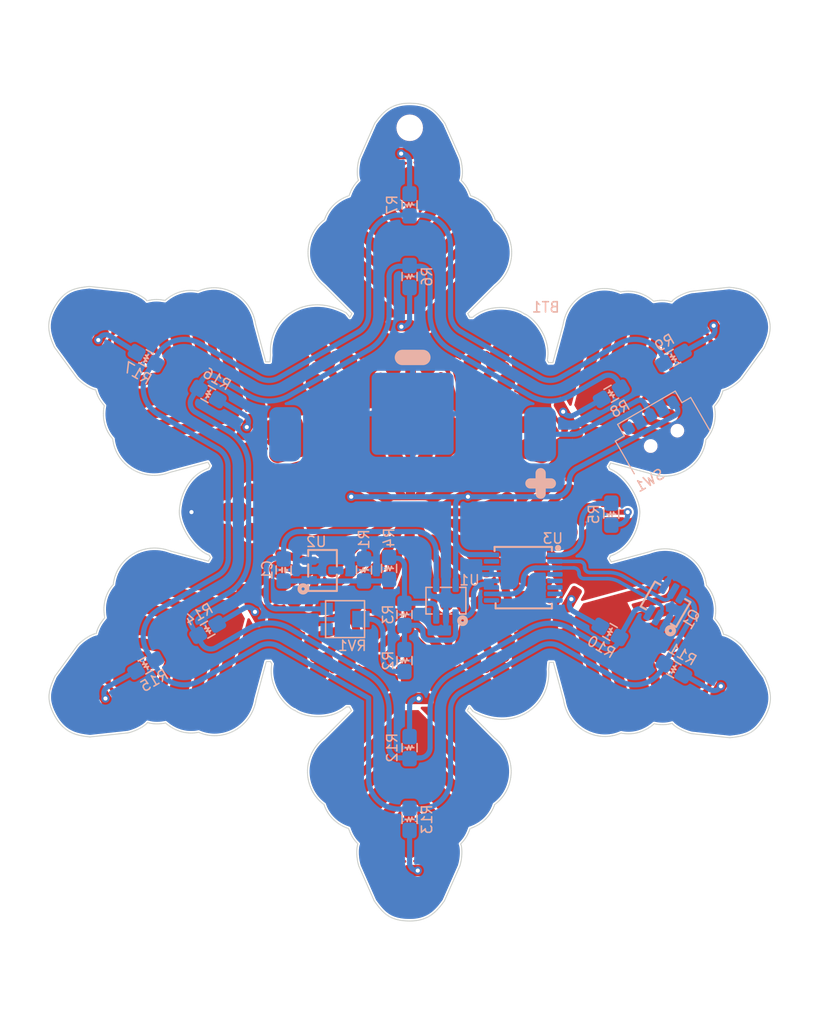
<source format=kicad_pcb>
(kicad_pcb (version 20211014) (generator pcbnew)
  (layers (0 "F.Cu" signal) (31 "B.Cu" signal) (34 "B.Paste" user) (35 "F.Paste" user) (36 "B.SilkS" user "B.Silkscreen") (37 "F.SilkS" user "F.Silkscreen") (38 "B.Mask" user) (39 "F.Mask" user) (44 "Edge.Cuts" user))
  (net 0 "")
  (net 1 "Net-(BT1-Pad1)")
  (net 2 "GND")
  (net 3 "Net-(C1-Pad1)")
  (net 4 "ROW0")
  (net 5 "Net-(D2-PadK)")
  (net 6 "V1")
  (net 7 "Net-(D5-PadK)")
  (net 8 "Net-(D6-PadK)")
  (net 9 "Net-(D9-PadK)")
  (net 10 "Net-(D10-PadK)")
  (net 11 "Net-(D13-PadK)")
  (net 12 "Net-(D3-PadK)")
  (net 13 "CLK")
  (net 14 "Net-(R2-Pad2)")
  (net 15 "LED0")
  (net 16 "VBAT")
  (net 17 "VBIAS")
  (net 18 "DRIVE_ROW0")
  (net 19 "ROW1")
  (net 20 "DRIVE_ROW1")
  (net 21 "Net-(D4-PadK)")
  (net 22 "Net-(D7-PadK)")
  (net 23 "Net-(D8-PadK)")
  (net 24 "Net-(D11-PadK)")
  (net 25 "Net-(D12-PadK)")
  (net 26 "Net-(R3-Pad2)")
  (footprint "Snowflake:MountingHole_2.1mm_M2" (layer "F.Cu") (at 130.012472 79.476711)
    (fp_text reference "H1" hide)
    (fp_text value "MountingHole")
  )
  (footprint "Snowflake:4014_LED" (layer "F.Cu") (at 114.5 108 60)
    (fp_text reference "D12" hide)
    (fp_text value "LED_Small_ALT")
  )
  (footprint "Snowflake:4014_LED" (layer "F.Cu") (at 145.4 126.2 -120)
    (fp_text reference "D6" hide)
    (fp_text value "LED_Small_ALT")
  )
  (footprint "Snowflake:4014_LED" (layer "F.Cu") (at 130 135.2 180)
    (fp_text reference "D8" hide)
    (fp_text value "LED_Small_ALT")
  )
  (footprint "Snowflake:4014_LED" (layer "F.Cu") (at 160 134.7 -120)
    (fp_text reference "D7" hide)
    (fp_text value "LED_Small_ALT")
  )
  (footprint "Snowflake:4014_LED" (layer "F.Cu") (at 160.1 99.5 -60)
    (fp_text reference "D5" hide)
    (fp_text value "LED_Small_ALT")
  )
  (footprint "Snowflake:4014_LED" (layer "F.Cu") (at 130 152 180)
    (fp_text reference "D9" hide)
    (fp_text value "LED_Small_ALT")
  )
  (footprint "Snowflake:4014_LED" (layer "F.Cu") (at 145.5 108 -60)
    (fp_text reference "D4" hide)
    (fp_text value "LED_Small_ALT")
  )
  (footprint "Snowflake:4014_LED" (layer "F.Cu") (at 129.3 117)
    (fp_text reference "D1" hide)
    (fp_text value "LED_Small_ALT")
  )
  (footprint "Snowflake:4014_LED" (layer "F.Cu") (at 99.9 134.5 120)
    (fp_text reference "D11" hide)
    (fp_text value "LED_Small_ALT")
  )
  (footprint "Snowflake:4014_LED" (layer "F.Cu") (at 114.5 126 120)
    (fp_text reference "D10" hide)
    (fp_text value "LED_Small_ALT")
  )
  (footprint "Snowflake:4014_LED" (layer "F.Cu") (at 130 82)
    (fp_text reference "D3" hide)
    (fp_text value "LED_Small_ALT")
  )
  (footprint "Snowflake:4014_LED" (layer "F.Cu") (at 100 99.5 60)
    (fp_text reference "D13" hide)
    (fp_text value "LED_Small_ALT")
  )
  (footprint "Snowflake:4014_LED" (layer "F.Cu") (at 130 98.8)
    (fp_text reference "D2" hide)
    (fp_text value "LED_Small_ALT")
  )
  (footprint "Snowflake:Snowflake" (layer "F.Cu") (at 130 117)
    (fp_text reference "Logo1" hide)
    (fp_text value "Snowflake" hide)
    (fp_line (start 15.412162 19.581434) (end 15.524728 19.799255) (layer "Edge.Cuts") (width 0.1))
    (fp_line (start 12.969582 -17.558572) (end 12.88181 -17.714136) (layer "Edge.Cuts") (width 0.1))
    (fp_line (start -9.030237 27.93347) (end -8.877972 28.102833) (layer "Edge.Cuts") (width 0.1))
    (fp_line (start 25.458438 -20.582986) (end 25.33315 -20.611163) (layer "Edge.Cuts") (width 0.1))
    (fp_line (start -20.709898 3.467033) (end -20.576113 3.586804) (layer "Edge.Cuts") (width 0.1))
    (fp_line (start 18.164025 -21.734241) (end 17.945908 -21.679204) (layer "Edge.Cuts") (width 0.1))
    (fp_line (start -13.324497 -17.288325) (end -13.37486 -17.138963) (layer "Edge.Cuts") (width 0.1))
    (fp_line (start 9.651445 20.200267) (end 9.811255 20.177088) (layer "Edge.Cuts") (width 0.1))
    (fp_line (start 30.500468 11.451123) (end 30.454349 11.344809) (layer "Edge.Cuts") (width 0.1))
    (fp_line (start 30.021765 -10.630181) (end 30.140153 -10.797413) (layer "Edge.Cuts") (width 0.1))
    (fp_line (start 0.646061 39.884304) (end 0.79928 39.860806) (layer "Edge.Cuts") (width 0.1))
    (fp_line (start -5.882477 19.022963) (end -5.684205 19.375269) (layer "Edge.Cuts") (width 0.1))
    (fp_line (start -27.922478 4.832088) (end -28.069917 5.001768) (layer "Edge.Cuts") (width 0.1))
    (fp_line (start 9.881317 25.900699) (end 9.9064 25.676037) (layer "Edge.Cuts") (width 0.1))
    (fp_line (start -28.207647 5.17935) (end -28.335242 5.364432) (layer "Edge.Cuts") (width 0.1))
    (fp_line (start -24.144 -3.664319) (end -23.892927 -3.721161) (layer "Edge.Cuts") (width 0.1))
    (fp_line (start -9.843986 -26.123183) (end -9.881309 -25.900701) (layer "Edge.Cuts") (width 0.1))
    (fp_line (start 32.278274 21.888375) (end 32.506917 21.835789) (layer "Edge.Cuts") (width 0.1))
    (fp_line (start -8.043374 29.251396) (end -7.936828 29.420703) (layer "Edge.Cuts") (width 0.1))
    (fp_line (start 5.149544 -32.929695) (end 5.156647 -33.063115) (layer "Edge.Cuts") (width 0.1))
    (fp_line (start 34.969364 19.441196) (end 35.025624 19.296756) (layer "Edge.Cuts") (width 0.1))
    (fp_line (start -22.100191 1.512348) (end -22.022965 1.675862) (layer "Edge.Cuts") (width 0.1))
    (fp_line (start 30.403696 -11.267871) (end 30.449815 -11.374185) (layer "Edge.Cuts") (width 0.1))
    (fp_line (start -6.470125 19.265909) (end -6.311434 19.149601) (layer "Edge.Cuts") (width 0.1))
    (fp_line (start 20.79002 -21.5316) (end 20.608166 -21.498169) (layer "Edge.Cuts") (width 0.1))
    (fp_line (start 20.33301 3.962147) (end 20.489873 3.865654) (layer "Edge.Cuts") (width 0.1))
    (fp_line (start -29.8505 -8.94579) (end -29.807711 -8.729001) (layer "Edge.Cuts") (width 0.1))
    (fp_line (start 31.414248 12.235917) (end 31.29203 12.168115) (layer "Edge.Cuts") (width 0.1))
    (fp_line (start 12.789652 -17.864922) (end 12.693562 -18.010675) (layer "Edge.Cuts") (width 0.1))
    (fp_line (start -22.598625 21.341712) (end -22.389486 21.41305) (layer "Edge.Cuts") (width 0.1))
    (fp_line (start 9.932206 -24.766988) (end 9.957434 -24.994672) (layer "Edge.Cuts") (width 0.1))
    (fp_line (start -35.213562 18.097539) (end -35.208916 18.214151) (layer "Edge.Cuts") (width 0.1))
    (fp_line (start -13.422952 16.357342) (end -13.378618 16.539184) (layer "Edge.Cuts") (width 0.1))
    (fp_line (start -35.208916 18.214151) (end -35.199184 18.33242) (layer "Edge.Cuts") (width 0.1))
    (fp_line (start 35.074614 19.154724) (end 35.116607 19.015037) (layer "Edge.Cuts") (width 0.1))
    (fp_line (start -27.973129 -4.909048) (end -27.816406 -4.747671) (layer "Edge.Cuts") (width 0.1))
    (fp_line (start 32.223953 -12.795035) (end 32.335755 -12.903054) (layer "Edge.Cuts") (width 0.1))
    (fp_line (start -29.383695 7.685321) (end -29.477046 7.862246) (layer "Edge.Cuts") (width 0.1))
    (fp_line (start 29.768425 -10.313795) (end 29.897512 -10.470056) (layer "Edge.Cuts") (width 0.1))
    (fp_line (start -33.951903 20.867645) (end -33.850542 20.96689) (layer "Edge.Cuts") (width 0.1))
    (fp_line (start -15.033409 -18.352996) (end -15.082743 -18.616707) (layer "Edge.Cuts") (width 0.1))
    (fp_line (start 24.590202 -3.519907) (end 24.835124 -3.508481) (layer "Edge.Cuts") (width 0.1))
    (fp_line (start -24.438965 20.672128) (end -24.234944 20.653217) (layer "Edge.Cuts") (width 0.1))
    (fp_line (start 21.027941 21.632535) (end 21.220001 21.646544) (layer "Edge.Cuts") (width 0.1))
    (fp_line (start -9.89456 26.123181) (end -9.845133 26.342914) (layer "Edge.Cuts") (width 0.1))
    (fp_line (start 10.924924 -19.531394) (end 10.806597 -19.589332) (layer "Edge.Cuts") (width 0.1))
    (fp_line (start -15.925954 -20.393977) (end -16.079007 -20.572073) (layer "Edge.Cuts") (width 0.1))
    (fp_line (start 9.454268 23.434835) (end 9.335777 23.223785) (layer "Edge.Cuts") (width 0.1))
    (fp_line (start 32.999624 -21.542215) (end 32.889484 -21.590811) (layer "Edge.Cuts") (width 0.1))
    (fp_line (start -7.638188 -29.748948) (end -7.76811 -29.586818) (layer "Edge.Cuts") (width 0.1))
    (fp_line (start 9.969882 -25.222456) (end 9.969683 -25.449768) (layer "Edge.Cuts") (width 0.1))
    (fp_line (start -9.301978 27.571688) (end -9.171617 27.756232) (layer "Edge.Cuts") (width 0.1))
    (fp_line (start 27.410981 21.597706) (end 27.560001 21.634155) (layer "Edge.Cuts") (width 0.1))
    (fp_line (start 35.21357 -18.097549) (end 35.208924 -18.214161) (layer "Edge.Cuts") (width 0.1))
    (fp_line (start 9.057066 22.816218) (end 8.896574 22.62084) (layer "Edge.Cuts") (width 0.1))
    (fp_line (start 16.91319 -21.227002) (end 16.722148 -21.10233) (layer "Edge.Cuts") (width 0.1))
    (fp_line (start -11.91976 -19.254056) (end -12.036838 -19.157727) (layer "Edge.Cuts") (width 0.1))
    (fp_line (start 13.593421 15.685039) (end 13.589908 15.512747) (layer "Edge.Cuts") (width 0.1))
    (fp_line (start 13.505998 -15.796467) (end 13.4871 -15.985733) (layer "Edge.Cuts") (width 0.1))
    (fp_line (start 19.819416 4.212254) (end 19.997902 4.135802) (layer "Edge.Cuts") (width 0.1))
    (fp_line (start 7.175937 30.203551) (end 7.342287 30.058101) (layer "Edge.Cuts") (width 0.1))
    (fp_line (start 9.161143 20.238052) (end 9.326296 20.230828) (layer "Edge.Cuts") (width 0.1))
    (fp_line (start -25.587677 20.549183) (end -25.45843 20.582976) (layer "Edge.Cuts") (width 0.1))
    (fp_line (start -20.439784 3.699693) (end -20.30117 3.805196) (layer "Edge.Cuts") (width 0.1))
    (fp_line (start -33.447113 -21.4304) (end -33.54467 -21.362837) (layer "Edge.Cuts") (width 0.1))
    (fp_line (start -33.348447 -21.49273) (end -33.447113 -21.4304) (layer "Edge.Cuts") (width 0.1))
    (fp_line (start 28.990762 7.143762) (end 28.95956 6.91316) (layer "Edge.Cuts") (width 0.1))
    (fp_line (start -12.881802 17.714126) (end -12.789644 17.864912) (layer "Edge.Cuts") (width 0.1))
    (fp_line (start -17.519555 21.533213) (end -17.312451 21.442606) (layer "Edge.Cuts") (width 0.1))
    (fp_line (start 8.295256 -28.732187) (end 8.222411 -28.906351) (layer "Edge.Cuts") (width 0.1))
    (fp_line (start 15.31112 19.3541) (end 15.412162 19.581434) (layer "Edge.Cuts") (width 0.1))
    (fp_line (start 6.651699 -30.593934) (end 6.434235 -30.706111) (layer "Edge.Cuts") (width 0.1))
    (fp_line (start -1.356848 -39.717951) (end -1.483371 -39.671042) (layer "Edge.Cuts") (width 0.1))
    (fp_line (start -33.747877 21.059437) (end -33.643991 21.145554) (layer "Edge.Cuts") (width 0.1))
    (fp_line (start -21.219993 -21.646555) (end -21.416268 -21.650026) (layer "Edge.Cuts") (width 0.1))
    (fp_line (start 5.45081 -31.926008) (end 5.381799 -32.019106) (layer "Edge.Cuts") (width 0.1))
    (fp_line (start 1.618916 -39.658391) (end 1.502806 -39.7018) (layer "Edge.Cuts") (width 0.1))
    (fp_line (start -9.798191 19.896064) (end -9.633791 19.922575) (layer "Edge.Cuts") (width 0.1))
    (fp_line (start -1.483371 -39.671042) (end -1.605127 -39.620064) (layer "Edge.Cuts") (width 0.1))
    (fp_line (start 2.684333 38.84937) (end 2.840884 38.680315) (layer "Edge.Cuts") (width 0.1))
    (fp_line (start 9.843994 26.123181) (end 9.881317 25.900699) (layer "Edge.Cuts") (width 0.1))
    (fp_line (start -26.654289 3.89934) (end -26.857778 4.002452) (layer "Edge.Cuts") (width 0.1))
    (fp_line (start 32.274605 12.871971) (end 32.158061 12.767256) (layer "Edge.Cuts") (width 0.1))
    (fp_line (start -11.14973 -19.74565) (end -11.285643 -19.674394) (layer "Edge.Cuts") (width 0.1))
    (fp_line (start -1.381847 39.741483) (end -1.255764 39.777401) (layer "Edge.Cuts") (width 0.1))
    (fp_line (start 28.95956 6.91316) (end 28.91482 6.686841) (layer "Edge.Cuts") (width 0.1))
    (fp_line (start 26.769131 -21.317375) (end 26.627149 -21.255156) (layer "Edge.Cuts") (width 0.1))
    (fp_line (start 35.208345 -17.868392) (end 35.213315 -17.982368) (layer "Edge.Cuts") (width 0.1))
    (fp_line (start 15.648257 20.007395) (end 15.782189 20.205688) (layer "Edge.Cuts") (width 0.1))
    (fp_line (start -18.164017 21.734231) (end -17.9459 21.679193) (layer "Edge.Cuts") (width 0.1))
    (fp_line (start 22.38879 -0.707137) (end 22.344938 -0.86486) (layer "Edge.Cuts") (width 0.1))
    (fp_line (start -12.036838 -19.157727) (end -12.150449 -19.057494) (layer "Edge.Cuts") (width 0.1))
    (fp_line (start 7.319712 -19.704134) (end 7.143809 -19.634713) (layer "Edge.Cuts") (width 0.1))
    (fp_line (start 9.326296 20.230828) (end 9.489761 20.218207) (layer "Edge.Cuts") (width 0.1))
    (fp_line (start -6.970442 19.556444) (end -6.800078 19.469065) (layer "Edge.Cuts") (width 0.1))
    (fp_line (start 29.282559 -7.517089) (end 29.383703 -7.685331) (layer "Edge.Cuts") (width 0.1))
    (fp_line (start -31.538597 -12.31048) (end -31.41424 -12.235928) (layer "Edge.Cuts") (width 0.1))
    (fp_line (start -22.022965 1.675862) (end -21.939839 1.839026) (layer "Edge.Cuts") (width 0.1))
    (fp_line (start -0.94677 -39.832223) (end -1.088739 -39.798746) (layer "Edge.Cuts") (width 0.1))
    (fp_line (start -17.996568 -21.756154) (end -18.214686 -21.811191) (layer "Edge.Cuts") (width 0.1))
    (fp_line (start 9.10764 -22.816221) (end 9.253996 -23.017393) (layer "Edge.Cuts") (width 0.1))
    (fp_line (start 27.054545 -4.116291) (end 27.244148 -4.240433) (layer "Edge.Cuts") (width 0.1))
    (fp_line (start -8.039787 19.898674) (end -7.858194 19.861978) (layer "Edge.Cuts") (width 0.1))
    (fp_line (start 8.22169 -19.927855) (end 8.039795 -19.898676) (layer "Edge.Cuts") (width 0.1))
    (fp_line (start 34.703314 -19.807205) (end 34.618057 -19.96294) (layer "Edge.Cuts") (width 0.1))
    (fp_line (start 21.616174 21.642398) (end 21.819103 21.623139) (layer "Edge.Cuts") (width 0.1))
    (fp_line (start 30.355209 -11.166171) (end 30.403696 -11.267871) (layer "Edge.Cuts") (width 0.1))
    (fp_line (start 5.331224 32.019104) (end 5.400236 31.926006) (layer "Edge.Cuts") (width 0.1))
    (fp_line (start 2.339954 39.166509) (end 2.517865 39.011981) (layer "Edge.Cuts") (width 0.1))
    (fp_line (start -0.321691 -39.91521) (end -0.486923 -39.902511) (layer "Edge.Cuts") (width 0.1))
    (fp_line (start -22.188925 -1.60125) (end -22.238819 -1.451563) (layer "Edge.Cuts") (width 0.1))
    (fp_line (start -29.753263 -8.519712) (end -29.687929 -8.318159) (layer "Edge.Cuts") (width 0.1))
    (fp_line (start -28.703616 -6.037612) (end -28.608978 -5.832445) (layer "Edge.Cuts") (width 0.1))
    (fp_line (start -3.131138 38.397718) (end -2.975435 38.593434) (layer "Edge.Cuts") (width 0.1))
    (fp_line (start 7.437442 19.996168) (end 7.614313 20.047236) (layer "Edge.Cuts") (width 0.1))
    (fp_line (start -31.914668 -12.569717) (end -31.789794 -12.477867) (layer "Edge.Cuts") (width 0.1))
    (fp_line (start 7.226511 -30.203554) (end 7.047656 -30.341868) (layer "Edge.Cuts") (width 0.1))
    (fp_line (start 24.438973 -20.672138) (end 24.234952 -20.653227) (layer "Edge.Cuts") (width 0.1))
    (fp_line (start 13.504546 -15.217912) (end 13.515176 -15.412301) (layer "Edge.Cuts") (width 0.1))
    (fp_line (start -11.418651 -19.598763) (end -11.54866 -19.518835) (layer "Edge.Cuts") (width 0.1))
    (fp_line (start -5.156639 33.063112) (end -5.159029 33.202858) (layer "Edge.Cuts") (width 0.1))
    (fp_line (start -35.20332 -18.609433) (end -35.22005 -18.478501) (layer "Edge.Cuts") (width 0.1))
    (fp_line (start -15.597579 19.930446) (end -15.47405 19.722306) (layer "Edge.Cuts") (width 0.1))
    (fp_line (start 6.186213 19.45897) (end 6.365712 19.555519) (layer "Edge.Cuts") (width 0.1))
    (fp_line (start 27.816414 4.747661) (end 27.650833 4.59499) (layer "Edge.Cuts") (width 0.1))
    (fp_line (start -29.333201 -7.594038) (end -29.225039 -7.434715) (layer "Edge.Cuts") (width 0.1))
    (fp_line (start -5.888636 31.088729) (end -5.812091 31.276398) (layer "Edge.Cuts") (width 0.1))
    (fp_line (start 5.959426 -30.898808) (end 5.888644 -31.088732) (layer "Edge.Cuts") (width 0.1))
    (fp_line (start -32.77877 21.635106) (end -32.555988 21.711917) (layer "Edge.Cuts") (width 0.1))
    (fp_line (start -25.45843 20.582976) (end -25.333142 20.611153) (layer "Edge.Cuts") (width 0.1))
    (fp_line (start -33.217873 21.431072) (end -33.109109 21.489051) (layer "Edge.Cuts") (width 0.1))
    (fp_line (start 31.789802 12.477857) (end 31.664117 12.39128) (layer "Edge.Cuts") (width 0.1))
    (fp_line (start -32.158053 -12.767266) (end -32.037749 -12.666347) (layer "Edge.Cuts") (width 0.1))
    (fp_line (start 34.940172 -16.745317) (end 35.021127 -16.972917) (layer "Edge.Cuts") (width 0.1))
    (fp_line (start -35.233355 -17.974464) (end -35.224641 -17.853063) (layer "Edge.Cuts") (width 0.1))
    (fp_line (start 19.729037 -4.143316) (end 19.582872 -4.204355) (layer "Edge.Cuts") (width 0.1))
    (fp_line (start 5.83807 31.088731) (end 5.908852 30.898807) (layer "Edge.Cuts") (width 0.1))
    (fp_line (start 30.405861 11.243109) (end 30.302296 11.051933) (layer "Edge.Cuts") (width 0.1))
    (fp_line (start 17.519563 -21.533224) (end 17.312459 -21.442616) (layer "Edge.Cuts") (width 0.1))
    (fp_line (start 29.819074 10.390734) (end 29.862486 10.133922) (layer "Edge.Cuts") (width 0.1))
    (fp_line (start -27.261526 -21.554903) (end -27.410973 -21.597716) (layer "Edge.Cuts") (width 0.1))
    (fp_line (start 11.149738 19.745647) (end 11.285651 19.674391) (layer "Edge.Cuts") (width 0.1))
    (fp_line (start 24.885775 3.58542) (end 24.640854 3.596845) (layer "Edge.Cuts") (width 0.1))
    (fp_line (start 5.120182 -33.803139) (end 5.098038 -33.958046) (layer "Edge.Cuts") (width 0.1))
    (fp_line (start -19.332295 -21.900154) (end -19.557294 -21.87953) (layer "Edge.Cuts") (width 0.1))
    (fp_line (start -11.675577 -19.434689) (end -11.799308 -19.346403) (layer "Edge.Cuts") (width 0.1))
    (fp_line (start 22.100199 -1.512358) (end 22.022973 -1.675871) (layer "Edge.Cuts") (width 0.1))
    (fp_line (start -13.052503 17.398477) (end -12.969574 17.558562) (layer "Edge.Cuts") (width 0.1))
    (fp_line (start -9.906392 -25.67604) (end -9.919101 -25.449768) (layer "Edge.Cuts") (width 0.1))
    (fp_line (start -9.792281 -24.314191) (end -9.727896 -24.090219) (layer "Edge.Cuts") (width 0.1))
    (fp_line (start -18.435353 -21.854037) (end -18.658008 -21.884523) (layer "Edge.Cuts") (width 0.1))
    (fp_line (start 25.509106 20.659925) (end 25.638353 20.626132) (layer "Edge.Cuts") (width 0.1))
    (fp_line (start 1.502806 -39.7018) (end 1.381854 -39.741487) (layer "Edge.Cuts") (width 0.1))
    (fp_line (start 5.307192 -32.112552) (end 5.226573 -32.206436) (layer "Edge.Cuts") (width 0.1))
    (fp_line (start 30.948039 12.010136) (end 30.844207 11.97426) (layer "Edge.Cuts") (width 0.1))
    (fp_line (start -5.09803 33.958044) (end -5.070783 34.11269) (layer "Edge.Cuts") (width 0.1))
    (fp_line (start 22.598633 -21.341722) (end 22.389494 -21.41306) (layer "Edge.Cuts") (width 0.1))
    (fp_line (start 33.951911 -20.867655) (end 33.85055 -20.9669) (layer "Edge.Cuts") (width 0.1))
    (fp_line (start 27.560001 21.634155) (end 31.266083 22.031659) (layer "Edge.Cuts") (width 0.1))
    (fp_line (start 0.694376 -39.882422) (end 0.538319 -39.898773) (layer "Edge.Cuts") (width 0.1))
    (fp_line (start 19.997902 4.135802) (end 20.16906 4.052315) (layer "Edge.Cuts") (width 0.1))
    (fp_line (start -22.293887 1.024736) (end -22.23591 1.186282) (layer "Edge.Cuts") (width 0.1))
    (fp_line (start -27.600174 4.51804) (end -27.765755 4.670711) (layer "Edge.Cuts") (width 0.1))
    (fp_line (start 0.375404 -39.911066) (end 0.20534 -39.919254) (layer "Edge.Cuts") (width 0.1))
    (fp_line (start -5.108455 -33.20286) (end -5.106064 -33.063115) (layer "Edge.Cuts") (width 0.1))
    (fp_line (start 19.781485 21.8457) (end 20.004291 21.798516) (layer "Edge.Cuts") (width 0.1))
    (fp_line (start -27.360305 21.520754) (end -27.210857 21.477941) (layer "Edge.Cuts") (width 0.1))
    (fp_line (start 22.486429 0.165631) (end 22.491146 0.03144) (layer "Edge.Cuts") (width 0.1))
    (fp_line (start -9.919299 -25.222456) (end -9.906852 -24.994672) (layer "Edge.Cuts") (width 0.1))
    (fp_line (start -19.874201 4.072369) (end -19.729029 4.143305) (layer "Edge.Cuts") (width 0.1))
    (fp_line (start -35.211656 -17.733381) (end -35.194672 -17.615353) (layer "Edge.Cuts") (width 0.1))
    (fp_line (start 5.106077 33.347831) (end 5.108463 33.202858) (layer "Edge.Cuts") (width 0.1))
    (fp_line (start -5.069599 -33.803139) (end -5.086706 -33.64907) (layer "Edge.Cuts") (width 0.1))
    (fp_line (start 1.088747 39.798739) (end 1.225376 39.76058) (layer "Edge.Cuts") (width 0.1))
    (fp_line (start -27.410973 -21.597716) (end -27.559993 -21.634165) (layer "Edge.Cuts") (width 0.1))
    (fp_line (start -24.285612 -20.730178) (end -24.489633 -20.749089) (layer "Edge.Cuts") (width 0.1))
    (fp_line (start -10.869564 -19.87472) (end -11.011006 -19.812451) (layer "Edge.Cuts") (width 0.1))
    (fp_line (start 21.399588 3.042889) (end 21.504089 2.908563) (layer "Edge.Cuts") (width 0.1))
    (fp_line (start -25.077135 3.51138) (end -25.315828 3.528221) (layer "Edge.Cuts") (width 0.1))
    (fp_line (start -9.77847 24.090216) (end -9.842855 24.314188) (layer "Edge.Cuts") (width 0.1))
    (fp_line (start 33.432891 -21.299579) (end 33.325833 -21.36801) (layer "Edge.Cuts") (width 0.1))
    (fp_line (start -21.416268 -21.650026) (end -21.616166 -21.642408) (layer "Edge.Cuts") (width 0.1))
    (fp_line (start 13.515508 -15.605238) (end 13.505998 -15.796467) (layer "Edge.Cuts") (width 0.1))
    (fp_line (start -6.152956 -30.807998) (end -6.383653 -30.706111) (layer "Edge.Cuts") (width 0.1))
    (fp_line (start -6.311434 19.149601) (end -6.157533 19.023117) (layer "Edge.Cuts") (width 0.1))
    (fp_line (start 5.070791 -34.112692) (end 5.038377 -34.26598) (layer "Edge.Cuts") (width 0.1))
    (fp_line (start -35.231145 -18.349601) (end -35.23688 -18.22267) (layer "Edge.Cuts") (width 0.1))
    (fp_line (start -5.400228 -31.926009) (end -5.464058 -31.833167) (layer "Edge.Cuts") (width 0.1))
    (fp_line (start -29.174388 7.357755) (end -29.282551 7.517078) (layer "Edge.Cuts") (width 0.1))
    (fp_line (start -13.591117 -15.855393) (end -13.593413 -15.685041) (layer "Edge.Cuts") (width 0.1))
    (fp_line (start 29.901182 9.638771) (end 29.898013 9.400906) (layer "Edge.Cuts") (width 0.1))
    (fp_line (start -26.35658 21.121296) (end -26.229837 21.050876) (layer "Edge.Cuts") (width 0.1))
    (fp_line (start 32.889484 -21.590811) (end 32.778778 -21.635117) (layer "Edge.Cuts") (width 0.1))
    (fp_line (start 34.20514 20.720376) (end 34.297515 20.601098) (layer "Edge.Cuts") (width 0.1))
    (fp_line (start -6.724324 -19.728497) (end -6.903259 -19.805082) (layer "Edge.Cuts") (width 0.1))
    (fp_line (start 29.702622 -8.442762) (end 29.757071 -8.652051) (layer "Edge.Cuts") (width 0.1))
    (fp_line (start 9.478531 27.182965) (end 9.575018 26.979923) (layer "Edge.Cuts") (width 0.1))
    (fp_line (start -8.584576 19.964723) (end -8.403428 19.94978) (layer "Edge.Cuts") (width 0.1))
    (fp_line (start 21.695204 2.630869) (end 21.782059 2.48821) (layer "Edge.Cuts") (width 0.1))
    (fp_line (start -22.171259 1.348987) (end -22.100191 1.512348) (layer "Edge.Cuts") (width 0.1))
    (fp_line (start -21.288954 -3.173736) (end -21.399579 -3.042898) (layer "Edge.Cuts") (width 0.1))
    (fp_line (start -11.54866 -19.518835) (end -11.675577 -19.434689) (layer "Edge.Cuts") (width 0.1))
    (fp_line (start -7.175929 -30.203554) (end -7.342279 -30.058104) (layer "Edge.Cuts") (width 0.1))
    (fp_line (start -8.896566 -22.620843) (end -8.721802 -22.431828) (layer "Edge.Cuts") (width 0.1))
    (fp_line (start 7.790433 20.092122) (end 7.965709 20.130903) (layer "Edge.Cuts") (width 0.1))
    (fp_line (start -13.326715 16.718039) (end -13.267698 16.893651) (layer "Edge.Cuts") (width 0.1))
    (fp_line (start -34.973036 19.225623) (end -34.915926 19.365261) (layer "Edge.Cuts") (width 0.1))
    (fp_line (start 0.843861 -39.862062) (end 0.694376 -39.882422) (layer "Edge.Cuts") (width 0.1))
    (fp_line (start -32.107246 21.825826) (end -31.882597 21.867204) (layer "Edge.Cuts") (width 0.1))
    (fp_line (start -27.509325 21.557203) (end -27.360305 21.520754) (layer "Edge.Cuts") (width 0.1))
    (fp_line (start -22.858506 -21.332937) (end -23.067198 -21.23225) (layer "Edge.Cuts") (width 0.1))
    (fp_line (start 5.121465 -32.68622) (end 5.137795 -32.803697) (layer "Edge.Cuts") (width 0.1))
    (fp_line (start -6.383653 -30.706111) (end -6.601117 -30.593935) (layer "Edge.Cuts") (width 0.1))
    (fp_line (start 13.589908 15.512747) (end 13.580492 15.338596) (layer "Edge.Cuts") (width 0.1))
    (fp_line (start 18.384693 -21.777087) (end 18.164025 -21.734241) (layer "Edge.Cuts") (width 0.1))
    (fp_line (start 0.321699 39.915206) (end 0.486931 39.902506) (layer "Edge.Cuts") (width 0.1))
    (fp_line (start 29.862486 10.133922) (end 29.889597 9.883189) (layer "Edge.Cuts") (width 0.1))
    (fp_line (start 29.757071 -8.652051) (end 29.79986 -8.868839) (layer "Edge.Cuts") (width 0.1))
    (fp_line (start -25.60142 -3.635553) (end -25.36648 -3.605181) (layer "Edge.Cuts") (width 0.1))
    (fp_line (start -22.388782 0.707126) (end -22.34493 0.864849) (layer "Edge.Cuts") (width 0.1))
    (fp_line (start 21.782059 2.48821) (end 21.863272 2.343483) (layer "Edge.Cuts") (width 0.1))
    (fp_line (start 28.806316 -6.388268) (end 28.864168 -6.609902) (layer "Edge.Cuts") (width 0.1))
    (fp_line (start 10.57891 19.985344) (end 10.725506 19.932376) (layer "Edge.Cuts") (width 0.1))
    (fp_line (start -11.837826 18.964803) (end -11.726804 19.053747) (layer "Edge.Cuts") (width 0.1))
    (fp_line (start 29.850508 8.945779) (end 29.807719 8.728991) (layer "Edge.Cuts") (width 0.1))
    (fp_line (start 19.730817 -21.768761) (end 19.506634 -21.802581) (layer "Edge.Cuts") (width 0.1))
    (fp_line (start -35.208337 17.868382) (end -35.213307 17.982358) (layer "Edge.Cuts") (width 0.1))
    (fp_line (start 9.894061 -24.539971) (end 9.932206 -24.766988) (layer "Edge.Cuts") (width 0.1))
    (fp_line (start -27.476812 -4.451436) (end -27.294791 -4.317383) (layer "Edge.Cuts") (width 0.1))
    (fp_line (start -34.848521 16.512606) (end -34.940164 16.745307) (layer "Edge.Cuts") (width 0.1))
    (fp_line (start 5.024747 32.481215) (end 4.995063 32.395883) (layer "Edge.Cuts") (width 0.1))
    (fp_line (start 13.001479 17.992683) (end 13.075267 17.857732) (layer "Edge.Cuts") (width 0.1))
    (fp_line (start 20.709906 -3.467043) (end 20.576121 -3.586814) (layer "Edge.Cuts") (width 0.1))
    (fp_line (start -6.651691 30.593931) (end -6.434227 30.706107) (layer "Edge.Cuts") (width 0.1))
    (fp_line (start 8.53264 22.249743) (end 8.328927 22.075162) (layer "Edge.Cuts") (width 0.1))
    (fp_line (start 29.225047 7.434704) (end 29.11064 7.284537) (layer "Edge.Cuts") (width 0.1))
    (fp_line (start 27.509333 -21.557214) (end 27.360313 -21.520764) (layer "Edge.Cuts") (width 0.1))
    (fp_line (start 4.987803 34.265978) (end 5.020217 34.11269) (layer "Edge.Cuts") (width 0.1))
    (fp_line (start -12.260499 -18.953435) (end -12.366895 -18.84563) (layer "Edge.Cuts") (width 0.1))
    (fp_line (start 28.91482 6.686841) (end 28.856967 6.465207) (layer "Edge.Cuts") (width 0.1))
    (fp_line (start 28.120576 5.078718) (end 27.973137 4.909038) (layer "Edge.Cuts") (width 0.1))
    (fp_line (start -35.163717 18.574828) (end -35.137611 18.699419) (layer "Edge.Cuts") (width 0.1))
    (fp_line (start -8.99439 -20.239802) (end -9.161135 -20.238054) (layer "Edge.Cuts") (width 0.1))
    (fp_line (start -27.054537 4.11628) (end -27.24414 4.240422) (layer "Edge.Cuts") (width 0.1))
    (fp_line (start -27.426161 4.374476) (end -27.600174 4.51804) (layer "Edge.Cuts") (width 0.1))
    (fp_line (start 35.220058 18.478491) (end 35.231153 18.349591) (layer "Edge.Cuts") (width 0.1))
    (fp_line (start -1.088739 -39.798746) (end -1.225368 -39.760587) (layer "Edge.Cuts") (width 0.1))
    (fp_line (start 9.969683 -25.449768) (end 9.956975 -25.67604) (layer "Edge.Cuts") (width 0.1))
    (fp_line (start 7.259915 19.938838) (end 7.437442 19.996168) (layer "Edge.Cuts") (width 0.1))
    (fp_line (start 1.941074 -39.506322) (end 1.837762 -39.560604) (layer "Edge.Cuts") (width 0.1))
    (fp_line (start 1.124271 -39.809505) (end 0.987064 -39.83774) (layer "Edge.Cuts") (width 0.1))
    (fp_line (start 16.722148 -21.10233) (end 16.537581 -20.966639) (layer "Edge.Cuts") (width 0.1))
    (fp_line (start -16.028338 20.495113) (end -15.875284 20.317017) (layer "Edge.Cuts") (width 0.1))
    (fp_line (start -5.17599 -32.206436) (end -5.256609 -32.112552) (layer "Edge.Cuts") (width 0.1))
    (fp_line (start 8.947148 -22.620843) (end 9.10764 -22.816221) (layer "Edge.Cuts") (width 0.1))
    (fp_line (start -6.157533 19.023117) (end -5.882477 19.022963) (layer "Edge.Cuts") (width 0.1))
    (fp_line (start -20.968807 3.208853) (end -20.840883 3.340882) (layer "Edge.Cuts") (width 0.1))
    (fp_line (start -7.936828 29.420703) (end -7.818685 29.586816) (layer "Edge.Cuts") (width 0.1))
    (fp_line (start -1.943696 -39.444771) (end -2.048289 -39.379569) (layer "Edge.Cuts") (width 0.1))
    (fp_line (start -4.987795 -34.26598) (end -5.020209 -34.112692) (layer "Edge.Cuts") (width 0.1))
    (fp_line (start -24.640846 -3.596856) (end -24.393449 -3.623018) (layer "Edge.Cuts") (width 0.1))
    (fp_line (start 21.65765 -2.321405) (end 21.553506 -2.478145) (layer "Edge.Cuts") (width 0.1))
    (fp_line (start 6.601125 30.593933) (end 6.805538 30.472255) (layer "Edge.Cuts") (width 0.1))
    (fp_line (start -6.633156 19.372309) (end -6.470125 19.265909) (layer "Edge.Cuts") (width 0.1))
    (fp_line (start 33.044779 21.651044) (end 33.147386 21.602773) (layer "Edge.Cuts") (width 0.1))
    (fp_line (start -29.889589 -9.883199) (end -29.901174 -9.638782) (layer "Edge.Cuts") (width 0.1))
    (fp_line (start 13.420264 16.986952) (end 13.460602 16.832376) (layer "Edge.Cuts") (width 0.1))
    (fp_line (start -34.969356 -19.441206) (end -35.025616 -19.296766) (layer "Edge.Cuts") (width 0.1))
    (fp_line (start 34.754238 19.889594) (end 34.833944 19.737553) (layer "Edge.Cuts") (width 0.1))
    (fp_line (start 29.434353 7.762271) (end 29.333209 7.594028) (layer "Edge.Cuts") (width 0.1))
    (fp_line (start 13.583113 16.023725) (end 13.591125 15.855391) (layer "Edge.Cuts") (width 0.1))
    (fp_line (start 22.487123 -0.107928) (end 22.474618 -0.251973) (layer "Edge.Cuts") (width 0.1))
    (fp_line (start 13.42296 -16.357352) (end 13.378626 -16.539194) (layer "Edge.Cuts") (width 0.1))
    (fp_line (start 25.718223 -20.688046) (end 25.646742 -20.617566) (layer "Edge.Cuts") (width 0.1))
    (fp_line (start 22.238827 1.451554) (end 22.283924 1.302283) (layer "Edge.Cuts") (width 0.1))
    (fp_line (start 1.605135 39.620057) (end 1.722313 39.565217) (layer "Edge.Cuts") (width 0.1))
    (fp_line (start 25.127795 3.588329) (end 24.885775 3.58542) (layer "Edge.Cuts") (width 0.1))
    (fp_line (start 10.68094 -19.644271) (end 10.548401 -19.695947) (layer "Edge.Cuts") (width 0.1))
    (fp_line (start 5.908852 30.898807) (end 6.152964 30.807997) (layer "Edge.Cuts") (width 0.1))
    (fp_line (start -21.093414 3.07145) (end -20.968807 3.208853) (layer "Edge.Cuts") (width 0.1))
    (fp_line (start 22.024473 21.591687) (end 22.23169 21.547492) (layer "Edge.Cuts") (width 0.1))
    (fp_line (start 25.143972 20.728869) (end 25.262202 20.71098) (layer "Edge.Cuts") (width 0.1))
    (fp_line (start -8.979663 -27.933471) (end -9.121043 -27.756233) (layer "Edge.Cuts") (width 0.1))
    (fp_line (start -13.495778 -16.675312) (end -13.525714 -16.515836) (layer "Edge.Cuts") (width 0.1))
    (fp_line (start 6.203538 -30.807998) (end 5.959426 -30.898808) (layer "Edge.Cuts") (width 0.1))
    (fp_line (start 5.047463 33.958044) (end 5.069607 33.803137) (layer "Edge.Cuts") (width 0.1))
    (fp_line (start -32.441822 13.013874) (end -34.63911 16.024684) (layer "Edge.Cuts") (width 0.1))
    (fp_line (start 13.550318 16.354025) (end 13.56948 16.189962) (layer "Edge.Cuts") (width 0.1))
    (fp_line (start 10.869572 19.874718) (end 11.011014 19.812449) (layer "Edge.Cuts") (width 0.1))
    (fp_line (start -13.420257 -16.986954) (end -13.460594 -16.832378) (layer "Edge.Cuts") (width 0.1))
    (fp_line (start 23.842283 -3.644212) (end 24.093357 -3.58737) (layer "Edge.Cuts") (width 0.1))
    (fp_line (start 16.537581 -20.966639) (end 16.360051 -20.820096) (layer "Edge.Cuts") (width 0.1))
    (fp_line (start -34.573921 -20.196006) (end -34.666164 -20.044305) (layer "Edge.Cuts") (width 0.1))
    (fp_line (start -2.136909 39.387215) (end -2.040688 39.448507) (layer "Edge.Cuts") (width 0.1))
    (fp_line (start 34.905561 19.588108) (end 34.969364 19.441196) (layer "Edge.Cuts") (width 0.1))
    (fp_line (start -25.509098 -20.659935) (end -25.638345 -20.626142) (layer "Edge.Cuts") (width 0.1))
    (fp_line (start -28.652965 5.960652) (end -28.735767 6.17171) (layer "Edge.Cuts") (width 0.1))
    (fp_line (start 6.800086 -19.469067) (end 6.633164 -19.372311) (layer "Edge.Cuts") (width 0.1))
    (fp_line (start -16.240781 -20.739818) (end -16.410713 -20.897046) (layer "Edge.Cuts") (width 0.1))
    (fp_line (start -9.57501 -26.979925) (end -9.659936 -26.771856) (layer "Edge.Cuts") (width 0.1))
    (fp_line (start -29.527696 -7.939207) (end -29.434345 -7.762281) (layer "Edge.Cuts") (width 0.1))
    (fp_line (start 32.386407 12.97999) (end 32.274605 12.871971) (layer "Edge.Cuts") (width 0.1))
    (fp_line (start -0.205332 39.919251) (end -0.027833 39.923284) (layer "Edge.Cuts") (width 0.1))
    (fp_line (start -22.460487 -0.43525) (end -22.486422 -0.165641) (layer "Edge.Cuts") (width 0.1))
    (fp_line (start -5.098962 -32.929695) (end -5.087213 -32.803698) (layer "Edge.Cuts") (width 0.1))
    (fp_line (start -22.486422 -0.165641) (end -22.491139 -0.031451) (layer "Edge.Cuts") (width 0.1))
    (fp_line (start -29.434345 -7.762281) (end -29.333201 -7.594038) (layer "Edge.Cuts") (width 0.1))
    (fp_line (start 25.587685 -20.549193) (end 25.458438 -20.582986) (layer "Edge.Cuts") (width 0.1))
    (fp_line (start -5.726458 31.462541) (end -5.628413 31.647886) (layer "Edge.Cuts") (width 0.1))
    (fp_line (start 11.919768 19.254054) (end 12.036846 19.157725) (layer "Edge.Cuts") (width 0.1))
    (fp_line (start -33.538966 21.225509) (end -33.432883 21.299568) (layer "Edge.Cuts") (width 0.1))
    (fp_line (start 9.29423 -19.95996) (end 9.119959 -19.9703) (layer "Edge.Cuts") (width 0.1))
    (fp_line (start 23.640662 3.793936) (end 23.387614 3.883066) (layer "Edge.Cuts") (width 0.1))
    (fp_line (start -13.450569 14.825793) (end -13.483157 15.022318) (layer "Edge.Cuts") (width 0.1))
    (fp_line (start 11.837834 -18.964813) (end 11.726812 -19.053757) (layer "Edge.Cuts") (width 0.1))
    (fp_line (start 9.733172 26.559328) (end 9.794567 26.342914) (layer "Edge.Cuts") (width 0.1))
    (fp_line (start 13.130145 -17.234136) (end 13.052511 -17.398487) (layer "Edge.Cuts") (width 0.1))
    (fp_line (start -26.279469 -3.803833) (end -26.05834 -3.735281) (layer "Edge.Cuts") (width 0.1))
    (fp_line (start -20.840883 3.340882) (end -20.709898 3.467033) (layer "Edge.Cuts") (width 0.1))
    (fp_line (start 9.251412 27.571688) (end 9.370617 27.38041) (layer "Edge.Cuts") (width 0.1))
    (fp_line (start -5.098841 -33.496935) (end -5.106069 -33.347833) (layer "Edge.Cuts") (width 0.1))
    (fp_line (start 19.557302 21.87952) (end 19.781485 21.8457) (layer "Edge.Cuts") (width 0.1))
    (fp_line (start -30.072408 -10.70713) (end -29.948154 -10.547005) (layer "Edge.Cuts") (width 0.1))
    (fp_line (start -12.059894 18.765165) (end -11.949008 18.868524) (layer "Edge.Cuts") (width 0.1))
    (fp_line (start 8.826152 20.235995) (end 8.994398 20.2398) (layer "Edge.Cuts") (width 0.1))
    (fp_line (start 30.534434 -11.60228) (end 30.572675 -11.724872) (layer "Edge.Cuts") (width 0.1))
    (fp_line (start 29.838949 -9.806249) (end 29.811837 -10.056983) (layer "Edge.Cuts") (width 0.1))
    (fp_line (start 19.701794 4.867308) (end 19.495821 4.519445) (layer "Edge.Cuts") (width 0.1))
    (fp_line (start 16.240789 20.739807) (end 16.410721 20.897036) (layer "Edge.Cuts") (width 0.1))
    (fp_line (start -2.975435 38.593434) (end -2.818804 38.777343) (layer "Edge.Cuts") (width 0.1))
    (fp_line (start 13.450577 -14.825804) (end 13.483165 -15.022328) (layer "Edge.Cuts") (width 0.1))
    (fp_line (start 10.113986 -19.828734) (end 9.958411 -19.864696) (layer "Edge.Cuts") (width 0.1))
    (fp_line (start 5.069607 33.803137) (end 5.086714 33.649068) (layer "Edge.Cuts") (width 0.1))
    (fp_line (start -8.171828 -28.906351) (end -8.244674 -28.732187) (layer "Edge.Cuts") (width 0.1))
    (fp_line (start -9.932198 24.766985) (end -9.957426 24.99467) (layer "Edge.Cuts") (width 0.1))
    (fp_line (start -25.550768 3.558594) (end -25.78153 3.602094) (layer "Edge.Cuts") (width 0.1))
    (fp_line (start 26.229845 -21.050887) (end 26.110018 -20.978944) (layer "Edge.Cuts") (width 0.1))
    (fp_line (start -9.625585 26.979923) (end -9.529097 27.182965) (layer "Edge.Cuts") (width 0.1))
    (fp_line (start -26.007689 3.658321) (end -26.228818 3.726873) (layer "Edge.Cuts") (width 0.1))
    (fp_line (start -18.882091 -21.902483) (end -19.10704 -21.90775) (layer "Edge.Cuts") (width 0.1))
    (fp_line (start -0.150167 -39.922204) (end -0.321691 -39.91521) (layer "Edge.Cuts") (width 0.1))
    (fp_line (start -15.412154 -19.581445) (end -15.52472 -19.799266) (layer "Edge.Cuts") (width 0.1))
    (fp_line (start -26.857778 4.002452) (end -27.054537 4.11628) (layer "Edge.Cuts") (width 0.1))
    (fp_line (start 35.213315 -17.982368) (end 35.21357 -18.097549) (layer "Edge.Cuts") (width 0.1))
    (fp_line (start 18.882099 21.902473) (end 19.107048 21.907739) (layer "Edge.Cuts") (width 0.1))
    (fp_line (start -12.693554 18.010665) (end -12.593986 18.15113) (layer "Edge.Cuts") (width 0.1))
    (fp_line (start 5.098849 33.496933) (end 5.106077 33.347831) (layer "Edge.Cuts") (width 0.1))
    (fp_line (start 26.356588 -21.121306) (end 26.229845 -21.050887) (layer "Edge.Cuts") (width 0.1))
    (fp_line (start 19.495821 4.519445) (end 19.633481 4.281317) (layer "Edge.Cuts") (width 0.1))
    (fp_line (start 8.087939 29.079682) (end 8.171836 28.906349) (layer "Edge.Cuts") (width 0.1))
    (fp_line (start -6.856104 30.472254) (end -6.651691 30.593931) (layer "Edge.Cuts") (width 0.1))
    (fp_line (start 12.923288 18.124515) (end 13.001479 17.992683) (layer "Edge.Cuts") (width 0.1))
    (fp_line (start 32.727437 21.772119) (end 32.834907 21.735443) (layer "Edge.Cuts") (width 0.1))
    (fp_line (start 13.052511 -17.398487) (end 12.969582 -17.558572) (layer "Edge.Cuts") (width 0.1))
    (fp_line (start -5.831903 -19.022965) (end -6.186205 -19.458972) (layer "Edge.Cuts") (width 0.1))
    (fp_line (start 35.203328 18.609423) (end 35.220058 18.478491) (layer "Edge.Cuts") (width 0.1))
    (fp_line (start 15.095185 -18.794625) (end 15.032082 -18.539758) (layer "Edge.Cuts") (width 0.1))
    (fp_line (start 4.995063 32.395883) (end 5.088952 32.300848) (layer "Edge.Cuts") (width 0.1))
    (fp_line (start 32.44183 -13.013884) (end 34.639118 -16.024694) (layer "Edge.Cuts") (width 0.1))
    (fp_line (start -2.989035 -38.506456) (end -3.130327 -38.329424) (layer "Edge.Cuts") (width 0.1))
    (fp_line (start -27.061899 21.429368) (end -26.914348 21.375641) (layer "Edge.Cuts") (width 0.1))
    (fp_line (start 35.180691 18.74245) (end 35.203328 18.609423) (layer "Edge.Cuts") (width 0.1))
    (fp_line (start 32.506917 21.835789) (end 32.727437 21.772119) (layer "Edge.Cuts") (width 0.1))
    (fp_line (start -20.977265 21.555585) (end -20.790012 21.531589) (layer "Edge.Cuts") (width 0.1))
    (fp_line (start 22.649303 21.418663) (end 22.858514 21.332926) (layer "Edge.Cuts") (width 0.1))
    (fp_line (start -23.590002 3.716987) (end -23.842275 3.644202) (layer "Edge.Cuts") (width 0.1))
    (fp_line (start 8.313355 20.190466) (end 8.485537 20.211406) (layer "Edge.Cuts") (width 0.1))
    (fp_line (start -24.342797 3.546059) (end -24.590194 3.519896) (layer "Edge.Cuts") (width 0.1))
    (fp_line (start -30.948031 -12.010146) (end -30.844199 -11.97427) (layer "Edge.Cuts") (width 0.1))
    (fp_line (start 22.425193 -0.55208) (end 22.38879 -0.707137) (layer "Edge.Cuts") (width 0.1))
    (fp_line (start 28.703624 6.037601) (end 28.608986 5.832434) (layer "Edge.Cuts") (width 0.1))
    (fp_line (start 12.840786 18.25315) (end 12.923288 18.124515) (layer "Edge.Cuts") (width 0.1))
    (fp_line (start 11.616405 -19.13511) (end 11.507066 -19.208615) (layer "Edge.Cuts") (width 0.1))
    (fp_line (start -21.938956 -2.197052) (end -22.009248 -2.049252) (layer "Edge.Cuts") (width 0.1))
    (fp_line (start -25.78153 3.602094) (end -26.007689 3.658321) (layer "Edge.Cuts") (width 0.1))
    (fp_line (start -25.945443 -20.90986) (end -26.048685 -20.983034) (layer "Edge.Cuts") (width 0.1))
    (fp_line (start -32.278266 -21.888385) (end -32.506909 -21.835799) (layer "Edge.Cuts") (width 0.1))
    (fp_line (start 12.88181 -17.714136) (end 12.789652 -17.864922) (layer "Edge.Cuts") (width 0.1))
    (fp_line (start 18.658016 21.884513) (end 18.882099 21.902473) (layer "Edge.Cuts") (width 0.1))
    (fp_line (start -5.812091 31.276398) (end -5.726458 31.462541) (layer "Edge.Cuts") (width 0.1))
    (fp_line (start -31.793333 -21.969062) (end -32.04068 -21.932077) (layer "Edge.Cuts") (width 0.1))
    (fp_line (start 30.747428 11.947596) (end 30.658687 11.930638) (layer "Edge.Cuts") (width 0.1))
    (fp_line (start 9.931891 -25.900701) (end 9.894568 -26.123183) (layer "Edge.Cuts") (width 0.1))
    (fp_line (start 5.108463 33.202858) (end 5.106072 33.063113) (layer "Edge.Cuts") (width 0.1))
    (fp_line (start 27.112575 21.506319) (end 27.261534 21.554892) (layer "Edge.Cuts") (width 0.1))
    (fp_line (start -29.799852 8.868829) (end -29.830207 9.092879) (layer "Edge.Cuts") (width 0.1))
    (fp_line (start 7.68877 -29.748948) (end 7.546887 -29.906305) (layer "Edge.Cuts") (width 0.1))
    (fp_line (start 28.735775 -6.171721) (end 28.806316 -6.388268) (layer "Edge.Cuts") (width 0.1))
    (fp_line (start 29.561841 -8.047628) (end 29.637288 -8.241209) (layer "Edge.Cuts") (width 0.1))
    (fp_line (start 13.495785 16.67531) (end 13.525722 16.515833) (layer "Edge.Cuts") (width 0.1))
    (fp_line (start 13.374868 17.138961) (end 13.420264 16.986952) (layer "Edge.Cuts") (width 0.1))
    (fp_line (start -28.502928 -5.633571) (end -28.385893 -5.441392) (layer "Edge.Cuts") (width 0.1))
    (fp_line (start -20.01812 3.992036) (end -19.874201 4.072369) (layer "Edge.Cuts") (width 0.1))
    (fp_line (start 9.969097 20.148747) (end 10.124877 20.115324) (layer "Edge.Cuts") (width 0.1))
    (fp_line (start 35.092217 17.158532) (end 35.024085 16.938427) (layer "Edge.Cuts") (width 0.1))
    (fp_line (start -24.885767 -3.58543) (end -24.640846 -3.596856) (layer "Edge.Cuts") (width 0.1))
    (fp_line (start 7.638196 29.748945) (end 7.768118 29.586816) (layer "Edge.Cuts") (width 0.1))
    (fp_line (start 7.546887 -29.906305) (end 7.392861 -30.058103) (layer "Edge.Cuts") (width 0.1))
    (fp_line (start 9.842863 -24.314191) (end 9.894061 -24.539971) (layer "Edge.Cuts") (width 0.1))
    (fp_line (start 9.253996 -23.017393) (end 9.386351 -23.223788) (layer "Edge.Cuts") (width 0.1))
    (fp_line (start 31.007288 -11.977794) (end 31.12228 -12.030618) (layer "Edge.Cuts") (width 0.1))
    (fp_line (start 5.726466 -31.462543) (end 5.628421 -31.647889) (layer "Edge.Cuts") (width 0.1))
    (fp_line (start 6.997081 30.341865) (end 7.175937 30.203551) (layer "Edge.Cuts") (width 0.1))
    (fp_line (start -19.10704 -21.90775) (end -19.332295 -21.900154) (layer "Edge.Cuts") (width 0.1))
    (fp_line (start 34.848529 -16.512616) (end 34.940172 -16.745317) (layer "Edge.Cuts") (width 0.1))
    (fp_line (start 23.067206 21.232239) (end 23.274788 21.11605) (layer "Edge.Cuts") (width 0.1))
    (fp_line (start -33.432883 21.299568) (end -33.325825 21.368) (layer "Edge.Cuts") (width 0.1))
    (fp_line (start -13.378618 16.539184) (end -13.326715 16.718039) (layer "Edge.Cuts") (width 0.1))
    (fp_line (start -26.40725 -21.198257) (end -26.539991 -21.266549) (layer "Edge.Cuts") (width 0.1))
    (fp_line (start 9.894568 -26.123183) (end 9.845141 -26.342916) (layer "Edge.Cuts") (width 0.1))
    (fp_line (start -11.293404 19.331052) (end -11.189999 19.379481) (layer "Edge.Cuts") (width 0.1))
    (fp_line (start 20.018128 -3.992046) (end 19.874209 -4.072379) (layer "Edge.Cuts") (width 0.1))
    (fp_line (start -22.474611 0.251962) (end -22.453881 0.40018) (layer "Edge.Cuts") (width 0.1))
    (fp_line (start 33.925869 21.034773) (end 34.019419 20.93694) (layer "Edge.Cuts") (width 0.1))
    (fp_line (start -35.22005 -18.478501) (end -35.231145 -18.349601) (layer "Edge.Cuts") (width 0.1))
    (fp_line (start 11.011014 19.812449) (end 11.149738 19.745647) (layer "Edge.Cuts") (width 0.1))
    (fp_line (start -34.747674 16.272999) (end -34.848521 16.512606) (layer "Edge.Cuts") (width 0.1))
    (fp_line (start -29.901174 -9.638782) (end -29.898005 -9.400916) (layer "Edge.Cuts") (width 0.1))
    (fp_line (start 5.09897 32.929693) (end 5.087221 32.803696) (layer "Edge.Cuts") (width 0.1))
    (fp_line (start -31.535405 -22.00153) (end -31.793333 -21.969062) (layer "Edge.Cuts") (width 0.1))
    (fp_line (start 35.19468 17.615343) (end 35.14981 17.384004) (layer "Edge.Cuts") (width 0.1))
    (fp_line (start 20.443526 21.663387) (end 20.658834 21.575108) (layer "Edge.Cuts") (width 0.1))
    (fp_line (start 34.973044 -19.225633) (end 34.915934 -19.365271) (layer "Edge.Cuts") (width 0.1))
    (fp_line (start -28.806308 6.388258) (end -28.86416 6.609892) (layer "Edge.Cuts") (width 0.1))
    (fp_line (start 22.418741 0.716445) (end 22.460494 0.43524) (layer "Edge.Cuts") (width 0.1))
    (fp_line (start 0.538319 -39.898773) (end 0.375404 -39.911066) (layer "Edge.Cuts") (width 0.1))
    (fp_line (start -10.680932 19.644269) (end -10.548393 19.695945) (layer "Edge.Cuts") (width 0.1))
    (fp_line (start 22.491146 0.03144) (end 22.487123 -0.107928) (layer "Edge.Cuts") (width 0.1))
    (fp_line (start 26.280515 21.127827) (end 26.407258 21.198247) (layer "Edge.Cuts") (width 0.1))
    (fp_line (start 29.383703 -7.685331) (end 29.477054 -7.862257) (layer "Edge.Cuts") (width 0.1))
    (fp_line (start -1.225368 -39.760587) (end -1.356848 -39.717951) (layer "Edge.Cuts") (width 0.1))
    (fp_line (start -24.978166 20.665134) (end -24.865848 20.673992) (layer "Edge.Cuts") (width 0.1))
    (fp_line (start -9.609595 23.649969) (end -9.700762 23.86862) (layer "Edge.Cuts") (width 0.1))
    (fp_line (start -20.30117 3.805196) (end -20.160529 3.902811) (layer "Edge.Cuts") (width 0.1))
    (fp_line (start -15.361484 19.504485) (end -15.260443 19.277151) (layer "Edge.Cuts") (width 0.1))
    (fp_line (start -34.297507 -20.601108) (end -34.389695 -20.474135) (layer "Edge.Cuts") (width 0.1))
    (fp_line (start 5.577847 31.647887) (end 5.675892 31.462541) (layer "Edge.Cuts") (width 0.1))
    (fp_line (start -35.105676 18.826569) (end -35.067726 18.956502) (layer "Edge.Cuts") (width 0.1))
    (fp_line (start 9.9064 25.676037) (end 9.919109 25.449766) (layer "Edge.Cuts") (width 0.1))
    (fp_line (start 32.335755 -12.903054) (end 32.44183 -13.013884) (layer "Edge.Cuts") (width 0.1))
    (fp_line (start 22.360206 1.006405) (end 22.418741 0.716445) (layer "Edge.Cuts") (width 0.1))
    (fp_line (start -19.281627 21.823195) (end -19.056372 21.83079) (layer "Edge.Cuts") (width 0.1))
    (fp_line (start 35.236888 18.22266) (end 35.237533 18.097635) (layer "Edge.Cuts") (width 0.1))
    (fp_line (start 25.093305 -20.651928) (end 24.978174 -20.665144) (layer "Edge.Cuts") (width 0.1))
    (fp_line (start -28.9089 6.836211) (end -28.940102 7.066813) (layer "Edge.Cuts") (width 0.1))
    (fp_line (start 24.489641 20.749079) (end 24.699177 20.756842) (layer "Edge.Cuts") (width 0.1))
    (fp_line (start -5.050036 -32.57836) (end -5.024739 -32.481216) (layer "Edge.Cuts") (width 0.1))
    (fp_line (start -29.948154 -10.547005) (end -29.819066 -10.390744) (layer "Edge.Cuts") (width 0.1))
    (fp_line (start 33.747885 -21.059447) (end 33.643999 -21.145565) (layer "Edge.Cuts") (width 0.1))
    (fp_line (start -2.048289 -39.379569) (end -2.149068 -39.311322) (layer "Edge.Cuts") (width 0.1))
    (fp_line (start 5.070891 32.686218) (end 5.050044 32.578359) (layer "Edge.Cuts") (width 0.1))
    (fp_line (start -30.403688 11.26786) (end -30.449807 11.374175) (layer "Edge.Cuts") (width 0.1))
    (fp_line (start -32.04068 -21.932077) (end -32.278266 -21.888385) (layer "Edge.Cuts") (width 0.1))
    (fp_line (start 30.897385 -11.933198) (end 31.007288 -11.977794) (layer "Edge.Cuts") (width 0.1))
    (fp_line (start 2.040696 -39.44851) (end 1.941074 -39.506322) (layer "Edge.Cuts") (width 0.1))
    (fp_line (start -7.76811 -29.586818) (end -7.886254 -29.420706) (layer "Edge.Cuts") (width 0.1))
    (fp_line (start -13.580484 -15.338598) (end -13.638633 -14.664462) (layer "Edge.Cuts") (width 0.1))
    (fp_line (start 26.058348 3.735271) (end 25.83219 3.679044) (layer "Edge.Cuts") (width 0.1))
    (fp_line (start 26.914356 -21.375651) (end 26.769131 -21.317375) (layer "Edge.Cuts") (width 0.1))
    (fp_line (start 23.224119 -21.039111) (end 23.016537 -21.155299) (layer "Edge.Cuts") (width 0.1))
    (fp_line (start -5.514632 31.833164) (end -5.450802 31.926005) (layer "Edge.Cuts") (width 0.1))
    (fp_line (start -29.477046 7.862246) (end -29.561833 8.047617) (layer "Edge.Cuts") (width 0.1))
    (fp_line (start 33.109117 -21.489061) (end 32.999624 -21.542215) (layer "Edge.Cuts") (width 0.1))
    (fp_line (start 22.460494 0.43524) (end 22.486429 0.165631) (layer "Edge.Cuts") (width 0.1))
    (fp_line (start 5.156647 -33.063115) (end 5.159037 -33.20286) (layer "Edge.Cuts") (width 0.1))
    (fp_line (start -10.806589 19.589329) (end -10.680932 19.644269) (layer "Edge.Cuts") (width 0.1))
    (fp_line (start 24.084821 20.702623) (end 24.28562 20.730168) (layer "Edge.Cuts") (width 0.1))
    (fp_line (start -30.534426 11.60227) (end -30.572667 11.724861) (layer "Edge.Cuts") (width 0.1))
    (fp_line (start -24.093349 3.58736) (end -24.342797 3.546059) (layer "Edge.Cuts") (width 0.1))
    (fp_line (start -21.399579 -3.042898) (end -21.504081 -2.908573) (layer "Edge.Cuts") (width 0.1))
    (fp_line (start 4.957787 -34.564092) (end 3.448994 -37.972404) (layer "Edge.Cuts") (width 0.1))
    (fp_line (start 25.211534 -20.634039) (end 25.093305 -20.651928) (layer "Edge.Cuts") (width 0.1))
    (fp_line (start 25.383818 20.688103) (end 25.509106 20.659925) (layer "Edge.Cuts") (width 0.1))
    (fp_line (start 5.050044 32.578359) (end 5.024747 32.481215) (layer "Edge.Cuts") (width 0.1))
    (fp_line (start -30.140145 10.797402) (end -30.251636 10.974984) (layer "Edge.Cuts") (width 0.1))
    (fp_line (start 16.410721 20.897036) (end 16.58825 21.043579) (layer "Edge.Cuts") (width 0.1))
    (fp_line (start -29.847356 9.323956) (end -29.850525 9.561821) (layer "Edge.Cuts") (width 0.1))
    (fp_line (start -8.313347 -20.190468) (end -8.485529 -20.211408) (layer "Edge.Cuts") (width 0.1))
    (fp_line (start -19.701786 -4.867319) (end -19.495813 -4.519455) (layer "Edge.Cuts") (width 0.1))
    (fp_line (start -30.74742 -11.947607) (end -30.658679 -11.930648) (layer "Edge.Cuts") (width 0.1))
    (fp_line (start -28.940102 7.066813) (end -29.059981 7.207588) (layer "Edge.Cuts") (width 0.1))
    (fp_line (start -5.307184 32.112548) (end -5.226565 32.206432) (layer "Edge.Cuts") (width 0.1))
    (fp_line (start 28.558335 -5.755495) (end 28.652973 -5.960662) (layer "Edge.Cuts") (width 0.1))
    (fp_line (start 9.90686 24.99467) (end 9.881632 24.766985) (layer "Edge.Cuts") (width 0.1))
    (fp_line (start -10.548393 19.695945) (end -10.409422 19.744091) (layer "Edge.Cuts") (width 0.1))
    (fp_line (start -17.11014 21.340476) (end -16.913182 21.226992) (layer "Edge.Cuts") (width 0.1))
    (fp_line (start -30.897377 11.933187) (end -31.00728 11.977784) (layer "Edge.Cuts") (width 0.1))
    (fp_line (start -22.238819 -1.451563) (end -22.283916 -1.302292) (layer "Edge.Cuts") (width 0.1))
    (fp_line (start 18.831431 -21.825534) (end 18.607348 -21.807573) (layer "Edge.Cuts") (width 0.1))
    (fp_line (start -16.190111 20.662858) (end -16.028338 20.495113) (layer "Edge.Cuts") (width 0.1))
    (fp_line (start -34.528108 20.116548) (end -34.436288 20.261595) (layer "Edge.Cuts") (width 0.1))
    (fp_line (start 6.856112 -30.472257) (end 6.651699 -30.593934) (layer "Edge.Cuts") (width 0.1))
    (fp_line (start 21.768434 -21.546198) (end 21.565504 -21.565457) (layer "Edge.Cuts") (width 0.1))
    (fp_line (start -7.790425 -20.092124) (end -7.965701 -20.130905) (layer "Edge.Cuts") (width 0.1))
    (fp_line (start -9.121043 -27.756233) (end -9.251404 -27.57169) (layer "Edge.Cuts") (width 0.1))
    (fp_line (start -9.465652 19.943961) (end -9.294222 19.959957) (layer "Edge.Cuts") (width 0.1))
    (fp_line (start -1.941066 39.506319) (end -1.837754 39.560601) (layer "Edge.Cuts") (width 0.1))
    (fp_line (start 33.641229 21.289758) (end 33.736877 21.210908) (layer "Edge.Cuts") (width 0.1))
    (fp_line (start -8.656493 -20.226558) (end -8.826144 -20.235996) (layer "Edge.Cuts") (width 0.1))
    (fp_line (start 15.731519 -20.128749) (end 15.597587 -19.930456) (layer "Edge.Cuts") (width 0.1))
    (fp_line (start -24.590194 3.519896) (end -24.835116 3.508471) (layer "Edge.Cuts") (width 0.1))
    (fp_line (start -19.445203 4.442472) (end -19.651134 4.790359) (layer "Edge.Cuts") (width 0.1))
    (fp_line (start 13.075267 17.857732) (end 13.144557 17.719743) (layer "Edge.Cuts") (width 0.1))
    (fp_line (start 33.544678 21.362827) (end 33.641229 21.289758) (layer "Edge.Cuts") (width 0.1))
    (fp_line (start 8.039795 -19.898676) (end 7.858202 -19.86198) (layer "Edge.Cuts") (width 0.1))
    (fp_line (start -7.497703 19.764973) (end -7.319704 19.704132) (layer "Edge.Cuts") (width 0.1))
    (fp_line (start 13.202028 -17.065776) (end 13.130145 -17.234136) (layer "Edge.Cuts") (width 0.1))
    (fp_line (start -17.9459 21.679193) (end -17.730892 21.612132) (layer "Edge.Cuts") (width 0.1))
    (fp_line (start 9.956975 -25.67604) (end 9.931891 -25.900701) (layer "Edge.Cuts") (width 0.1))
    (fp_line (start -6.186205 -19.458972) (end -6.365704 -19.55552) (layer "Edge.Cuts") (width 0.1))
    (fp_line (start -22.418733 -0.716454) (end -22.460487 -0.43525) (layer "Edge.Cuts") (width 0.1))
    (fp_line (start 17.570232 21.610163) (end 17.781569 21.689082) (layer "Edge.Cuts") (width 0.1))
    (fp_line (start 6.383661 30.706109) (end 6.601125 30.593933) (layer "Edge.Cuts") (width 0.1))
    (fp_line (start 15.033417 18.352985) (end 15.082751 18.616696) (layer "Edge.Cuts") (width 0.1))
    (fp_line (start 31.914676 12.569706) (end 31.789802 12.477857) (layer "Edge.Cuts") (width 0.1))
    (fp_line (start 30.844207 11.97426) (end 30.747428 11.947596) (layer "Edge.Cuts") (width 0.1))
    (fp_line (start 32.040688 21.932067) (end 32.278274 21.888375) (layer "Edge.Cuts") (width 0.1))
    (fp_line (start -24.393449 -3.623018) (end -24.144 -3.664319) (layer "Edge.Cuts") (width 0.1))
    (fp_line (start -21.048852 -3.423532) (end -21.172085 -3.300733) (layer "Edge.Cuts") (width 0.1))
    (fp_line (start 35.023582 -19.089455) (end 34.973044 -19.225633) (layer "Edge.Cuts") (width 0.1))
    (fp_line (start -5.838062 -31.088732) (end -5.908844 -30.898808) (layer "Edge.Cuts") (width 0.1))
    (fp_line (start -8.714957 28.263752) (end -8.541329 28.415658) (layer "Edge.Cuts") (width 0.1))
    (fp_line (start 3.288228 -38.190581) (end 3.131146 -38.39772) (layer "Edge.Cuts") (width 0.1))
    (fp_line (start -2.040688 39.448507) (end -1.941066 39.506319) (layer "Edge.Cuts") (width 0.1))
    (fp_line (start -25.38381 -20.688113) (end -25.509098 -20.659935) (layer "Edge.Cuts") (width 0.1))
    (fp_line (start -30.585079 -11.679229) (end -30.544083 -11.562468) (layer "Edge.Cuts") (width 0.1))
    (fp_line (start -25.718215 20.688036) (end -25.646734 20.617555) (layer "Edge.Cuts") (width 0.1))
    (fp_line (start -13.50599 15.796457) (end -13.487092 15.985723) (layer "Edge.Cuts") (width 0.1))
    (fp_line (start -32.727429 -21.772129) (end -32.834899 -21.735454) (layer "Edge.Cuts") (width 0.1))
    (fp_line (start 21.04886 3.423522) (end 21.172093 3.300723) (layer "Edge.Cuts") (width 0.1))
    (fp_line (start 11.190007 -19.379492) (end 11.231436 -19.342252) (layer "Edge.Cuts") (width 0.1))
    (fp_line (start 27.360313 -21.520764) (end 27.210865 -21.477951) (layer "Edge.Cuts") (width 0.1))
    (fp_line (start 6.365712 19.555519) (end 6.545116 19.645334) (layer "Edge.Cuts") (width 0.1))
    (fp_line (start 21.938964 2.197042) (end 22.009256 2.049243) (layer "Edge.Cuts") (width 0.1))
    (fp_line (start 5.149423 -33.496935) (end 5.137289 -33.64907) (layer "Edge.Cuts") (width 0.1))
    (fp_line (start -20.22515 -21.737811) (end -20.443518 -21.663398) (layer "Edge.Cuts") (width 0.1))
    (fp_line (start -25.8012 20.760019) (end -25.718215 20.688036) (layer "Edge.Cuts") (width 0.1))
    (fp_line (start 22.858514 21.332926) (end 23.067206 21.232239) (layer "Edge.Cuts") (width 0.1))
    (fp_line (start 28.786427 6.24866) (end 28.703624 6.037601) (layer "Edge.Cuts") (width 0.1))
    (fp_line (start -29.702614 8.442751) (end -29.757063 8.65204) (layer "Edge.Cuts") (width 0.1))
    (fp_line (start 16.772817 21.17927) (end 16.963859 21.303941) (layer "Edge.Cuts") (width 0.1))
    (fp_line (start -21.768426 21.546188) (end -21.565496 21.565447) (layer "Edge.Cuts") (width 0.1))
    (fp_line (start 8.584584 -19.964725) (end 8.403436 -19.949783) (layer "Edge.Cuts") (width 0.1))
    (fp_line (start -9.969874 25.222453) (end -9.969675 25.449766) (layer "Edge.Cuts") (width 0.1))
    (fp_line (start 33.736877 21.210908) (end 33.831722 21.126004) (layer "Edge.Cuts") (width 0.1))
    (fp_line (start -12.75406 -18.378513) (end -12.840778 -18.253153) (layer "Edge.Cuts") (width 0.1))
    (fp_line (start -7.965701 -20.130905) (end -8.14004 -20.16366) (layer "Edge.Cuts") (width 0.1))
    (fp_line (start 21.288962 3.173727) (end 21.399588 3.042889) (layer "Edge.Cuts") (width 0.1))
    (fp_line (start -13.37486 -17.138963) (end -13.420257 -16.986954) (layer "Edge.Cuts") (width 0.1))
    (fp_line (start -28.786419 -6.24867) (end -28.703616 -6.037612) (layer "Edge.Cuts") (width 0.1))
    (fp_line (start 20.968815 -3.208863) (end 20.840891 -3.340891) (layer "Edge.Cuts") (width 0.1))
    (fp_line (start -2.840876 -38.680319) (end -2.989035 -38.506456) (layer "Edge.Cuts") (width 0.1))
    (fp_line (start 16.190119 -20.662868) (end 16.028346 -20.495123) (layer "Edge.Cuts") (width 0.1))
    (fp_line (start -33.248569 -21.550099) (end -33.348447 -21.49273) (layer "Edge.Cuts") (width 0.1))
    (fp_line (start -1.605127 -39.620064) (end -1.722305 -39.565224) (layer "Edge.Cuts") (width 0.1))
    (fp_line (start -26.048685 -20.983034) (end -26.16068 -21.055894) (layer "Edge.Cuts") (width 0.1))
    (fp_line (start 32.107409 -12.69032) (end 32.223953 -12.795035) (layer "Edge.Cuts") (width 0.1))
    (fp_line (start -9.161135 -20.238054) (end -9.326288 -20.23083) (layer "Edge.Cuts") (width 0.1))
    (fp_line (start -7.886254 -29.420706) (end -7.9928 -29.251398) (layer "Edge.Cuts") (width 0.1))
    (fp_line (start 6.434235 -30.706111) (end 6.203538 -30.807998) (layer "Edge.Cuts") (width 0.1))
    (fp_line (start -16.588242 -21.043589) (end -16.772809 -21.17928) (layer "Edge.Cuts") (width 0.1))
    (fp_line (start 31.864024 -12.49277) (end 31.987105 -12.589401) (layer "Edge.Cuts") (width 0.1))
    (fp_line (start -26.914348 21.375641) (end -26.769123 21.317365) (layer "Edge.Cuts") (width 0.1))
    (fp_line (start 35.14981 17.384004) (end 35.092217 17.158532) (layer "Edge.Cuts") (width 0.1))
    (fp_line (start -31.057934 -12.054743) (end -30.948031 -12.010146) (layer "Edge.Cuts") (width 0.1))
    (fp_line (start -31.789794 -12.477867) (end -31.664109 -12.391291) (layer "Edge.Cuts") (width 0.1))
    (fp_line (start 29.79986 -8.868839) (end 29.830215 -9.09289) (layer "Edge.Cuts") (width 0.1))
    (fp_line (start -21.657642 2.321395) (end -21.553498 2.478136) (layer "Edge.Cuts") (width 0.1))
    (fp_line (start -27.112567 -21.50633) (end -27.261526 -21.554903) (layer "Edge.Cuts") (width 0.1))
    (fp_line (start -29.225039 -7.434715) (end -29.110632 -7.284547) (layer "Edge.Cuts") (width 0.1))
    (fp_line (start 20.301178 -3.805205) (end 20.160537 -3.902821) (layer "Edge.Cuts") (width 0.1))
    (fp_line (start -5.120174 33.803137) (end -5.09803 33.958044) (layer "Edge.Cuts") (width 0.1))
    (fp_line (start -0.646053 -39.88431) (end -0.799272 -39.860812) (layer "Edge.Cuts") (width 0.1))
    (fp_line (start -21.819095 -21.623149) (end -22.024465 -21.591698) (layer "Edge.Cuts") (width 0.1))
    (fp_line (start 16.028346 -20.495123) (end 15.875292 -20.317027) (layer "Edge.Cuts") (width 0.1))
    (fp_line (start -26.819792 -21.394327) (end -26.965017 -21.452603) (layer "Edge.Cuts") (width 0.1))
    (fp_line (start -9.504834 23.434835) (end -9.609595 23.649969) (layer "Edge.Cuts") (width 0.1))
    (fp_line (start 34.915934 -19.365271) (end 34.852066 -19.508596) (layer "Edge.Cuts") (width 0.1))
    (fp_line (start -20.169052 -4.052325) (end -20.333002 -3.962158) (layer "Edge.Cuts") (width 0.1))
    (fp_line (start -13.075259 -17.857735) (end -13.144549 -17.719745) (layer "Edge.Cuts") (width 0.1))
    (fp_line (start -13.209248 -17.578794) (end -13.269262 -17.434961) (layer "Edge.Cuts") (width 0.1))
    (fp_line (start 8.772384 -22.431828) (end 8.947148 -22.620843) (layer "Edge.Cuts") (width 0.1))
    (fp_line (start -21.782051 -2.48822) (end -21.863264 -2.343492) (layer "Edge.Cuts") (width 0.1))
    (fp_line (start -32.940645 -21.695187) (end -33.044771 -21.651054) (layer "Edge.Cuts") (width 0.1))
    (fp_line (start -28.86416 6.609892) (end -28.9089 6.836211) (layer "Edge.Cuts") (width 0.1))
    (fp_line (start -5.256609 -32.112552) (end -5.331216 -32.019106) (layer "Edge.Cuts") (width 0.1))
    (fp_line (start 28.33525 -5.364442) (end 28.452285 -5.556621) (layer "Edge.Cuts") (width 0.1))
    (fp_line (start -23.42999 20.906859) (end -23.224111 21.039101) (layer "Edge.Cuts") (width 0.1))
    (fp_line (start 1.943704 39.444764) (end 2.048297 39.379562) (layer "Edge.Cuts") (width 0.1))
    (fp_line (start 27.244148 -4.240433) (end 27.426169 -4.374486) (layer "Edge.Cuts") (width 0.1))
    (fp_line (start 15.875292 -20.317027) (end 15.731519 -20.128749) (layer "Edge.Cuts") (width 0.1))
    (fp_line (start -7.437434 -19.99617) (end -7.614305 -20.047238) (layer "Edge.Cuts") (width 0.1))
    (fp_line (start -15.260443 19.277151) (end -15.171487 19.040472) (layer "Edge.Cuts") (width 0.1))
    (fp_line (start 8.994398 20.2398) (end 9.161143 20.238052) (layer "Edge.Cuts") (width 0.1))
    (fp_line (start 7.886262 29.420704) (end 7.992808 29.251396) (layer "Edge.Cuts") (width 0.1))
    (fp_line (start 35.167001 -17.531441) (end 35.185002 -17.643154) (layer "Edge.Cuts") (width 0.1))
    (fp_line (start 34.618057 -19.96294) (end 34.528116 -20.116558) (layer "Edge.Cuts") (width 0.1))
    (fp_line (start 5.888644 -31.088732) (end 5.812099 -31.276401) (layer "Edge.Cuts") (width 0.1))
    (fp_line (start 5.684213 -19.375273) (end 8.379501 -22.075166) (layer "Edge.Cuts") (width 0.1))
    (fp_line (start 17.312459 -21.442616) (end 17.110148 -21.340486) (layer "Edge.Cuts") (width 0.1))
    (fp_line (start -1.124263 39.809502) (end -0.987056 39.837737) (layer "Edge.Cuts") (width 0.1))
    (fp_line (start -31.215405 21.954708) (end -27.509325 21.557203) (layer "Edge.Cuts") (width 0.1))
    (fp_line (start 5.831911 19.022963) (end 6.186213 19.45897) (layer "Edge.Cuts") (width 0.1))
    (fp_line (start 27.973137 4.909038) (end 27.816414 4.747661) (layer "Edge.Cuts") (width 0.1))
    (fp_line (start -29.897504 10.470046) (end -30.021757 10.630171) (layer "Edge.Cuts") (width 0.1))
    (fp_line (start -33.831714 -21.126014) (end -33.925861 -21.034782) (layer "Edge.Cuts") (width 0.1))
    (fp_line (start 23.59001 -3.716997) (end 23.842283 -3.644212) (layer "Edge.Cuts") (width 0.1))
    (fp_line (start -24.084813 -20.702634) (end -24.285612 -20.730178) (layer "Edge.Cuts") (width 0.1))
    (fp_line (start -18.214686 -21.811191) (end -18.435353 -21.854037) (layer "Edge.Cuts") (width 0.1))
    (fp_line (start -23.834276 20.592011) (end -23.633576 20.758013) (layer "Edge.Cuts") (width 0.1))
    (fp_line (start -11.035464 19.470722) (end -10.924916 19.531392) (layer "Edge.Cuts") (width 0.1))
    (fp_line (start 23.892935 3.721151) (end 23.640662 3.793936) (layer "Edge.Cuts") (width 0.1))
    (fp_line (start 31.658644 -21.90106) (end 31.215413 -21.954718) (layer "Edge.Cuts") (width 0.1))
    (fp_line (start 25.315836 -3.528232) (end 25.550776 -3.558604) (layer "Edge.Cuts") (width 0.1))
    (fp_line (start 21.444753 -2.632023) (end 21.331649 -2.782537) (layer "Edge.Cuts") (width 0.1))
    (fp_line (start -2.684325 -38.849375) (end -2.840876 -38.680319) (layer "Edge.Cuts") (width 0.1))
    (fp_line (start 30.493438 -11.48552) (end 30.534434 -11.60228) (layer "Edge.Cuts") (width 0.1))
    (fp_line (start 13.324505 17.288322) (end 13.374868 17.138961) (layer "Edge.Cuts") (width 0.1))
    (fp_line (start 19.651142 -4.79037) (end 23.336962 -3.806128) (layer "Edge.Cuts") (width 0.1))
    (fp_line (start -28.120568 -5.078729) (end -27.973129 -4.909048) (layer "Edge.Cuts") (width 0.1))
    (fp_line (start -3.28822 38.190579) (end -3.131138 38.397718) (layer "Edge.Cuts") (width 0.1))
    (fp_line (start 28.207655 -5.179361) (end 28.33525 -5.364442) (layer "Edge.Cuts") (width 0.1))
    (fp_line (start -1.835098 -39.506724) (end -1.943696 -39.444771) (layer "Edge.Cuts") (width 0.1))
    (fp_line (start -12.150449 -19.057494) (end -12.260499 -18.953435) (layer "Edge.Cuts") (width 0.1))
    (fp_line (start -35.092209 -17.158543) (end -35.024077 -16.938438) (layer "Edge.Cuts") (width 0.1))
    (fp_line (start -5.450802 31.926005) (end -5.381791 32.019103) (layer "Edge.Cuts") (width 0.1))
    (fp_line (start -21.973795 21.514737) (end -21.768426 21.546188) (layer "Edge.Cuts") (width 0.1))
    (fp_line (start -35.14502 17.420022) (end -35.166993 17.531431) (layer "Edge.Cuts") (width 0.1))
    (fp_line (start 21.756927 -2.162305) (end 21.65765 -2.321405) (layer "Edge.Cuts") (width 0.1))
    (fp_line (start -8.328919 -22.075166) (end -5.633631 -19.375273) (layer "Edge.Cuts") (width 0.1))
    (fp_line (start -1.618908 39.658388) (end -1.502798 39.701796) (layer "Edge.Cuts") (width 0.1))
    (fp_line (start 11.231436 -19.342252) (end 11.137793 -19.407588) (layer "Edge.Cuts") (width 0.1))
    (fp_line (start -8.379493 22.075162) (end -8.583206 22.249743) (layer "Edge.Cuts") (width 0.1))
    (fp_line (start -22.649295 -21.418673) (end -22.858506 -21.332937) (layer "Edge.Cuts") (width 0.1))
    (fp_line (start -23.892927 -3.721161) (end -23.640654 -3.793946) (layer "Edge.Cuts") (width 0.1))
    (fp_line (start 17.781569 21.689082) (end 17.996576 21.756143) (layer "Edge.Cuts") (width 0.1))
    (fp_line (start -29.110632 -7.284547) (end -28.990754 -7.143772) (layer "Edge.Cuts") (width 0.1))
    (fp_line (start -29.757063 8.65204) (end -29.799852 8.868829) (layer "Edge.Cuts") (width 0.1))
    (fp_line (start -2.149068 -39.311322) (end -2.246223 -39.240236) (layer "Edge.Cuts") (width 0.1))
    (fp_line (start 2.246231 39.24023) (end 2.339954 39.166509) (layer "Edge.Cuts") (width 0.1))
    (fp_line (start 9.957434 -24.994672) (end 9.969882 -25.222456) (layer "Edge.Cuts") (width 0.1))
    (fp_line (start -35.213307 17.982358) (end -35.213562 18.097539) (layer "Edge.Cuts") (width 0.1))
    (fp_line (start -6.903259 -19.805082) (end -7.081818 -19.875171) (layer "Edge.Cuts") (width 0.1))
    (fp_line (start -28.959552 -6.913171) (end -28.914812 -6.686851) (layer "Edge.Cuts") (width 0.1))
    (fp_line (start 8.043382 -29.251398) (end 7.936836 -29.420706) (layer "Edge.Cuts") (width 0.1))
    (fp_line (start -10.278494 -20.076899) (end -10.429869 -20.033546) (layer "Edge.Cuts") (width 0.1))
    (fp_line (start 9.710518 -26.771856) (end 9.625593 -26.979925) (layer "Edge.Cuts") (width 0.1))
    (fp_line (start 13.587971 -14.58752) (end 13.450577 -14.825804) (layer "Edge.Cuts") (width 0.1))
    (fp_line (start -7.047648 30.341865) (end -6.856104 30.472254) (layer "Edge.Cuts") (width 0.1))
    (fp_line (start 26.627149 -21.255156) (end 26.489329 -21.189598) (layer "Edge.Cuts") (width 0.1))
    (fp_line (start 21.416276 21.650016) (end 21.616174 21.642398) (layer "Edge.Cuts") (width 0.1))
    (fp_line (start 24.978174 -20.665144) (end 24.865856 -20.674002) (layer "Edge.Cuts") (width 0.1))
    (fp_line (start 19.506634 -21.802581) (end 19.281635 -21.823205) (layer "Edge.Cuts") (width 0.1))
    (fp_line (start 20.004291 21.798516) (end 20.225158 21.737801) (layer "Edge.Cuts") (width 0.1))
    (fp_line (start 11.507066 -19.208615) (end 11.39925 -19.274018) (layer "Edge.Cuts") (width 0.1))
    (fp_line (start -35.151867 -18.877643) (end -35.180683 -18.74246) (layer "Edge.Cuts") (width 0.1))
    (fp_line (start 24.865856 -20.674002) (end 24.64851 -20.679901) (layer "Edge.Cuts") (width 0.1))
    (fp_line (start 24.144008 3.664309) (end 23.892935 3.721151) (layer "Edge.Cuts") (width 0.1))
    (fp_line (start 7.858202 -19.86198) (end 7.677357 -19.817502) (layer "Edge.Cuts") (width 0.1))
    (fp_line (start 11.548668 19.518832) (end 11.675585 19.434686) (layer "Edge.Cuts") (width 0.1))
    (fp_line (start -31.41424 -12.235928) (end -31.292022 -12.168126) (layer "Edge.Cuts") (width 0.1))
    (fp_line (start 8.357231 -28.557982) (end 8.295256 -28.732187) (layer "Edge.Cuts") (width 0.1))
    (fp_line (start 9.783746 -26.55933) (end 9.710518 -26.771856) (layer "Edge.Cuts") (width 0.1))
    (fp_line (start 30.449815 -11.374185) (end 30.493438 -11.48552) (layer "Edge.Cuts") (width 0.1))
    (fp_line (start -18.658008 -21.884523) (end -18.882091 -21.902483) (layer "Edge.Cuts") (width 0.1))
    (fp_line (start -7.226503 30.203551) (end -7.047648 30.341865) (layer "Edge.Cuts") (width 0.1))
    (fp_line (start -0.486923 -39.902511) (end -0.646053 -39.88431) (layer "Edge.Cuts") (width 0.1))
    (fp_line (start -28.990754 -7.143772) (end -28.959552 -6.913171) (layer "Edge.Cuts") (width 0.1))
    (fp_line (start -13.144549 -17.719745) (end -13.209248 -17.578794) (layer "Edge.Cuts") (width 0.1))
    (fp_line (start -22.23591 1.186282) (end -22.171259 1.348987) (layer "Edge.Cuts") (width 0.1))
    (fp_line (start -31.266075 -22.031669) (end -31.535405 -22.00153) (layer "Edge.Cuts") (width 0.1))
    (fp_line (start 28.908908 -6.836222) (end 28.94011 -7.066824) (layer "Edge.Cuts") (width 0.1))
    (fp_line (start -13.483157 15.022318) (end -13.504538 15.217902) (layer "Edge.Cuts") (width 0.1))
    (fp_line (start 15.171495 -19.040482) (end 15.095185 -18.794625) (layer "Edge.Cuts") (width 0.1))
    (fp_line (start 9.119959 -19.9703) (end 8.943295 -19.974718) (layer "Edge.Cuts") (width 0.1))
    (fp_line (start -8.087931 -29.079684) (end -8.171828 -28.906351) (layer "Edge.Cuts") (width 0.1))
    (fp_line (start 28.94011 -7.066824) (end 29.059989 -7.207598) (layer "Edge.Cuts") (width 0.1))
    (fp_line (start 14.042885 14.668853) (end 15.033417 18.352985) (layer "Edge.Cuts") (width 0.1))
    (fp_line (start 29.61249 8.124568) (end 29.527704 7.939197) (layer "Edge.Cuts") (width 0.1))
    (fp_line (start -15.171487 19.040472) (end -15.095177 18.794615) (layer "Edge.Cuts") (width 0.1))
    (fp_line (start -13.267698 16.893651) (end -13.20202 17.065766) (layer "Edge.Cuts") (width 0.1))
    (fp_line (start -23.336954 3.806117) (end -23.590002 3.716987) (layer "Edge.Cuts") (width 0.1))
    (fp_line (start -9.559021 -23.649972) (end -9.45426 -23.434838) (layer "Edge.Cuts") (width 0.1))
    (fp_line (start -33.641221 -21.289768) (end -33.736869 -21.210918) (layer "Edge.Cuts") (width 0.1))
    (fp_line (start 7.936836 -29.420706) (end 7.818692 -29.586818) (layer "Edge.Cuts") (width 0.1))
    (fp_line (start 30.658687 11.930638) (end 30.623329 11.80181) (layer "Edge.Cuts") (width 0.1))
    (fp_line (start 7.768118 29.586816) (end 7.886262 29.420704) (layer "Edge.Cuts") (width 0.1))
    (fp_line (start 19.445211 -4.442482) (end 19.651142 -4.79037) (layer "Edge.Cuts") (width 0.1))
    (fp_line (start 7.497711 -19.764975) (end 7.319712 -19.704134) (layer "Edge.Cuts") (width 0.1))
    (fp_line (start 35.163725 -18.574838) (end 35.137619 -18.699429) (layer "Edge.Cuts") (width 0.1))
    (fp_line (start -11.189999 19.379481) (end -11.231428 19.342249) (layer "Edge.Cuts") (width 0.1))
    (fp_line (start -28.452277 5.556611) (end -28.558327 5.755485) (layer "Edge.Cuts") (width 0.1))
    (fp_line (start -9.842855 24.314188) (end -9.894053 24.539968) (layer "Edge.Cuts") (width 0.1))
    (fp_line (start -31.172926 -12.107566) (end -31.057934 -12.054743) (layer "Edge.Cuts") (width 0.1))
    (fp_line (start -34.481799 -20.339192) (end -34.573921 -20.196006) (layer "Edge.Cuts") (width 0.1))
    (fp_line (start -32.834899 -21.735454) (end -32.940645 -21.695187) (layer "Edge.Cuts") (width 0.1))
    (fp_line (start -23.842275 3.644202) (end -24.093349 3.58736) (layer "Edge.Cuts") (width 0.1))
    (fp_line (start 13.515176 -15.412301) (end 13.515508 -15.605238) (layer "Edge.Cuts") (width 0.1))
    (fp_line (start -5.331216 -32.019106) (end -5.400228 -31.926009) (layer "Edge.Cuts") (width 0.1))
    (fp_line (start 1.837762 -39.560604) (end 1.730472 -39.61131) (layer "Edge.Cuts") (width 0.1))
    (fp_line (start -11.285643 -19.674394) (end -11.418651 -19.598763) (layer "Edge.Cuts") (width 0.1))
    (fp_line (start -8.295248 28.732186) (end -8.222403 28.906349) (layer "Edge.Cuts") (width 0.1))
    (fp_line (start -9.294222 19.959957) (end -9.119951 19.970297) (layer "Edge.Cuts") (width 0.1))
    (fp_line (start -32.386399 -12.98) (end -32.274597 -12.871982) (layer "Edge.Cuts") (width 0.1))
    (fp_line (start 30.585087 11.679218) (end 30.544091 11.562458) (layer "Edge.Cuts") (width 0.1))
    (fp_line (start 34.247354 -20.52706) (end 34.150395 -20.648003) (layer "Edge.Cuts") (width 0.1))
    (fp_line (start 8.222411 -28.906351) (end 8.138513 -29.079684) (layer "Edge.Cuts") (width 0.1))
    (fp_line (start 22.389494 -21.41306) (end 22.181021 -21.470551) (layer "Edge.Cuts") (width 0.1))
    (fp_line (start -9.843478 -24.539971) (end -9.792281 -24.314191) (layer "Edge.Cuts") (width 0.1))
    (fp_line (start 29.753271 8.519702) (end 29.687937 8.318149) (layer "Edge.Cuts") (width 0.1))
    (fp_line (start 22.188933 1.60124) (end 22.238827 1.451554) (layer "Edge.Cuts") (width 0.1))
    (fp_line (start 5.226573 -32.206436) (end 5.139526 -32.300849) (layer "Edge.Cuts") (width 0.1))
    (fp_line (start -26.280507 -21.127837) (end -26.40725 -21.198257) (layer "Edge.Cuts") (width 0.1))
    (fp_line (start 9.845141 -26.342916) (end 9.783746 -26.55933) (layer "Edge.Cuts") (width 0.1))
    (fp_line (start 0.987064 -39.83774) (end 0.843861 -39.862062) (layer "Edge.Cuts") (width 0.1))
    (fp_line (start -35.184994 17.643144) (end -35.198837 17.755386) (layer "Edge.Cuts") (width 0.1))
    (fp_line (start 35.116607 19.015037) (end 35.151875 18.877634) (layer "Edge.Cuts") (width 0.1))
    (fp_line (start -25.211526 20.634029) (end -25.093297 20.651918) (layer "Edge.Cuts") (width 0.1))
    (fp_line (start -19.729029 4.143305) (end -19.582864 4.204344) (layer "Edge.Cuts") (width 0.1))
    (fp_line (start -22.807836 21.255975) (end -22.598625 21.341712) (layer "Edge.Cuts") (width 0.1))
    (fp_line (start 6.724332 19.728495) (end 6.903267 19.805081) (layer "Edge.Cuts") (width 0.1))
    (fp_line (start -11.231428 19.342249) (end -11.137784 19.407586) (layer "Edge.Cuts") (width 0.1))
    (fp_line (start 8.664391 28.263752) (end 8.827405 28.102833) (layer "Edge.Cuts") (width 0.1))
    (fp_line (start 21.504089 2.908563) (end 21.602588 2.771105) (layer "Edge.Cuts") (width 0.1))
    (fp_line (start -24.916515 -20.750954) (end -25.028834 -20.742096) (layer "Edge.Cuts") (width 0.1))
    (fp_line (start -25.638345 -20.626142) (end -25.697403 -20.694514) (layer "Edge.Cuts") (width 0.1))
    (fp_line (start -20.658826 -21.575118) (end -20.84068 -21.608549) (layer "Edge.Cuts") (width 0.1))
    (fp_line (start 31.29203 12.168115) (end 31.172934 12.107556) (layer "Edge.Cuts") (width 0.1))
    (fp_line (start 5.882485 -19.022965) (end 5.684213 -19.375273) (layer "Edge.Cuts") (width 0.1))
    (fp_line (start 6.470133 -19.265911) (end 6.311442 -19.149602) (layer "Edge.Cuts") (width 0.1))
    (fp_line (start -19.557294 -21.87953) (end -19.781477 -21.84571) (layer "Edge.Cuts") (width 0.1))
    (fp_line (start -22.34493 0.864849) (end -22.293887 1.024736) (layer "Edge.Cuts") (width 0.1))
    (fp_line (start 33.538974 -21.225519) (end 33.432891 -21.299579) (layer "Edge.Cuts") (width 0.1))
    (fp_line (start -35.067726 18.956502) (end -35.023574 19.089445) (layer "Edge.Cuts") (width 0.1))
    (fp_line (start 21.214453 -2.929183) (end 21.093422 -3.071459) (layer "Edge.Cuts") (width 0.1))
    (fp_line (start 28.652973 -5.960662) (end 28.735775 -6.171721) (layer "Edge.Cuts") (width 0.1))
    (fp_line (start 5.812099 -31.276401) (end 5.726466 -31.462543) (layer "Edge.Cuts") (width 0.1))
    (fp_line (start -9.107632 22.816218) (end -9.253988 23.017389) (layer "Edge.Cuts") (width 0.1))
    (fp_line (start 34.689773 16.10163) (end 32.492482 13.09082) (layer "Edge.Cuts") (width 0.1))
    (fp_line (start -25.093297 20.651918) (end -24.978166 20.665134) (layer "Edge.Cuts") (width 0.1))
    (fp_line (start -22.360198 -1.006414) (end -22.418733 -0.716454) (layer "Edge.Cuts") (width 0.1))
    (fp_line (start -22.231682 -21.547502) (end -22.440156 -21.490011) (layer "Edge.Cuts") (width 0.1))
    (fp_line (start -26.11001 20.978934) (end -25.998016 20.906073) (layer "Edge.Cuts") (width 0.1))
    (fp_line (start 8.714965 -28.263754) (end 8.541337 -28.415659) (layer "Edge.Cuts") (width 0.1))
    (fp_line (start 23.387614 3.883066) (end 19.701794 4.867308) (layer "Edge.Cuts") (width 0.1))
    (fp_line (start -24.648502 20.679891) (end -24.438965 20.672128) (layer "Edge.Cuts") (width 0.1))
    (fp_line (start 12.366903 18.845628) (end 12.46955 18.734154) (layer "Edge.Cuts") (width 0.1))
    (fp_line (start 23.480667 20.983809) (end 23.684252 20.834963) (layer "Edge.Cuts") (width 0.1))
    (fp_line (start -31.241368 12.091167) (end -31.363587 12.158969) (layer "Edge.Cuts") (width 0.1))
    (fp_line (start -19.651134 4.790359) (end -23.336954 3.806117) (layer "Edge.Cuts") (width 0.1))
    (fp_line (start 31.215413 -21.954718) (end 27.509333 -21.557214) (layer "Edge.Cuts") (width 0.1))
    (fp_line (start -29.282551 7.517078) (end -29.383695 7.685321) (layer "Edge.Cuts") (width 0.1))
    (fp_line (start 26.495152 3.884296) (end 26.279477 3.803822) (layer "Edge.Cuts") (width 0.1))
    (fp_line (start -31.487944 12.233522) (end -31.613456 12.314333) (layer "Edge.Cuts") (width 0.1))
    (fp_line (start 0.20534 -39.919254) (end 0.027841 -39.923287) (layer "Edge.Cuts") (width 0.1))
    (fp_line (start 8.171836 28.906349) (end 8.244682 28.732186) (layer "Edge.Cuts") (width 0.1))
    (fp_line (start 32.037757 12.666337) (end 31.914676 12.569706) (layer "Edge.Cuts") (width 0.1))
    (fp_line (start 31.882604 -21.867214) (end 31.658644 -21.90106) (layer "Edge.Cuts") (width 0.1))
    (fp_line (start 9.70077 -23.868622) (end 9.778478 -24.090219) (layer "Edge.Cuts") (width 0.1))
    (fp_line (start 7.081826 19.875169) (end 7.259915 19.938838) (layer "Edge.Cuts") (width 0.1))
    (fp_line (start -9.421183 27.38041) (end -9.301978 27.571688) (layer "Edge.Cuts") (width 0.1))
    (fp_line (start -34.864915 -16.512318) (end -34.689765 -16.10164) (layer "Edge.Cuts") (width 0.1))
    (fp_line (start -13.130137 17.234126) (end -13.052503 17.398477) (layer "Edge.Cuts") (width 0.1))
    (fp_line (start -5.047455 -33.958046) (end -5.069599 -33.803139) (layer "Edge.Cuts") (width 0.1))
    (fp_line (start -33.54467 -21.362837) (end -33.641221 -21.289768) (layer "Edge.Cuts") (width 0.1))
    (fp_line (start 8.403436 -19.949783) (end 8.22169 -19.927855) (layer "Edge.Cuts") (width 0.1))
    (fp_line (start 34.389703 20.474125) (end 34.481807 20.339182) (layer "Edge.Cuts") (width 0.1))
    (fp_line (start -24.489633 -20.749089) (end -24.699169 -20.756853) (layer "Edge.Cuts") (width 0.1))
    (fp_line (start 30.544091 11.562458) (end 30.500468 11.451123) (layer "Edge.Cuts") (width 0.1))
    (fp_line (start 9.798199 -19.896066) (end 9.633799 -19.922577) (layer "Edge.Cuts") (width 0.1))
    (fp_line (start -13.638633 -14.664462) (end -14.042877 -14.668862) (layer "Edge.Cuts") (width 0.1))
    (fp_line (start 9.489761 20.218207) (end 9.651445 20.200267) (layer "Edge.Cuts") (width 0.1))
    (fp_line (start -9.969089 -20.148749) (end -10.124869 -20.115326) (layer "Edge.Cuts") (width 0.1))
    (fp_line (start 29.811837 -10.056983) (end 29.768425 -10.313795) (layer "Edge.Cuts") (width 0.1))
    (fp_line (start -8.94714 22.62084) (end -9.107632 22.816218) (layer "Edge.Cuts") (width 0.1))
    (fp_line (start -9.727896 -24.090219) (end -9.650187 -23.868622) (layer "Edge.Cuts") (width 0.1))
    (fp_line (start 13.992216 -14.591912) (end 13.587971 -14.58752) (layer "Edge.Cuts") (width 0.1))
    (fp_line (start -7.081818 -19.875171) (end -7.259907 -19.93884) (layer "Edge.Cuts") (width 0.1))
    (fp_line (start -32.555988 21.711917) (end -32.331929 21.774777) (layer "Edge.Cuts") (width 0.1))
    (fp_line (start -28.258297 -5.256311) (end -28.120568 -5.078729) (layer "Edge.Cuts") (width 0.1))
    (fp_line (start -9.894053 24.539968) (end -9.932198 24.766985) (layer "Edge.Cuts") (width 0.1))
    (fp_line (start -21.027933 -21.632545) (end -21.219993 -21.646555) (layer "Edge.Cuts") (width 0.1))
    (fp_line (start -20.443518 -21.663398) (end -20.658826 -21.575118) (layer "Edge.Cuts") (width 0.1))
    (fp_line (start 27.47682 4.451426) (end 27.294799 4.317372) (layer "Edge.Cuts") (width 0.1))
    (fp_line (start -12.92328 -18.124517) (end -13.001471 -17.992685) (layer "Edge.Cuts") (width 0.1))
    (fp_line (start -8.485529 -20.211408) (end -8.656493 -20.226558) (layer "Edge.Cuts") (width 0.1))
    (fp_line (start -7.259907 -19.93884) (end -7.437434 -19.99617) (layer "Edge.Cuts") (width 0.1))
    (fp_line (start 9.794567 26.342914) (end 9.843994 26.123181) (layer "Edge.Cuts") (width 0.1))
    (fp_line (start 13.483165 -15.022328) (end 13.504546 -15.217912) (layer "Edge.Cuts") (width 0.1))
    (fp_line (start 6.545116 19.645334) (end 6.724332 19.728495) (layer "Edge.Cuts") (width 0.1))
    (fp_line (start -29.612482 -8.124579) (end -29.527696 -7.939207) (layer "Edge.Cuts") (width 0.1))
    (fp_line (start -35.237525 -18.097645) (end -35.233355 -17.974464) (layer "Edge.Cuts") (width 0.1))
    (fp_line (start 29.807719 8.728991) (end 29.753271 8.519702) (layer "Edge.Cuts") (width 0.1))
    (fp_line (start 12.568356 18.619091) (end 12.663226 18.500517) (layer "Edge.Cuts") (width 0.1))
    (fp_line (start -21.331641 2.782528) (end -21.214445 2.929174) (layer "Edge.Cuts") (width 0.1))
    (fp_line (start 34.573929 20.195997) (end 34.666172 20.044295) (layer "Edge.Cuts") (width 0.1))
    (fp_line (start -32.506909 -21.835799) (end -32.727429 -21.772129) (layer "Edge.Cuts") (width 0.1))
    (fp_line (start 13.209256 17.578792) (end 13.26927 17.434959) (layer "Edge.Cuts") (width 0.1))
    (fp_line (start 20.639769 3.76319) (end 20.782818 3.65511) (layer "Edge.Cuts") (width 0.1))
    (fp_line (start -17.570224 -21.610174) (end -17.781561 -21.689092) (layer "Edge.Cuts") (width 0.1))
    (fp_line (start -9.251404 -27.57169) (end -9.370609 -27.380411) (layer "Edge.Cuts") (width 0.1))
    (fp_line (start -30.608024 11.853689) (end -30.696766 11.870648) (layer "Edge.Cuts") (width 0.1))
    (fp_line (start 5.400236 31.926006) (end 5.464066 31.833165) (layer "Edge.Cuts") (width 0.1))
    (fp_line (start 26.857786 -4.002463) (end 27.054545 -4.116291) (layer "Edge.Cuts") (width 0.1))
    (fp_line (start 33.85055 -20.9669) (end 33.747885 -21.059447) (layer "Edge.Cuts") (width 0.1))
    (fp_line (start -28.069917 5.001768) (end -28.207647 5.17935) (layer "Edge.Cuts") (width 0.1))
    (fp_line (start -28.335242 5.364432) (end -28.452277 5.556611) (layer "Edge.Cuts") (width 0.1))
    (fp_line (start -30.50046 -11.451134) (end -30.454341 -11.344819) (layer "Edge.Cuts") (width 0.1))
    (fp_line (start -6.997073 -30.341868) (end -7.175929 -30.203554) (layer "Edge.Cuts") (width 0.1))
    (fp_line (start -31.739141 12.40091) (end -31.864016 12.49276) (layer "Edge.Cuts") (width 0.1))
    (fp_line (start 35.151875 18.877634) (end 35.180691 18.74245) (layer "Edge.Cuts") (width 0.1))
    (fp_line (start -23.27478 -21.116062) (end -23.480659 -20.98382) (layer "Edge.Cuts") (width 0.1))
    (fp_line (start -9.489753 -20.218209) (end -9.651437 -20.200269) (layer "Edge.Cuts") (width 0.1))
    (fp_line (start -22.181013 21.470541) (end -21.973795 21.514737) (layer "Edge.Cuts") (width 0.1))
    (fp_line (start 23.884952 20.66896) (end 24.084821 20.702623) (layer "Edge.Cuts") (width 0.1))
    (fp_line (start -11.616397 19.1351) (end -11.507058 19.208605) (layer "Edge.Cuts") (width 0.1))
    (fp_line (start -5.464058 -31.833167) (end -5.577839 -31.64789) (layer "Edge.Cuts") (width 0.1))
    (fp_line (start -21.553498 2.478136) (end -21.444745 2.632014) (layer "Edge.Cuts") (width 0.1))
    (fp_line (start -13.001471 -17.992685) (end -13.075259 -17.857735) (layer "Edge.Cuts") (width 0.1))
    (fp_line (start 17.363128 21.519555) (end 17.570232 21.610163) (layer "Edge.Cuts") (width 0.1))
    (fp_line (start -27.210857 21.477941) (end -27.061899 21.429368) (layer "Edge.Cuts") (width 0.1))
    (fp_line (start 34.947593 16.723186) (end 34.864923 16.512308) (layer "Edge.Cuts") (width 0.1))
    (fp_line (start 26.539999 21.266539) (end 26.677818 21.332097) (layer "Edge.Cuts") (width 0.1))
    (fp_line (start 9.386351 -23.223788) (end 9.504842 -23.434838) (layer "Edge.Cuts") (width 0.1))
    (fp_line (start -4.950149 -34.416813) (end -4.987795 -34.26598) (layer "Edge.Cuts") (width 0.1))
    (fp_line (start 33.831722 21.126004) (end 33.925869 21.034773) (layer "Edge.Cuts") (width 0.1))
    (fp_line (start -29.862478 -10.133932) (end -29.889589 -9.883199) (layer "Edge.Cuts") (width 0.1))
    (fp_line (start -5.139518 32.300846) (end -5.045629 32.395881) (layer "Edge.Cuts") (width 0.1))
    (fp_line (start -30.405853 -11.24312) (end -30.302288 -11.051944) (layer "Edge.Cuts") (width 0.1))
    (fp_line (start 20.392858 -21.586448) (end 20.17449 -21.660862) (layer "Edge.Cuts") (width 0.1))
    (fp_line (start -5.156643 33.34783) (end -5.149415 33.496933) (layer "Edge.Cuts") (width 0.1))
    (fp_line (start 32.778778 -21.635117) (end 32.555996 -21.711928) (layer "Edge.Cuts") (width 0.1))
    (fp_line (start 7.677357 -19.817502) (end 7.497711 -19.764975) (layer "Edge.Cuts") (width 0.1))
    (fp_line (start -23.684244 -20.834974) (end -23.884944 -20.668972) (layer "Edge.Cuts") (width 0.1))
    (fp_line (start 20.160537 -3.902821) (end 20.018128 -3.992046) (layer "Edge.Cuts") (width 0.1))
    (fp_line (start -33.850542 20.96689) (end -33.747877 21.059437) (layer "Edge.Cuts") (width 0.1))
    (fp_line (start -34.618049 19.96293) (end -34.528108 20.116548) (layer "Edge.Cuts") (width 0.1))
    (fp_line (start -30.572667 11.724861) (end -30.608024 11.853689) (layer "Edge.Cuts") (width 0.1))
    (fp_line (start 16.079015 20.572062) (end 16.240789 20.739807) (layer "Edge.Cuts") (width 0.1))
    (fp_line (start 5.381799 -32.019106) (end 5.307192 -32.112552) (layer "Edge.Cuts") (width 0.1))
    (fp_line (start 9.811255 20.177088) (end 9.969097 20.148747) (layer "Edge.Cuts") (width 0.1))
    (fp_line (start 26.048693 20.983024) (end 26.160688 21.055884) (layer "Edge.Cuts") (width 0.1))
    (fp_line (start 5.159037 -33.20286) (end 5.156651 -33.347833) (layer "Edge.Cuts") (width 0.1))
    (fp_line (start -9.906852 -24.994672) (end -9.881624 -24.766988) (layer "Edge.Cuts") (width 0.1))
    (fp_line (start -7.688762 29.748945) (end -7.546879 29.906303) (layer "Edge.Cuts") (width 0.1))
    (fp_line (start 22.171266 -1.348997) (end 22.100199 -1.512358) (layer "Edge.Cuts") (width 0.1))
    (fp_line (start 6.805538 30.472255) (end 6.997081 30.341865) (layer "Edge.Cuts") (width 0.1))
    (fp_line (start 0.79928 39.860806) (end 0.946778 39.832216) (layer "Edge.Cuts") (width 0.1))
    (fp_line (start 11.137793 -19.407588) (end 11.035472 -19.470724) (layer "Edge.Cuts") (width 0.1))
    (fp_line (start -7.319704 19.704132) (end -7.143801 19.634711) (layer "Edge.Cuts") (width 0.1))
    (fp_line (start 4.907213 34.564091) (end 4.950157 34.416811) (layer "Edge.Cuts") (width 0.1))
    (fp_line (start 6.97045 -19.556446) (end 6.800086 -19.469067) (layer "Edge.Cuts") (width 0.1))
    (fp_line (start 11.418659 19.59876) (end 11.548668 19.518832) (layer "Edge.Cuts") (width 0.1))
    (fp_line (start 15.925962 20.393966) (end 16.079015 20.572062) (layer "Edge.Cuts") (width 0.1))
    (fp_line (start -5.137281 33.649068) (end -5.120174 33.803137) (layer "Edge.Cuts") (width 0.1))
    (fp_line (start -34.915926 19.365261) (end -34.852058 19.508586) (layer "Edge.Cuts") (width 0.1))
    (fp_line (start 25.998024 -20.906083) (end 25.894782 -20.83291) (layer "Edge.Cuts") (width 0.1))
    (fp_line (start -13.569472 -16.189964) (end -13.583105 -16.023727) (layer "Edge.Cuts") (width 0.1))
    (fp_line (start -13.20202 17.065766) (end -13.130137 17.234126) (layer "Edge.Cuts") (width 0.1))
    (fp_line (start 34.852066 -19.508596) (end 34.781255 -19.655832) (layer "Edge.Cuts") (width 0.1))
    (fp_line (start -32.335747 12.903044) (end -32.441822 13.013874) (layer "Edge.Cuts") (width 0.1))
    (fp_line (start -17.36312 -21.519566) (end -17.570224 -21.610174) (layer "Edge.Cuts") (width 0.1))
    (fp_line (start -29.880855 -9.16984) (end -29.8505 -8.94579) (layer "Edge.Cuts") (width 0.1))
    (fp_line (start -35.18418 18.45257) (end -35.163717 18.574828) (layer "Edge.Cuts") (width 0.1))
    (fp_line (start -20.160529 3.902811) (end -20.01812 3.992036) (layer "Edge.Cuts") (width 0.1))
    (fp_line (start 20.489873 3.865654) (end 20.639769 3.76319) (layer "Edge.Cuts") (width 0.1))
    (fp_line (start -34.112467 -20.832242) (end -34.205132 -20.720386) (layer "Edge.Cuts") (width 0.1))
    (fp_line (start 5.098038 -33.958046) (end 5.070791 -34.112692) (layer "Edge.Cuts") (width 0.1))
    (fp_line (start -25.894774 20.8329) (end -25.8012 20.760019) (layer "Edge.Cuts") (width 0.1))
    (fp_line (start -5.761517 -31.276401) (end -5.838062 -31.088732) (layer "Edge.Cuts") (width 0.1))
    (fp_line (start 2.517865 39.011981) (end 2.684333 38.84937) (layer "Edge.Cuts") (width 0.1))
    (fp_line (start -5.908844 -30.898808) (end -6.152956 -30.807998) (layer "Edge.Cuts") (width 0.1))
    (fp_line (start 22.235918 -1.186292) (end 22.171266 -1.348997) (layer "Edge.Cuts") (width 0.1))
    (fp_line (start -22.491139 -0.031451) (end -22.487116 0.107918) (layer "Edge.Cuts") (width 0.1))
    (fp_line (start 15.474058 -19.722316) (end 15.361492 -19.504495) (layer "Edge.Cuts") (width 0.1))
    (fp_line (start -24.234944 20.653217) (end -24.034146 20.625674) (layer "Edge.Cuts") (width 0.1))
    (fp_line (start -35.021119 16.972907) (end -35.0899 17.197211) (layer "Edge.Cuts") (width 0.1))
    (fp_line (start 31.664117 12.39128) (end 31.538605 12.31047) (layer "Edge.Cuts") (width 0.1))
    (fp_line (start -28.914812 -6.686851) (end -28.856959 -6.465217) (layer "Edge.Cuts") (width 0.1))
    (fp_line (start 34.833944 19.737553) (end 34.905561 19.588108) (layer "Edge.Cuts") (width 0.1))
    (fp_line (start 35.231153 18.349591) (end 35.236888 18.22266) (layer "Edge.Cuts") (width 0.1))
    (fp_line (start 20.608166 -21.498169) (end 20.392858 -21.586448) (layer "Edge.Cuts") (width 0.1))
    (fp_line (start -13.593413 -15.685041) (end -13.5899 -15.51275) (layer "Edge.Cuts") (width 0.1))
    (fp_line (start -27.816406 -4.747671) (end -27.650825 -4.595) (layer "Edge.Cuts") (width 0.1))
    (fp_line (start 25.945451 20.90985) (end 26.048693 20.983024) (layer "Edge.Cuts") (width 0.1))
    (fp_line (start 27.294799 4.317372) (end 27.105196 4.19323) (layer "Edge.Cuts") (width 0.1))
    (fp_line (start -4.907205 -34.564092) (end -4.950149 -34.416813) (layer "Edge.Cuts") (width 0.1))
    (fp_line (start 32.107254 -21.825836) (end 31.882604 -21.867214) (layer "Edge.Cuts") (width 0.1))
    (fp_line (start -5.577839 -31.64789) (end -5.675884 -31.462544) (layer "Edge.Cuts") (width 0.1))
    (fp_line (start -16.963851 -21.303952) (end -17.160809 -21.417436) (layer "Edge.Cuts") (width 0.1))
    (fp_line (start -33.925861 -21.034782) (end -34.019411 -20.93695) (layer "Edge.Cuts") (width 0.1))
    (fp_line (start 35.105684 -18.826579) (end 35.067733 -18.956512) (layer "Edge.Cuts") (width 0.1))
    (fp_line (start -28.608978 -5.832445) (end -28.502928 -5.633571) (layer "Edge.Cuts") (width 0.1))
    (fp_line (start 25.801208 -20.760029) (end 25.718223 -20.688046) (layer "Edge.Cuts") (width 0.1))
    (fp_line (start 13.144557 17.719743) (end 13.209256 17.578792) (layer "Edge.Cuts") (width 0.1))
    (fp_line (start -8.306649 -28.557982) (end -8.490755 -28.415659) (layer "Edge.Cuts") (width 0.1))
    (fp_line (start -31.664109 -12.391291) (end -31.538597 -12.31048) (layer "Edge.Cuts") (width 0.1))
    (fp_line (start 22.807844 -21.255986) (end 22.598633 -21.341722) (layer "Edge.Cuts") (width 0.1))
    (fp_line (start -33.736869 -21.210918) (end -33.831714 -21.126014) (layer "Edge.Cuts") (width 0.1))
    (fp_line (start 19.582872 -4.204355) (end 19.445211 -4.442482) (layer "Edge.Cuts") (width 0.1))
    (fp_line (start -26.495144 -3.884307) (end -26.279469 -3.803833) (layer "Edge.Cuts") (width 0.1))
    (fp_line (start 33.147386 21.602773) (end 33.248577 21.550089) (layer "Edge.Cuts") (width 0.1))
    (fp_line (start -5.070883 -32.68622) (end -5.050036 -32.57836) (layer "Edge.Cuts") (width 0.1))
    (fp_line (start 10.548401 -19.695947) (end 10.40943 -19.744093) (layer "Edge.Cuts") (width 0.1))
    (fp_line (start -26.16068 -21.055894) (end -26.280507 -21.127837) (layer "Edge.Cuts") (width 0.1))
    (fp_line (start 30.190804 10.874351) (end 30.072416 10.707119) (layer "Edge.Cuts") (width 0.1))
    (fp_line (start -9.71051 26.771855) (end -9.625585 26.979923) (layer "Edge.Cuts") (width 0.1))
    (fp_line (start -29.811829 10.056973) (end -29.768417 10.313785) (layer "Edge.Cuts") (width 0.1))
    (fp_line (start -31.292022 -12.168126) (end -31.172926 -12.107566) (layer "Edge.Cuts") (width 0.1))
    (fp_line (start 12.491403 -18.286059) (end 12.386243 -18.415179) (layer "Edge.Cuts") (width 0.1))
    (fp_line (start 13.591125 15.855391) (end 13.593421 15.685039) (layer "Edge.Cuts") (width 0.1))
    (fp_line (start 10.278502 20.076897) (end 10.429877 20.033544) (layer "Edge.Cuts") (width 0.1))
    (fp_line (start 9.843486 24.539968) (end 9.792289 24.314188) (layer "Edge.Cuts") (width 0.1))
    (fp_line (start -32.492474 -13.09083) (end -32.386399 -12.98) (layer "Edge.Cuts") (width 0.1))
    (fp_line (start -8.827397 -28.102834) (end -8.979663 -27.933471) (layer "Edge.Cuts") (width 0.1))
    (fp_line (start 9.727904 24.090216) (end 9.650195 23.86862) (layer "Edge.Cuts") (width 0.1))
    (fp_line (start -30.696766 11.870648) (end -30.793544 11.897311) (layer "Edge.Cuts") (width 0.1))
    (fp_line (start 19.633481 4.281317) (end 19.819416 4.212254) (layer "Edge.Cuts") (width 0.1))
    (fp_line (start -22.440156 -21.490011) (end -22.649295 -21.418673) (layer "Edge.Cuts") (width 0.1))
    (fp_line (start -21.616166 -21.642408) (end -21.819095 -21.623149) (layer "Edge.Cuts") (width 0.1))
    (fp_line (start -17.312451 21.442606) (end -17.11014 21.340476) (layer "Edge.Cuts") (width 0.1))
    (fp_line (start 19.107048 21.907739) (end 19.332303 21.900144) (layer "Edge.Cuts") (width 0.1))
    (fp_line (start 15.782189 20.205688) (end 15.925962 20.393966) (layer "Edge.Cuts") (width 0.1))
    (fp_line (start -6.800078 19.469065) (end -6.633156 19.372309) (layer "Edge.Cuts") (width 0.1))
    (fp_line (start 22.074267 1.90044) (end 22.134119 1.750987) (layer "Edge.Cuts") (width 0.1))
    (fp_line (start 31.266083 22.031659) (end 31.535413 22.00152) (layer "Edge.Cuts") (width 0.1))
    (fp_line (start -19.997894 -4.135813) (end -20.169052 -4.052325) (layer "Edge.Cuts") (width 0.1))
    (fp_line (start -2.408045 39.182935) (end -2.320299 39.254381) (layer "Edge.Cuts") (width 0.1))
    (fp_line (start -9.650187 -23.868622) (end -9.559021 -23.649972) (layer "Edge.Cuts") (width 0.1))
    (fp_line (start 9.575018 26.979923) (end 9.659944 26.771855) (layer "Edge.Cuts") (width 0.1))
    (fp_line (start 7.392861 -30.058103) (end 7.226511 -30.203554) (layer "Edge.Cuts") (width 0.1))
    (fp_line (start -24.865848 20.673992) (end -24.648502 20.679891) (layer "Edge.Cuts") (width 0.1))
    (fp_line (start -13.504538 15.217902) (end -13.515168 15.41229) (layer "Edge.Cuts") (width 0.1))
    (fp_line (start 9.625593 -26.979925) (end 9.529105 -27.182966) (layer "Edge.Cuts") (width 0.1))
    (fp_line (start 12.27897 -18.538242) (end 12.170038 -18.654992) (layer "Edge.Cuts") (width 0.1))
    (fp_line (start -7.342279 -30.058104) (end -7.496304 -29.906305) (layer "Edge.Cuts") (width 0.1))
    (fp_line (start -13.5155 15.605227) (end -13.50599 15.796457) (layer "Edge.Cuts") (width 0.1))
    (fp_line (start 9.659944 26.771855) (end 9.733172 26.559328) (layer "Edge.Cuts") (width 0.1))
    (fp_line (start 21.973803 -21.514747) (end 21.768434 -21.546198) (layer "Edge.Cuts") (width 0.1))
    (fp_line (start -22.425186 0.552069) (end -22.388782 0.707126) (layer "Edge.Cuts") (width 0.1))
    (fp_line (start -28.385893 -5.441392) (end -28.258297 -5.256311) (layer "Edge.Cuts") (width 0.1))
    (fp_line (start -15.731511 20.128739) (end -15.597579 19.930446) (layer "Edge.Cuts") (width 0.1))
    (fp_line (start 10.40943 -19.744093) (end 10.264476 -19.788444) (layer "Edge.Cuts") (width 0.1))
    (fp_line (start 22.134119 1.750987) (end 22.188933 1.60124) (layer "Edge.Cuts") (width 0.1))
    (fp_line (start 17.996576 21.756143) (end 18.214694 21.811181) (layer "Edge.Cuts") (width 0.1))
    (fp_line (start -7.392853 30.058101) (end -7.226503 30.203551) (layer "Edge.Cuts") (width 0.1))
    (fp_line (start 22.022973 -1.675871) (end 21.939847 -1.839035) (layer "Edge.Cuts") (width 0.1))
    (fp_line (start -9.529097 27.182965) (end -9.421183 27.38041) (layer "Edge.Cuts") (width 0.1))
    (fp_line (start 12.663226 18.500517) (end 12.754068 18.378511) (layer "Edge.Cuts") (width 0.1))
    (fp_line (start -14.042877 -14.668862) (end -15.033409 -18.352996) (layer "Edge.Cuts") (width 0.1))
    (fp_line (start 18.607348 -21.807573) (end 18.384693 -21.777087) (layer "Edge.Cuts") (width 0.1))
    (fp_line (start -29.819066 -10.390744) (end -29.862478 -10.133932) (layer "Edge.Cuts") (width 0.1))
    (fp_line (start 29.889597 9.883189) (end 29.901182 9.638771) (layer "Edge.Cuts") (width 0.1))
    (fp_line (start -7.614305 -20.047238) (end -7.790425 -20.092124) (layer "Edge.Cuts") (width 0.1))
    (fp_line (start 21.863272 2.343483) (end 21.938964 2.197042) (layer "Edge.Cuts") (width 0.1))
    (fp_line (start -27.294791 -4.317383) (end -27.105188 -4.193241) (layer "Edge.Cuts") (width 0.1))
    (fp_line (start 13.525722 16.515833) (end 13.550318 16.354025) (layer "Edge.Cuts") (width 0.1))
    (fp_line (start -6.601117 -30.593935) (end -6.80553 -30.472258) (layer "Edge.Cuts") (width 0.1))
    (fp_line (start 2.320307 -39.254384) (end 2.230025 -39.322493) (layer "Edge.Cuts") (width 0.1))
    (fp_line (start -9.326288 -20.23083) (end -9.489753 -20.218209) (layer "Edge.Cuts") (width 0.1))
    (fp_line (start 23.834284 -20.592021) (end 23.633584 -20.758024) (layer "Edge.Cuts") (width 0.1))
    (fp_line (start -8.664383 -28.263754) (end -8.827397 -28.102834) (layer "Edge.Cuts") (width 0.1))
    (fp_line (start -2.658942 38.94906) (end -2.493542 39.108201) (layer "Edge.Cuts") (width 0.1))
    (fp_line (start -5.086706 -33.64907) (end -5.098841 -33.496935) (layer "Edge.Cuts") (width 0.1))
    (fp_line (start 35.208924 -18.214161) (end 35.199192 -18.33243) (layer "Edge.Cuts") (width 0.1))
    (fp_line (start 29.687937 8.318149) (end 29.61249 8.124568) (layer "Edge.Cuts") (width 0.1))
    (fp_line (start -35.074606 -19.154734) (end -35.116599 -19.015047) (layer "Edge.Cuts") (width 0.1))
    (fp_line (start -12.278962 18.538231) (end -12.17003 18.654982) (layer "Edge.Cuts") (width 0.1))
    (fp_line (start -21.444745 2.632014) (end -21.331641 2.782528) (layer "Edge.Cuts") (width 0.1))
    (fp_line (start -17.160809 -21.417436) (end -17.36312 -21.519566) (layer "Edge.Cuts") (width 0.1))
    (fp_line (start 15.082751 18.616696) (end 15.145854 18.871564) (layer "Edge.Cuts") (width 0.1))
    (fp_line (start -22.453881 0.40018) (end -22.425186 0.552069) (layer "Edge.Cuts") (width 0.1))
    (fp_line (start 1.835106 39.506717) (end 1.943704 39.444764) (layer "Edge.Cuts") (width 0.1))
    (fp_line (start 21.220001 21.646544) (end 21.416276 21.650016) (layer "Edge.Cuts") (width 0.1))
    (fp_line (start -8.532632 -22.249746) (end -8.328919 -22.075166) (layer "Edge.Cuts") (width 0.1))
    (fp_line (start 34.666172 20.044295) (end 34.754238 19.889594) (layer "Edge.Cuts") (width 0.1))
    (fp_line (start -29.838941 9.806239) (end -29.811829 10.056973) (layer "Edge.Cuts") (width 0.1))
    (fp_line (start -12.17003 18.654982) (end -12.059894 18.765165) (layer "Edge.Cuts") (width 0.1))
    (fp_line (start -33.147378 -21.602783) (end -33.248569 -21.550099) (layer "Edge.Cuts") (width 0.1))
    (fp_line (start 1.722313 39.565217) (end 1.835106 39.506717) (layer "Edge.Cuts") (width 0.1))
    (fp_line (start -15.782181 -20.205699) (end -15.925954 -20.393977) (layer "Edge.Cuts") (width 0.1))
    (fp_line (start 23.016537 -21.155299) (end 22.807844 -21.255986) (layer "Edge.Cuts") (width 0.1))
    (fp_line (start -25.143964 -20.728879) (end -25.262194 -20.71099) (layer "Edge.Cuts") (width 0.1))
    (fp_line (start -1.255764 39.777401) (end -1.124263 39.809502) (layer "Edge.Cuts") (width 0.1))
    (fp_line (start -13.269262 -17.434961) (end -13.324497 -17.288325) (layer "Edge.Cuts") (width 0.1))
    (fp_line (start 24.64851 -20.679901) (end 24.438973 -20.672138) (layer "Edge.Cuts") (width 0.1))
    (fp_line (start 22.440164 21.490001) (end 22.649303 21.418663) (layer "Edge.Cuts") (width 0.1))
    (fp_line (start -19.582864 4.204344) (end -19.445203 4.442472) (layer "Edge.Cuts") (width 0.1))
    (fp_line (start 27.650833 4.59499) (end 27.47682 4.451426) (layer "Edge.Cuts") (width 0.1))
    (fp_line (start -31.122272 12.030608) (end -31.241368 12.091167) (layer "Edge.Cuts") (width 0.1))
    (fp_line (start -27.559993 -21.634165) (end -31.266075 -22.031669) (layer "Edge.Cuts") (width 0.1))
    (fp_line (start 25.638353 20.626132) (end 25.697411 20.694505) (layer "Edge.Cuts") (width 0.1))
    (fp_line (start 2.840884 38.680315) (end 2.989043 38.506453) (layer "Edge.Cuts") (width 0.1))
    (fp_line (start -13.55031 -16.354027) (end -13.569472 -16.189964) (layer "Edge.Cuts") (width 0.1))
    (fp_line (start -34.342674 20.39834) (end -34.247346 20.52705) (layer "Edge.Cuts") (width 0.1))
    (fp_line (start -11.399242 19.274008) (end -11.293404 19.331052) (layer "Edge.Cuts") (width 0.1))
    (fp_line (start -9.659936 -26.771856) (end -9.733164 -26.55933) (layer "Edge.Cuts") (width 0.1))
    (fp_line (start -21.939839 1.839026) (end -21.851071 2.001338) (layer "Edge.Cuts") (width 0.1))
    (fp_line (start 3.39842 37.972403) (end 4.907213 34.564091) (layer "Edge.Cuts") (width 0.1))
    (fp_line (start 34.639118 -16.024694) (end 34.747682 -16.273009) (layer "Edge.Cuts") (width 0.1))
    (fp_line (start -8.772376 22.431825) (end -8.94714 22.62084) (layer "Edge.Cuts") (width 0.1))
    (fp_line (start 9.203422 23.017389) (end 9.057066 22.816218) (layer "Edge.Cuts") (width 0.1))
    (fp_line (start -10.578902 -19.985346) (end -10.725498 -19.932378) (layer "Edge.Cuts") (width 0.1))
    (fp_line (start 24.28562 20.730168) (end 24.489641 20.749079) (layer "Edge.Cuts") (width 0.1))
    (fp_line (start 29.059989 -7.207598) (end 29.174396 -7.357765) (layer "Edge.Cuts") (width 0.1))
    (fp_line (start 6.311442 -19.149602) (end 6.157541 -19.023119) (layer "Edge.Cuts") (width 0.1))
    (fp_line (start 7.818692 -29.586818) (end 7.68877 -29.748948) (layer "Edge.Cuts") (width 0.1))
    (fp_line (start -22.389486 21.41305) (end -22.181013 21.470541) (layer "Edge.Cuts") (width 0.1))
    (fp_line (start -8.221682 19.927852) (end -8.039787 19.898674) (layer "Edge.Cuts") (width 0.1))
    (fp_line (start -23.640654 -3.793946) (end -23.387606 -3.883076) (layer "Edge.Cuts") (width 0.1))
    (fp_line (start 25.646742 -20.617566) (end 25.587685 -20.549193) (layer "Edge.Cuts") (width 0.1))
    (fp_line (start -30.021757 10.630171) (end -30.140145 10.797402) (layer "Edge.Cuts") (width 0.1))
    (fp_line (start -16.360043 20.820086) (end -16.190111 20.662858) (layer "Edge.Cuts") (width 0.1))
    (fp_line (start 23.429998 -20.906869) (end 23.224119 -21.039111) (layer "Edge.Cuts") (width 0.1))
    (fp_line (start 25.781538 -3.602105) (end 26.007697 -3.658332) (layer "Edge.Cuts") (width 0.1))
    (fp_line (start -6.434227 30.706107) (end -6.20353 30.807995) (layer "Edge.Cuts") (width 0.1))
    (fp_line (start 1.356856 39.717944) (end 1.483379 39.671034) (layer "Edge.Cuts") (width 0.1))
    (fp_line (start 5.000731 -34.416813) (end 4.957787 -34.564092) (layer "Edge.Cuts") (width 0.1))
    (fp_line (start 5.075321 -32.481216) (end 5.100619 -32.57836) (layer "Edge.Cuts") (width 0.1))
    (fp_line (start -21.504081 -2.908573) (end -21.60258 -2.771115) (layer "Edge.Cuts") (width 0.1))
    (fp_line (start -34.389695 -20.474135) (end -34.481799 -20.339192) (layer "Edge.Cuts") (width 0.1))
    (fp_line (start -30.544083 -11.562468) (end -30.50046 -11.451134) (layer "Edge.Cuts") (width 0.1))
    (fp_line (start 15.524728 19.799255) (end 15.648257 20.007395) (layer "Edge.Cuts") (width 0.1))
    (fp_line (start 9.958411 -19.864696) (end 9.798199 -19.896066) (layer "Edge.Cuts") (width 0.1))
    (fp_line (start -20.78281 -3.655121) (end -20.919134 -3.541779) (layer "Edge.Cuts") (width 0.1))
    (fp_line (start 26.965025 21.452592) (end 27.112575 21.506319) (layer "Edge.Cuts") (width 0.1))
    (fp_line (start -11.011006 -19.812451) (end -11.14973 -19.74565) (layer "Edge.Cuts") (width 0.1))
    (fp_line (start -31.363587 12.158969) (end -31.487944 12.233522) (layer "Edge.Cuts") (width 0.1))
    (fp_line (start -23.480659 -20.98382) (end -23.684244 -20.834974) (layer "Edge.Cuts") (width 0.1))
    (fp_line (start 13.26927 17.434959) (end 13.324505 17.288322) (layer "Edge.Cuts") (width 0.1))
    (fp_line (start 17.160817 21.417426) (end 17.363128 21.519555) (layer "Edge.Cuts") (width 0.1))
    (fp_line (start -5.020209 -34.112692) (end -5.047455 -33.958046) (layer "Edge.Cuts") (width 0.1))
    (fp_line (start -5.381791 32.019103) (end -5.307184 32.112548) (layer "Edge.Cuts") (width 0.1))
    (fp_line (start -13.459261 16.17277) (end -13.422952 16.357342) (layer "Edge.Cuts") (width 0.1))
    (fp_line (start 0.027841 -39.923287) (end -0.150167 -39.922204) (layer "Edge.Cuts") (width 0.1))
    (fp_line (start 28.069925 -5.001779) (end 28.207655 -5.179361) (layer "Edge.Cuts") (width 0.1))
    (fp_line (start 20.840688 21.608539) (end 21.027941 21.632535) (layer "Edge.Cuts") (width 0.1))
    (fp_line (start -33.044771 -21.651054) (end -33.147378 -21.602783) (layer "Edge.Cuts") (width 0.1))
    (fp_line (start -15.032074 18.539747) (end -14.982739 18.276037) (layer "Edge.Cuts") (width 0.1))
    (fp_line (start 31.12228 -12.030618) (end 31.241376 -12.091178) (layer "Edge.Cuts") (width 0.1))
    (fp_line (start 28.385901 5.441382) (end 28.258305 5.2563) (layer "Edge.Cuts") (width 0.1))
    (fp_line (start 21.565504 -21.565457) (end 21.365607 -21.573076) (layer "Edge.Cuts") (width 0.1))
    (fp_line (start 9.030245 -27.933471) (end 8.87798 -28.102834) (layer "Edge.Cuts") (width 0.1))
    (fp_line (start -8.490755 -28.415659) (end -8.664383 -28.263754) (layer "Edge.Cuts") (width 0.1))
    (fp_line (start -22.074259 -1.900449) (end -22.134111 -1.750997) (layer "Edge.Cuts") (width 0.1))
    (fp_line (start 35.025624 19.296756) (end 35.074614 19.154724) (layer "Edge.Cuts") (width 0.1))
    (fp_line (start 8.583214 -22.249746) (end 8.772384 -22.431828) (layer "Edge.Cuts") (width 0.1))
    (fp_line (start -8.943287 19.974716) (end -8.764679 19.972946) (layer "Edge.Cuts") (width 0.1))
    (fp_line (start 8.138513 -29.079684) (end 8.043382 -29.251398) (layer "Edge.Cuts") (width 0.1))
    (fp_line (start -9.386343 23.223785) (end -9.504834 23.434835) (layer "Edge.Cuts") (width 0.1))
    (fp_line (start 32.492482 13.09082) (end 32.386407 12.97999) (layer "Edge.Cuts") (width 0.1))
    (fp_line (start 26.8198 21.394317) (end 26.965025 21.452592) (layer "Edge.Cuts") (width 0.1))
    (fp_line (start 29.527704 7.939197) (end 29.434353 7.762271) (layer "Edge.Cuts") (width 0.1))
    (fp_line (start -20.639761 -3.7632) (end -20.78281 -3.655121) (layer "Edge.Cuts") (width 0.1))
    (fp_line (start 2.975443 -38.593436) (end 2.818812 -38.777345) (layer "Edge.Cuts") (width 0.1))
    (fp_line (start -22.024465 -21.591698) (end -22.231682 -21.547502) (layer "Edge.Cuts") (width 0.1))
    (fp_line (start 5.761525 31.276399) (end 5.83807 31.088731) (layer "Edge.Cuts") (width 0.1))
    (fp_line (start -12.593986 18.15113) (end -12.491395 18.286049) (layer "Edge.Cuts") (width 0.1))
    (fp_line (start -9.253988 23.017389) (end -9.386343 23.223785) (layer "Edge.Cuts") (width 0.1))
    (fp_line (start 24.640854 3.596845) (end 24.393457 3.623007) (layer "Edge.Cuts") (width 0.1))
    (fp_line (start 17.7309 -21.612142) (end 17.519563 -21.533224) (layer "Edge.Cuts") (width 0.1))
    (fp_line (start 35.211664 17.73337) (end 35.19468 17.615343) (layer "Edge.Cuts") (width 0.1))
    (fp_line (start -25.36648 -3.605181) (end -25.127787 -3.588339) (layer "Edge.Cuts") (width 0.1))
    (fp_line (start -34.150387 20.647993) (end -34.051879 20.761435) (layer "Edge.Cuts") (width 0.1))
    (fp_line (start -30.190796 -10.874361) (end -30.072408 -10.70713) (layer "Edge.Cuts") (width 0.1))
    (fp_line (start -16.410713 -20.897046) (end -16.588242 -21.043589) (layer "Edge.Cuts") (width 0.1))
    (fp_line (start 5.106072 33.063113) (end 5.09897 32.929693) (layer "Edge.Cuts") (width 0.1))
    (fp_line (start -13.583105 -16.023727) (end -13.591117 -15.855393) (layer "Edge.Cuts") (width 0.1))
    (fp_line (start 29.850533 -9.561832) (end 29.838949 -9.806249) (layer "Edge.Cuts") (width 0.1))
    (fp_line (start -31.864016 12.49276) (end -31.987097 12.58939) (layer "Edge.Cuts") (width 0.1))
    (fp_line (start 29.880863 9.16983) (end 29.850508 8.945779) (layer "Edge.Cuts") (width 0.1))
    (fp_line (start 8.541337 -28.415659) (end 8.357231 -28.557982) (layer "Edge.Cuts") (width 0.1))
    (fp_line (start 30.302296 11.051933) (end 30.190804 10.874351) (layer "Edge.Cuts") (width 0.1))
    (fp_line (start -29.807711 -8.729001) (end -29.753263 -8.519712) (layer "Edge.Cuts") (width 0.1))
    (fp_line (start 21.851079 -2.001347) (end 21.756927 -2.162305) (layer "Edge.Cuts") (width 0.1))
    (fp_line (start 12.593994 -18.15114) (end 12.491403 -18.286059) (layer "Edge.Cuts") (width 0.1))
    (fp_line (start 30.696774 -11.870658) (end 30.793552 -11.897322) (layer "Edge.Cuts") (width 0.1))
    (fp_line (start 20.576121 -3.586814) (end 20.439792 -3.699702) (layer "Edge.Cuts") (width 0.1))
    (fp_line (start 35.184188 -18.45258) (end 35.163725 -18.574838) (layer "Edge.Cuts") (width 0.1))
    (fp_line (start -26.489321 21.189588) (end -26.35658 21.121296) (layer "Edge.Cuts") (width 0.1))
    (fp_line (start 12.693562 -18.010675) (end 12.593994 -18.15114) (layer "Edge.Cuts") (width 0.1))
    (fp_line (start -31.987097 12.58939) (end -32.107401 12.69031) (layer "Edge.Cuts") (width 0.1))
    (fp_line (start -12.789644 17.864912) (end -12.693554 18.010665) (layer "Edge.Cuts") (width 0.1))
    (fp_line (start 34.781255 -19.655832) (end 34.703314 -19.807205) (layer "Edge.Cuts") (width 0.1))
    (fp_line (start -23.016529 21.155289) (end -22.807836 21.255975) (layer "Edge.Cuts") (width 0.1))
    (fp_line (start 31.057942 12.054732) (end 30.948039 12.010136) (layer "Edge.Cuts") (width 0.1))
    (fp_line (start -5.075313 32.481212) (end -5.100611 32.578357) (layer "Edge.Cuts") (width 0.1))
    (fp_line (start -7.496304 -29.906305) (end -7.638188 -29.748948) (layer "Edge.Cuts") (width 0.1))
    (fp_line (start 9.778478 -24.090219) (end 9.842863 -24.314191) (layer "Edge.Cuts") (width 0.1))
    (fp_line (start -11.507058 19.208605) (end -11.399242 19.274008) (layer "Edge.Cuts") (width 0.1))
    (fp_line (start 26.407258 21.198247) (end 26.539999 21.266539) (layer "Edge.Cuts") (width 0.1))
    (fp_line (start -21.565496 21.565447) (end -21.365599 21.573065) (layer "Edge.Cuts") (width 0.1))
    (fp_line (start 9.301986 -27.57169) (end 9.171625 -27.756233) (layer "Edge.Cuts") (width 0.1))
    (fp_line (start 22.009256 2.049243) (end 22.074267 1.90044) (layer "Edge.Cuts") (width 0.1))
    (fp_line (start -16.913182 21.226992) (end -16.72214 21.10232) (layer "Edge.Cuts") (width 0.1))
    (fp_line (start 33.217881 -21.431082) (end 33.109117 -21.489061) (layer "Edge.Cuts") (width 0.1))
    (fp_line (start 10.725506 19.932376) (end 10.869572 19.874718) (layer "Edge.Cuts") (width 0.1))
    (fp_line (start -10.924916 19.531392) (end -10.806589 19.589329) (layer "Edge.Cuts") (width 0.1))
    (fp_line (start -29.830207 9.092879) (end -29.847356 9.323956) (layer "Edge.Cuts") (width 0.1))
    (fp_line (start -5.038369 34.265978) (end -5.000723 34.416811) (layer "Edge.Cuts") (width 0.1))
    (fp_line (start -10.113978 19.828732) (end -9.958403 19.864694) (layer "Edge.Cuts") (width 0.1))
    (fp_line (start 31.739149 -12.40092) (end 31.864024 -12.49277) (layer "Edge.Cuts") (width 0.1))
    (fp_line (start 20.225158 21.737801) (end 20.443526 21.663387) (layer "Edge.Cuts") (width 0.1))
    (fp_line (start 29.847364 -9.323966) (end 29.850533 -9.561832) (layer "Edge.Cuts") (width 0.1))
    (fp_line (start -4.957779 34.564091) (end -3.448986 37.972403) (layer "Edge.Cuts") (width 0.1))
    (fp_line (start 24.916523 20.750944) (end 25.028842 20.742086) (layer "Edge.Cuts") (width 0.1))
    (fp_line (start 8.72181 22.431825) (end 8.53264 22.249743) (layer "Edge.Cuts") (width 0.1))
    (fp_line (start -26.444493 3.807347) (end -26.654289 3.89934) (layer "Edge.Cuts") (width 0.1))
    (fp_line (start -15.875284 20.317017) (end -15.731511 20.128739) (layer "Edge.Cuts") (width 0.1))
    (fp_line (start -29.687929 -8.318159) (end -29.612482 -8.124579) (layer "Edge.Cuts") (width 0.1))
    (fp_line (start -12.969574 17.558562) (end -12.881802 17.714126) (layer "Edge.Cuts") (width 0.1))
    (fp_line (start 24.093357 -3.58737) (end 24.342805 -3.546069) (layer "Edge.Cuts") (width 0.1))
    (fp_line (start -35.025616 -19.296766) (end -35.074606 -19.154734) (layer "Edge.Cuts") (width 0.1))
    (fp_line (start 21.553506 -2.478145) (end 21.444753 -2.632023) (layer "Edge.Cuts") (width 0.1))
    (fp_line (start -33.643991 21.145554) (end -33.538966 21.225509) (layer "Edge.Cuts") (width 0.1))
    (fp_line (start -26.627141 21.255146) (end -26.489321 21.189588) (layer "Edge.Cuts") (width 0.1))
    (fp_line (start 31.793341 21.969052) (end 32.040688 21.932067) (layer "Edge.Cuts") (width 0.1))
    (fp_line (start -25.646734 20.617555) (end -25.587677 20.549183) (layer "Edge.Cuts") (width 0.1))
    (fp_line (start 12.170038 -18.654992) (end 12.059902 -18.765175) (layer "Edge.Cuts") (width 0.1))
    (fp_line (start 2.408053 -39.182938) (end 2.320307 -39.254384) (layer "Edge.Cuts") (width 0.1))
    (fp_line (start -8.877972 28.102833) (end -8.714957 28.263752) (layer "Edge.Cuts") (width 0.1))
    (fp_line (start 35.199192 -18.33243) (end 35.184188 -18.45258) (layer "Edge.Cuts") (width 0.1))
    (fp_line (start 8.827405 28.102833) (end 8.979671 27.93347) (layer "Edge.Cuts") (width 0.1))
    (fp_line (start -9.119951 19.970297) (end -8.943287 19.974716) (layer "Edge.Cuts") (width 0.1))
    (fp_line (start -35.023574 19.089445) (end -34.973036 19.225623) (layer "Edge.Cuts") (width 0.1))
    (fp_line (start -25.315828 3.528221) (end -25.550768 3.558594) (layer "Edge.Cuts") (width 0.1))
    (fp_line (start 35.067733 -18.956512) (end 35.023582 -19.089455) (layer "Edge.Cuts") (width 0.1))
    (fp_line (start -34.75423 -19.889604) (end -34.833936 -19.737562) (layer "Edge.Cuts") (width 0.1))
    (fp_line (start -9.845133 26.342914) (end -9.783738 26.559328) (layer "Edge.Cuts") (width 0.1))
    (fp_line (start -32.223945 12.795025) (end -32.335747 12.903044) (layer "Edge.Cuts") (width 0.1))
    (fp_line (start 35.145028 -17.420032) (end 35.167001 -17.531441) (layer "Edge.Cuts") (width 0.1))
    (fp_line (start 28.502936 5.63356) (end 28.385901 5.441382) (layer "Edge.Cuts") (width 0.1))
    (fp_line (start -20.489865 -3.865664) (end -20.639761 -3.7632) (layer "Edge.Cuts") (width 0.1))
    (fp_line (start 5.087221 32.803696) (end 5.070891 32.686218) (layer "Edge.Cuts") (width 0.1))
    (fp_line (start -8.826144 -20.235996) (end -8.99439 -20.239802) (layer "Edge.Cuts") (width 0.1))
    (fp_line (start -34.436288 20.261595) (end -34.342674 20.39834) (layer "Edge.Cuts") (width 0.1))
    (fp_line (start 12.754068 18.378511) (end 12.840786 18.25315) (layer "Edge.Cuts") (width 0.1))
    (fp_line (start 28.608986 5.832434) (end 28.502936 5.63356) (layer "Edge.Cuts") (width 0.1))
    (fp_line (start -29.898005 -9.400916) (end -29.880855 -9.16984) (layer "Edge.Cuts") (width 0.1))
    (fp_line (start 35.185002 -17.643154) (end 35.198845 -17.755396) (layer "Edge.Cuts") (width 0.1))
    (fp_line (start -9.881309 -25.900701) (end -9.906392 -25.67604) (layer "Edge.Cuts") (width 0.1))
    (fp_line (start -13.587963 14.58751) (end -13.450569 14.825793) (layer "Edge.Cuts") (width 0.1))
    (fp_line (start 34.150395 -20.648003) (end 34.051887 -20.761445) (layer "Edge.Cuts") (width 0.1))
    (fp_line (start 32.158061 12.767256) (end 32.037757 12.666337) (layer "Edge.Cuts") (width 0.1))
    (fp_line (start 8.896574 22.62084) (end 8.72181 22.431825) (layer "Edge.Cuts") (width 0.1))
    (fp_line (start 8.490763 28.415658) (end 8.664391 28.263752) (layer "Edge.Cuts") (width 0.1))
    (fp_line (start 13.4871 -15.985733) (end 13.459269 -16.17278) (layer "Edge.Cuts") (width 0.1))
    (fp_line (start 29.333209 7.594028) (end 29.225047 7.434704) (layer "Edge.Cuts") (width 0.1))
    (fp_line (start 21.172093 3.300723) (end 21.288962 3.173727) (layer "Edge.Cuts") (width 0.1))
    (fp_line (start -21.863264 -2.343492) (end -21.938956 -2.197052) (layer "Edge.Cuts") (width 0.1))
    (fp_line (start -6.80553 -30.472258) (end -6.997073 -30.341868) (layer "Edge.Cuts") (width 0.1))
    (fp_line (start 32.940653 21.695176) (end 33.044779 21.651044) (layer "Edge.Cuts") (width 0.1))
    (fp_line (start 10.124877 20.115324) (end 10.278502 20.076897) (layer "Edge.Cuts") (width 0.1))
    (fp_line (start 35.233363 17.974454) (end 35.224649 17.853053) (layer "Edge.Cuts") (width 0.1))
    (fp_line (start 22.344938 -0.86486) (end 22.293894 -1.024746) (layer "Edge.Cuts") (width 0.1))
    (fp_line (start -10.429869 -20.033546) (end -10.578902 -19.985346) (layer "Edge.Cuts") (width 0.1))
    (fp_line (start -30.658679 -11.930648) (end -30.623321 -11.80182) (layer "Edge.Cuts") (width 0.1))
    (fp_line (start 34.112475 20.832232) (end 34.20514 20.720376) (layer "Edge.Cuts") (width 0.1))
    (fp_line (start -13.515168 15.41229) (end -13.5155 15.605227) (layer "Edge.Cuts") (width 0.1))
    (fp_line (start -35.180683 -18.74246) (end -35.20332 -18.609433) (layer "Edge.Cuts") (width 0.1))
    (fp_line (start 11.035472 -19.470724) (end 10.924924 -19.531394) (layer "Edge.Cuts") (width 0.1))
    (fp_line (start -18.60734 21.807563) (end -18.384685 21.777077) (layer "Edge.Cuts") (width 0.1))
    (fp_line (start 13.580492 15.338596) (end 13.638641 14.664461) (layer "Edge.Cuts") (width 0.1))
    (fp_line (start -12.491395 18.286049) (end -12.386235 18.415168) (layer "Edge.Cuts") (width 0.1))
    (fp_line (start 3.448994 -37.972404) (end 3.288228 -38.190581) (layer "Edge.Cuts") (width 0.1))
    (fp_line (start -20.174482 21.660852) (end -19.953615 21.721567) (layer "Edge.Cuts") (width 0.1))
    (fp_line (start 35.198845 -17.755396) (end 35.208345 -17.868392) (layer "Edge.Cuts") (width 0.1))
    (fp_line (start 11.726812 -19.053757) (end 11.616405 -19.13511) (layer "Edge.Cuts") (width 0.1))
    (fp_line (start -32.037749 -12.666347) (end -31.914668 -12.569717) (layer "Edge.Cuts") (width 0.1))
    (fp_line (start 27.261534 21.554892) (end 27.410981 21.597706) (layer "Edge.Cuts") (width 0.1))
    (fp_line (start -2.230017 39.32249) (end -2.136909 39.387215) (layer "Edge.Cuts") (width 0.1))
    (fp_line (start 34.481807 20.339182) (end 34.573929 20.195997) (layer "Edge.Cuts") (width 0.1))
    (fp_line (start 15.361492 -19.504495) (end 15.260451 -19.277161) (layer "Edge.Cuts") (width 0.1))
    (fp_line (start -15.082743 -18.616707) (end -15.145846 -18.871575) (layer "Edge.Cuts") (width 0.1))
    (fp_line (start -2.320299 39.254381) (end -2.230017 39.32249) (layer "Edge.Cuts") (width 0.1))
    (fp_line (start -12.469542 -18.734156) (end -12.568348 -18.619093) (layer "Edge.Cuts") (width 0.1))
    (fp_line (start 20.919142 3.541769) (end 21.04886 3.423522) (layer "Edge.Cuts") (width 0.1))
    (fp_line (start -20.84068 -21.608549) (end -21.027933 -21.632545) (layer "Edge.Cuts") (width 0.1))
    (fp_line (start 27.426169 -4.374486) (end 27.600182 -4.51805) (layer "Edge.Cuts") (width 0.1))
    (fp_line (start 22.283924 1.302283) (end 22.324343 1.153781) (layer "Edge.Cuts") (width 0.1))
    (fp_line (start 25.768891 20.764985) (end 25.851877 20.836969) (layer "Edge.Cuts") (width 0.1))
    (fp_line (start 31.613464 -12.314344) (end 31.739149 -12.40092) (layer "Edge.Cuts") (width 0.1))
    (fp_line (start -28.558327 5.755485) (end -28.652965 5.960652) (layer "Edge.Cuts") (width 0.1))
    (fp_line (start -5.159029 33.202858) (end -5.156643 33.34783) (layer "Edge.Cuts") (width 0.1))
    (fp_line (start 20.439792 -3.699702) (end 20.301178 -3.805205) (layer "Edge.Cuts") (width 0.1))
    (fp_line (start -3.398412 -37.972404) (end -4.907205 -34.564092) (layer "Edge.Cuts") (width 0.1))
    (fp_line (start -7.858194 19.861978) (end -7.677349 19.8175) (layer "Edge.Cuts") (width 0.1))
    (fp_line (start 8.244682 28.732186) (end 8.306657 28.55798) (layer "Edge.Cuts") (width 0.1))
    (fp_line (start -8.541329 28.415658) (end -8.357223 28.55798) (layer "Edge.Cuts") (width 0.1))
    (fp_line (start -12.386235 18.415168) (end -12.278962 18.538231) (layer "Edge.Cuts") (width 0.1))
    (fp_line (start -30.623321 -11.80182) (end -30.585079 -11.679229) (layer "Edge.Cuts") (width 0.1))
    (fp_line (start 5.088952 32.300848) (end 5.175998 32.206434) (layer "Edge.Cuts") (width 0.1))
    (fp_line (start -26.539991 -21.266549) (end -26.677811 -21.332107) (layer "Edge.Cuts") (width 0.1))
    (fp_line (start 18.214694 21.811181) (end 18.435361 21.854027) (layer "Edge.Cuts") (width 0.1))
    (fp_line (start 26.444501 -3.807357) (end 26.654297 -3.899351) (layer "Edge.Cuts") (width 0.1))
    (fp_line (start 5.633639 19.375269) (end 5.831911 19.022963) (layer "Edge.Cuts") (width 0.1))
    (fp_line (start -32.331929 21.774777) (end -32.107246 21.825826) (layer "Edge.Cuts") (width 0.1))
    (fp_line (start 8.764687 -19.972948) (end 8.584584 -19.964725) (layer "Edge.Cuts") (width 0.1))
    (fp_line (start -6.545108 -19.645336) (end -6.724324 -19.728497) (layer "Edge.Cuts") (width 0.1))
    (fp_line (start -24.835116 3.508471) (end -25.077135 3.51138) (layer "Edge.Cuts") (width 0.1))
    (fp_line (start -26.70494 -3.9763) (end -26.495144 -3.884307) (layer "Edge.Cuts") (width 0.1))
    (fp_line (start 25.697411 20.694505) (end 25.768891 20.764985) (layer "Edge.Cuts") (width 0.1))
    (fp_line (start -22.324336 -1.153791) (end -22.360198 -1.006414) (layer "Edge.Cuts") (width 0.1))
    (fp_line (start 24.835124 -3.508481) (end 25.077143 -3.51139) (layer "Edge.Cuts") (width 0.1))
    (fp_line (start 21.093422 -3.071459) (end 20.968815 -3.208863) (layer "Edge.Cuts") (width 0.1))
    (fp_line (start 26.279477 3.803822) (end 26.058348 3.735271) (layer "Edge.Cuts") (width 0.1))
    (fp_line (start 26.908437 4.079402) (end 26.704948 3.97629) (layer "Edge.Cuts") (width 0.1))
    (fp_line (start 22.293894 -1.024746) (end 22.235918 -1.186292) (layer "Edge.Cuts") (width 0.1))
    (fp_line (start 2.149076 39.311316) (end 2.246231 39.24023) (layer "Edge.Cuts") (width 0.1))
    (fp_line (start -0.375396 39.911063) (end -0.205332 39.919251) (layer "Edge.Cuts") (width 0.1))
    (fp_line (start -31.882597 21.867204) (end -31.658636 21.90105) (layer "Edge.Cuts") (width 0.1))
    (fp_line (start -7.818685 29.586816) (end -7.688762 29.748945) (layer "Edge.Cuts") (width 0.1))
    (fp_line (start -29.561833 8.047617) (end -29.63728 8.241198) (layer "Edge.Cuts") (width 0.1))
    (fp_line (start -9.931883 25.900699) (end -9.89456 26.123181) (layer "Edge.Cuts") (width 0.1))
    (fp_line (start 0.486931 39.902506) (end 0.646061 39.884304) (layer "Edge.Cuts") (width 0.1))
    (fp_line (start -34.833936 -19.737562) (end -34.905553 -19.588117) (layer "Edge.Cuts") (width 0.1))
    (fp_line (start 9.633799 -19.922577) (end 9.46566 -19.943964) (layer "Edge.Cuts") (width 0.1))
    (fp_line (start 7.992808 29.251396) (end 8.087939 29.079682) (layer "Edge.Cuts") (width 0.1))
    (fp_line (start 17.110148 -21.340486) (end 16.91319 -21.227002) (layer "Edge.Cuts") (width 0.1))
    (fp_line (start 12.036846 19.157725) (end 12.150457 19.057491) (layer "Edge.Cuts") (width 0.1))
    (fp_line (start 30.572675 -11.724872) (end 30.608032 -11.8537) (layer "Edge.Cuts") (width 0.1))
    (fp_line (start -8.357223 28.55798) (end -8.295248 28.732186) (layer "Edge.Cuts") (width 0.1))
    (fp_line (start 8.87798 -28.102834) (end 8.714965 -28.263754) (layer "Edge.Cuts") (width 0.1))
    (fp_line (start 11.39925 -19.274018) (end 11.293412 -19.331062) (layer "Edge.Cuts") (width 0.1))
    (fp_line (start 34.436296 -20.261605) (end 34.342682 -20.39835) (layer "Edge.Cuts") (width 0.1))
    (fp_line (start 5.464066 31.833165) (end 5.577847 31.647887) (layer "Edge.Cuts") (width 0.1))
    (fp_line (start -1.502798 39.701796) (end -1.381847 39.741483) (layer "Edge.Cuts") (width 0.1))
    (fp_line (start 31.172934 12.107556) (end 31.057942 12.054732) (layer "Edge.Cuts") (width 0.1))
    (fp_line (start 15.260451 -19.277161) (end 15.171495 -19.040482) (layer "Edge.Cuts") (width 0.1))
    (fp_line (start -8.14004 -20.16366) (end -8.313347 -20.190468) (layer "Edge.Cuts") (width 0.1))
    (fp_line (start -2.493542 39.108201) (end -2.408045 39.182935) (layer "Edge.Cuts") (width 0.1))
    (fp_line (start 3.131146 -38.39772) (end 2.975443 -38.593436) (layer "Edge.Cuts") (width 0.1))
    (fp_line (start 21.331649 -2.782537) (end 21.214453 -2.929183) (layer "Edge.Cuts") (width 0.1))
    (fp_line (start 3.130335 38.329421) (end 3.39842 37.972403) (layer "Edge.Cuts") (width 0.1))
    (fp_line (start 17.945908 -21.679204) (end 17.7309 -21.612142) (layer "Edge.Cuts") (width 0.1))
    (fp_line (start -35.194672 -17.615353) (end -35.149802 -17.384014) (layer "Edge.Cuts") (width 0.1))
    (fp_line (start -15.095177 18.794615) (end -15.032074 18.539747) (layer "Edge.Cuts") (width 0.1))
    (fp_line (start -19.633473 -4.281327) (end -19.819408 -4.212265) (layer "Edge.Cuts") (width 0.1))
    (fp_line (start 7.143809 -19.634713) (end 6.97045 -19.556446) (layer "Edge.Cuts") (width 0.1))
    (fp_line (start -35.149802 -17.384014) (end -35.092209 -17.158543) (layer "Edge.Cuts") (width 0.1))
    (fp_line (start -7.677349 19.8175) (end -7.497703 19.764973) (layer "Edge.Cuts") (width 0.1))
    (fp_line (start -24.034146 20.625674) (end -23.834276 20.592011) (layer "Edge.Cuts") (width 0.1))
    (fp_line (start -30.49343 11.485509) (end -30.534426 11.60227) (layer "Edge.Cuts") (width 0.1))
    (fp_line (start -30.793544 11.897311) (end -30.897377 11.933187) (layer "Edge.Cuts") (width 0.1))
    (fp_line (start -9.203414 -23.017393) (end -9.057058 -22.816221) (layer "Edge.Cuts") (width 0.1))
    (fp_line (start -34.852058 19.508586) (end -34.781247 19.655822) (layer "Edge.Cuts") (width 0.1))
    (fp_line (start 29.830215 -9.09289) (end 29.847364 -9.323966) (layer "Edge.Cuts") (width 0.1))
    (fp_line (start 22.324343 1.153781) (end 22.360206 1.006405) (layer "Edge.Cuts") (width 0.1))
    (fp_line (start 28.258305 5.2563) (end 28.120576 5.078718) (layer "Edge.Cuts") (width 0.1))
    (fp_line (start -9.794559 -26.342916) (end -9.843986 -26.123183) (layer "Edge.Cuts") (width 0.1))
    (fp_line (start -27.105188 -4.193241) (end -26.908429 -4.079413) (layer "Edge.Cuts") (width 0.1))
    (fp_line (start 35.089908 -17.197221) (end 35.145028 -17.420032) (layer "Edge.Cuts") (width 0.1))
    (fp_line (start -6.20353 30.807995) (end -5.959418 30.898805) (layer "Edge.Cuts") (width 0.1))
    (fp_line (start -22.009248 -2.049252) (end -22.074259 -1.900449) (layer "Edge.Cuts") (width 0.1))
    (fp_line (start 23.684252 20.834963) (end 23.884952 20.66896) (layer "Edge.Cuts") (width 0.1))
    (fp_line (start 5.137795 -32.803697) (end 5.149544 -32.929695) (layer "Edge.Cuts") (width 0.1))
    (fp_line (start 4.950157 34.416811) (end 4.987803 34.265978) (layer "Edge.Cuts") (width 0.1))
    (fp_line (start 11.799316 19.346401) (end 11.919768 19.254054) (layer "Edge.Cuts") (width 0.1))
    (fp_line (start 24.699177 20.756842) (end 24.916523 20.750944) (layer "Edge.Cuts") (width 0.1))
    (fp_line (start -30.844199 -11.97427) (end -30.74742 -11.947607) (layer "Edge.Cuts") (width 0.1))
    (fp_line (start -9.958403 19.864694) (end -9.798191 19.896064) (layer "Edge.Cuts") (width 0.1))
    (fp_line (start -25.333142 20.611153) (end -25.211526 20.634029) (layer "Edge.Cuts") (width 0.1))
    (fp_line (start -32.107401 12.69031) (end -32.223945 12.795025) (layer "Edge.Cuts") (width 0.1))
    (fp_line (start 7.047656 -30.341868) (end 6.856112 -30.472257) (layer "Edge.Cuts") (width 0.1))
    (fp_line (start 35.024085 16.938427) (end 34.947593 16.723186) (layer "Edge.Cuts") (width 0.1))
    (fp_line (start -23.387606 -3.883076) (end -19.701786 -4.867319) (layer "Edge.Cuts") (width 0.1))
    (fp_line (start -9.171617 27.756232) (end -9.030237 27.93347) (layer "Edge.Cuts") (width 0.1))
    (fp_line (start 12.46955 18.734154) (end 12.568356 18.619091) (layer "Edge.Cuts") (width 0.1))
    (fp_line (start 25.601428 3.635543) (end 25.366488 3.60517) (layer "Edge.Cuts") (width 0.1))
    (fp_line (start 34.864923 16.512308) (end 34.689773 16.10163) (layer "Edge.Cuts") (width 0.1))
    (fp_line (start 30.072416 10.707119) (end 29.948162 10.546995) (layer "Edge.Cuts") (width 0.1))
    (fp_line (start 6.903267 19.805081) (end 7.081826 19.875169) (layer "Edge.Cuts") (width 0.1))
    (fp_line (start 24.393457 3.623007) (end 24.144008 3.664309) (layer "Edge.Cuts") (width 0.1))
    (fp_line (start -0.538311 39.89877) (end -0.375396 39.911063) (layer "Edge.Cuts") (width 0.1))
    (fp_line (start 11.285651 19.674391) (end 11.418659 19.59876) (layer "Edge.Cuts") (width 0.1))
    (fp_line (start 13.638641 14.664461) (end 14.042885 14.668853) (layer "Edge.Cuts") (width 0.1))
    (fp_line (start 25.83219 3.679044) (end 25.601428 3.635543) (layer "Edge.Cuts") (width 0.1))
    (fp_line (start 13.56948 16.189962) (end 13.583113 16.023725) (layer "Edge.Cuts") (width 0.1))
    (fp_line (start -7.546879 29.906303) (end -7.392853 30.058101) (layer "Edge.Cuts") (width 0.1))
    (fp_line (start 2.230025 -39.322493) (end 2.136917 -39.387218) (layer "Edge.Cuts") (width 0.1))
    (fp_line (start 5.256617 32.11255) (end 5.331224 32.019104) (layer "Edge.Cuts") (width 0.1))
    (fp_line (start 0.150175 39.9222) (end 0.321699 39.915206) (layer "Edge.Cuts") (width 0.1))
    (fp_line (start 29.898013 9.400906) (end 29.880863 9.16983) (layer "Edge.Cuts") (width 0.1))
    (fp_line (start -5.121457 32.686217) (end -5.137787 32.803694) (layer "Edge.Cuts") (width 0.1))
    (fp_line (start -30.251636 10.974984) (end -30.355201 11.166161) (layer "Edge.Cuts") (width 0.1))
    (fp_line (start 9.171625 -27.756233) (end 9.030245 -27.933471) (layer "Edge.Cuts") (width 0.1))
    (fp_line (start 21.365607 -21.573076) (end 21.169332 -21.569604) (layer "Edge.Cuts") (width 0.1))
    (fp_line (start -35.116599 -19.015047) (end -35.151867 -18.877643) (layer "Edge.Cuts") (width 0.1))
    (fp_line (start -21.172085 -3.300733) (end -21.288954 -3.173736) (layer "Edge.Cuts") (width 0.1))
    (fp_line (start -5.088944 -32.30085) (end -5.17599 -32.206436) (layer "Edge.Cuts") (width 0.1))
    (fp_line (start -5.226565 32.206432) (end -5.139518 32.300846) (layer "Edge.Cuts") (width 0.1))
    (fp_line (start -22.487116 0.107918) (end -22.474611 0.251962) (layer "Edge.Cuts") (width 0.1))
    (fp_line (start 26.228826 -3.726883) (end 26.444501 -3.807357) (layer "Edge.Cuts") (width 0.1))
    (fp_line (start -22.134111 -1.750997) (end -22.188925 -1.60125) (layer "Edge.Cuts") (width 0.1))
    (fp_line (start 20.658834 21.575108) (end 20.840688 21.608539) (layer "Edge.Cuts") (width 0.1))
    (fp_line (start -2.517857 -39.011986) (end -2.684325 -38.849375) (layer "Edge.Cuts") (width 0.1))
    (fp_line (start -25.697403 -20.694514) (end -25.768883 -20.764995) (layer "Edge.Cuts") (width 0.1))
    (fp_line (start -6.365704 -19.55552) (end -6.545108 -19.645336) (layer "Edge.Cuts") (width 0.1))
    (fp_line (start 5.139526 -32.300849) (end 5.045637 -32.395884) (layer "Edge.Cuts") (width 0.1))
    (fp_line (start 16.58825 21.043579) (end 16.772817 21.17927) (layer "Edge.Cuts") (width 0.1))
    (fp_line (start 33.643999 -21.145565) (end 33.538974 -21.225519) (layer "Edge.Cuts") (width 0.1))
    (fp_line (start -7.143801 19.634711) (end -6.970442 19.556444) (layer "Edge.Cuts") (width 0.1))
    (fp_line (start -29.059981 7.207588) (end -29.174388 7.357755) (layer "Edge.Cuts") (width 0.1))
    (fp_line (start 9.370617 27.38041) (end 9.478531 27.182965) (layer "Edge.Cuts") (width 0.1))
    (fp_line (start 29.948162 10.546995) (end 29.819074 10.390734) (layer "Edge.Cuts") (width 0.1))
    (fp_line (start -34.205132 -20.720386) (end -34.297507 -20.601108) (layer "Edge.Cuts") (width 0.1))
    (fp_line (start -25.262194 -20.71099) (end -25.38381 -20.688113) (layer "Edge.Cuts") (width 0.1))
    (fp_line (start -28.735767 6.17171) (end -28.806308 6.388258) (layer "Edge.Cuts") (width 0.1))
    (fp_line (start -34.666164 -20.044305) (end -34.75423 -19.889604) (layer "Edge.Cuts") (width 0.1))
    (fp_line (start 35.237533 18.097635) (end 35.233363 17.974454) (layer "Edge.Cuts") (width 0.1))
    (fp_line (start 9.919307 25.222453) (end 9.90686 24.99467) (layer "Edge.Cuts") (width 0.1))
    (fp_line (start 11.949016 -18.868534) (end 11.837834 -18.964813) (layer "Edge.Cuts") (width 0.1))
    (fp_line (start -5.070783 34.11269) (end -5.038369 34.265978) (layer "Edge.Cuts") (width 0.1))
    (fp_line (start -23.224111 21.039101) (end -23.016529 21.155289) (layer "Edge.Cuts") (width 0.1))
    (fp_line (start 22.23169 21.547492) (end 22.440164 21.490001) (layer "Edge.Cuts") (width 0.1))
    (fp_line (start -15.145846 -18.871575) (end -15.222156 -19.117432) (layer "Edge.Cuts") (width 0.1))
    (fp_line (start 11.675585 19.434686) (end 11.799316 19.346401) (layer "Edge.Cuts") (width 0.1))
    (fp_line (start 24.342805 -3.546069) (end 24.590202 -3.519907) (layer "Edge.Cuts") (width 0.1))
    (fp_line (start -29.850525 9.561821) (end -29.838941 9.806239) (layer "Edge.Cuts") (width 0.1))
    (fp_line (start -5.628413 31.647886) (end -5.514632 31.833164) (layer "Edge.Cuts") (width 0.1))
    (fp_line (start -8.403428 19.94978) (end -8.221682 19.927852) (layer "Edge.Cuts") (width 0.1))
    (fp_line (start 13.378626 -16.539194) (end 13.326723 -16.718049) (layer "Edge.Cuts") (width 0.1))
    (fp_line (start -34.051879 20.761435) (end -33.951903 20.867645) (layer "Edge.Cuts") (width 0.1))
    (fp_line (start 18.435361 21.854027) (end 18.658016 21.884513) (layer "Edge.Cuts") (width 0.1))
    (fp_line (start 5.038377 -34.26598) (end 5.000731 -34.416813) (layer "Edge.Cuts") (width 0.1))
    (fp_line (start 9.792289 24.314188) (end 9.727904 24.090216) (layer "Edge.Cuts") (width 0.1))
    (fp_line (start 9.121051 27.756232) (end 9.251412 27.571688) (layer "Edge.Cuts") (width 0.1))
    (fp_line (start -1.722305 -39.565224) (end -1.835098 -39.506724) (layer "Edge.Cuts") (width 0.1))
    (fp_line (start 34.297515 20.601098) (end 34.389703 20.474125) (layer "Edge.Cuts") (width 0.1))
    (fp_line (start 8.328927 22.075162) (end 5.633639 19.375269) (layer "Edge.Cuts") (width 0.1))
    (fp_line (start 5.137289 -33.64907) (end 5.120182 -33.803139) (layer "Edge.Cuts") (width 0.1))
    (fp_line (start -19.506626 21.802571) (end -19.281627 21.823195) (layer "Edge.Cuts") (width 0.1))
    (fp_line (start -9.919101 -25.449768) (end -9.919299 -25.222456) (layer "Edge.Cuts") (width 0.1))
    (fp_line (start -27.765755 4.670711) (end -27.922478 4.832088) (layer "Edge.Cuts") (width 0.1))
    (fp_line (start 19.332303 21.900144) (end 19.557302 21.87952) (layer "Edge.Cuts") (width 0.1))
    (fp_line (start -9.335769 -23.223788) (end -9.203414 -23.017393) (layer "Edge.Cuts") (width 0.1))
    (fp_line (start -12.568348 -18.619093) (end -12.663218 -18.500519) (layer "Edge.Cuts") (width 0.1))
    (fp_line (start 25.366488 3.60517) (end 25.127795 3.588329) (layer "Edge.Cuts") (width 0.1))
    (fp_line (start 13.459269 -16.17278) (end 13.42296 -16.357352) (layer "Edge.Cuts") (width 0.1))
    (fp_line (start 23.274788 21.11605) (end 23.480667 20.983809) (layer "Edge.Cuts") (width 0.1))
    (fp_line (start -33.325825 21.368) (end -33.217873 21.431072) (layer "Edge.Cuts") (width 0.1))
    (fp_line (start 26.110018 -20.978944) (end 25.998024 -20.906083) (layer "Edge.Cuts") (width 0.1))
    (fp_line (start 13.326723 -16.718049) (end 13.267706 -16.893661) (layer "Edge.Cuts") (width 0.1))
    (fp_line (start 30.454349 11.344809) (end 30.405861 11.243109) (layer "Edge.Cuts") (width 0.1))
    (fp_line (start 5.628421 -31.647889) (end 5.51464 -31.833167) (layer "Edge.Cuts") (width 0.1))
    (fp_line (start -26.677811 -21.332107) (end -26.819792 -21.394327) (layer "Edge.Cuts") (width 0.1))
    (fp_line (start 34.747682 -16.273009) (end 34.848529 -16.512616) (layer "Edge.Cuts") (width 0.1))
    (fp_line (start 20.782818 3.65511) (end 20.919142 3.541769) (layer "Edge.Cuts") (width 0.1))
    (fp_line (start -0.799272 -39.860812) (end -0.94677 -39.832223) (layer "Edge.Cuts") (width 0.1))
    (fp_line (start -35.23688 -18.22267) (end -35.237525 -18.097645) (layer "Edge.Cuts") (width 0.1))
    (fp_line (start -34.781247 19.655822) (end -34.703306 19.807195) (layer "Edge.Cuts") (width 0.1))
    (fp_line (start 29.11064 7.284537) (end 28.990762 7.143762) (layer "Edge.Cuts") (width 0.1))
    (fp_line (start 15.597587 -19.930456) (end 15.474058 -19.722316) (layer "Edge.Cuts") (width 0.1))
    (fp_line (start 29.637288 -8.241209) (end 29.702622 -8.442762) (layer "Edge.Cuts") (width 0.1))
    (fp_line (start 5.675892 31.462541) (end 5.761525 31.276399) (layer "Edge.Cuts") (width 0.1))
    (fp_line (start 27.210865 -21.477951) (end 27.061907 -21.429378) (layer "Edge.Cuts") (width 0.1))
    (fp_line (start 35.137619 -18.699429) (end 35.105684 -18.826579) (layer "Edge.Cuts") (width 0.1))
    (fp_line (start 10.264476 -19.788444) (end 10.113986 -19.828734) (layer "Edge.Cuts") (width 0.1))
    (fp_line (start -32.889476 21.590801) (end -32.77877 21.635106) (layer "Edge.Cuts") (width 0.1))
    (fp_line (start -5.024739 -32.481216) (end -4.995055 -32.395884) (layer "Edge.Cuts") (width 0.1))
    (fp_line (start -35.0899 17.197211) (end -35.14502 17.420022) (layer "Edge.Cuts") (width 0.1))
    (fp_line (start -9.633791 19.922575) (end -9.465652 19.943961) (layer "Edge.Cuts") (width 0.1))
    (fp_line (start 9.650195 23.86862) (end 9.559029 23.649969) (layer "Edge.Cuts") (width 0.1))
    (fp_line (start 11.293412 -19.331062) (end 11.190007 -19.379492) (layer "Edge.Cuts") (width 0.1))
    (fp_line (start -21.365599 21.573065) (end -21.169324 21.569594) (layer "Edge.Cuts") (width 0.1))
    (fp_line (start 20.840891 -3.340891) (end 20.709906 -3.467043) (layer "Edge.Cuts") (width 0.1))
    (fp_line (start 23.633584 -20.758024) (end 23.429998 -20.906869) (layer "Edge.Cuts") (width 0.1))
    (fp_line (start 34.342682 -20.39835) (end 34.247354 -20.52706) (layer "Edge.Cuts") (width 0.1))
    (fp_line (start 22.474618 -0.251973) (end 22.453888 -0.400191) (layer "Edge.Cuts") (width 0.1))
    (fp_line (start -12.840778 -18.253153) (end -12.92328 -18.124517) (layer "Edge.Cuts") (width 0.1))
    (fp_line (start -20.790012 21.531589) (end -20.608158 21.498159) (layer "Edge.Cuts") (width 0.1))
    (fp_line (start -14.982739 18.276037) (end -13.992208 14.591902) (layer "Edge.Cuts") (width 0.1))
    (fp_line (start -25.998016 20.906073) (end -25.894774 20.8329) (layer "Edge.Cuts") (width 0.1))
    (fp_line (start -0.694368 39.882419) (end -0.538311 39.89877) (layer "Edge.Cuts") (width 0.1))
    (fp_line (start 9.504842 -23.434838) (end 9.609603 -23.649972) (layer "Edge.Cuts") (width 0.1))
    (fp_line (start -35.024077 -16.938438) (end -34.947585 -16.723197) (layer "Edge.Cuts") (width 0.1))
    (fp_line (start 31.987105 -12.589401) (end 32.107409 -12.69032) (layer "Edge.Cuts") (width 0.1))
    (fp_line (start -21.756919 2.162295) (end -21.657642 2.321395) (layer "Edge.Cuts") (width 0.1))
    (fp_line (start -27.24414 4.240422) (end -27.426161 4.374476) (layer "Edge.Cuts") (width 0.1))
    (fp_line (start 8.485537 20.211406) (end 8.656501 20.226556) (layer "Edge.Cuts") (width 0.1))
    (fp_line (start -3.448986 37.972403) (end -3.28822 38.190579) (layer "Edge.Cuts") (width 0.1))
    (fp_line (start -27.650825 -4.595) (end -27.476812 -4.451436) (layer "Edge.Cuts") (width 0.1))
    (fp_line (start 5.020217 34.11269) (end 5.047463 33.958044) (layer "Edge.Cuts") (width 0.1))
    (fp_line (start 30.251644 -10.974995) (end 30.355209 -11.166171) (layer "Edge.Cuts") (width 0.1))
    (fp_line (start -23.633576 20.758013) (end -23.42999 20.906859) (layer "Edge.Cuts") (width 0.1))
    (fp_line (start -35.199184 18.33242) (end -35.18418 18.45257) (layer "Edge.Cuts") (width 0.1))
    (fp_line (start 2.989043 38.506453) (end 3.130335 38.329421) (layer "Edge.Cuts") (width 0.1))
    (fp_line (start 1.255772 -39.777404) (end 1.124271 -39.809505) (layer "Edge.Cuts") (width 0.1))
    (fp_line (start -9.969675 25.449766) (end -9.956967 25.676037) (layer "Edge.Cuts") (width 0.1))
    (fp_line (start -2.818804 38.777343) (end -2.658942 38.94906) (layer "Edge.Cuts") (width 0.1))
    (fp_line (start 9.421191 -27.380411) (end 9.301986 -27.57169) (layer "Edge.Cuts") (width 0.1))
    (fp_line (start -5.959418 30.898805) (end -5.888636 31.088729) (layer "Edge.Cuts") (width 0.1))
    (fp_line (start 7.614313 20.047236) (end 7.790433 20.092122) (layer "Edge.Cuts") (width 0.1))
    (fp_line (start -0.843853 39.862059) (end -0.694368 39.882419) (layer "Edge.Cuts") (width 0.1))
    (fp_line (start -26.908429 -4.079413) (end -26.70494 -3.9763) (layer "Edge.Cuts") (width 0.1))
    (fp_line (start -20.576113 3.586804) (end -20.439784 3.699693) (layer "Edge.Cuts") (width 0.1))
    (fp_line (start 5.100619 -32.57836) (end 5.121465 -32.68622) (layer "Edge.Cuts") (width 0.1))
    (fp_line (start 22.453888 -0.400191) (end 22.425193 -0.55208) (layer "Edge.Cuts") (width 0.1))
    (fp_line (start -13.487092 15.985723) (end -13.459261 16.17277) (layer "Edge.Cuts") (width 0.1))
    (fp_line (start 25.33315 -20.611163) (end 25.211534 -20.634039) (layer "Edge.Cuts") (width 0.1))
    (fp_line (start -26.229837 21.050876) (end -26.11001 20.978934) (layer "Edge.Cuts") (width 0.1))
    (fp_line (start 16.360051 -20.820096) (end 16.190119 -20.662868) (layer "Edge.Cuts") (width 0.1))
    (fp_line (start 25.550776 -3.558604) (end 25.781538 -3.602105) (layer "Edge.Cuts") (width 0.1))
    (fp_line (start -26.965017 -21.452603) (end -27.112567 -21.50633) (layer "Edge.Cuts") (width 0.1))
    (fp_line (start 8.943295 -19.974718) (end 8.764687 -19.972948) (layer "Edge.Cuts") (width 0.1))
    (fp_line (start 15.032082 -18.539758) (end 14.982747 -18.276047) (layer "Edge.Cuts") (width 0.1))
    (fp_line (start -35.166993 17.531431) (end -35.184994 17.643144) (layer "Edge.Cuts") (width 0.1))
    (fp_line (start 32.555996 -21.711928) (end 32.331937 -21.774788) (layer "Edge.Cuts") (width 0.1))
    (fp_line (start -2.339946 -39.166514) (end -2.517857 -39.011986) (layer "Edge.Cuts") (width 0.1))
    (fp_line (start 27.105196 4.19323) (end 26.908437 4.079402) (layer "Edge.Cuts") (width 0.1))
    (fp_line (start -5.149415 33.496933) (end -5.137281 33.649068) (layer "Edge.Cuts") (width 0.1))
    (fp_line (start -9.881624 -24.766988) (end -9.843478 -24.539971) (layer "Edge.Cuts") (width 0.1))
    (fp_line (start 25.851877 20.836969) (end 25.945451 20.90985) (layer "Edge.Cuts") (width 0.1))
    (fp_line (start -35.198837 17.755386) (end -35.208337 17.868382) (layer "Edge.Cuts") (width 0.1))
    (fp_line (start -30.454341 -11.344819) (end -30.405853 -11.24312) (layer "Edge.Cuts") (width 0.1))
    (fp_line (start 1.483379 39.671034) (end 1.605135 39.620057) (layer "Edge.Cuts") (width 0.1))
    (fp_line (start -5.100611 32.578357) (end -5.121457 32.686217) (layer "Edge.Cuts") (width 0.1))
    (fp_line (start -34.019411 -20.93695) (end -34.112467 -20.832242) (layer "Edge.Cuts") (width 0.1))
    (fp_line (start 5.175998 32.206434) (end 5.256617 32.11255) (layer "Edge.Cuts") (width 0.1))
    (fp_line (start -21.214445 2.929174) (end -21.093414 3.07145) (layer "Edge.Cuts") (width 0.1))
    (fp_line (start -9.957426 24.99467) (end -9.969874 25.222453) (layer "Edge.Cuts") (width 0.1))
    (fp_line (start -20.004283 -21.798526) (end -20.22515 -21.737811) (layer "Edge.Cuts") (width 0.1))
    (fp_line (start -35.224641 -17.853063) (end -35.211656 -17.733381) (layer "Edge.Cuts") (width 0.1))
    (fp_line (start 8.656501 20.226556) (end 8.826152 20.235995) (layer "Edge.Cuts") (width 0.1))
    (fp_line (start -34.905553 -19.588117) (end -34.969356 -19.441206) (layer "Edge.Cuts") (width 0.1))
    (fp_line (start 31.538605 12.31047) (end 31.414248 12.235917) (layer "Edge.Cuts") (width 0.1))
    (fp_line (start 14.982747 -18.276047) (end 13.992216 -14.591912) (layer "Edge.Cuts") (width 0.1))
    (fp_line (start -30.302288 -11.051944) (end -30.190796 -10.874361) (layer "Edge.Cuts") (width 0.1))
    (fp_line (start 34.528116 -20.116558) (end 34.436296 -20.261605) (layer "Edge.Cuts") (width 0.1))
    (fp_line (start -26.05834 -3.735281) (end -25.832182 -3.679054) (layer "Edge.Cuts") (width 0.1))
    (fp_line (start 23.336962 -3.806128) (end 23.59001 -3.716997) (layer "Edge.Cuts") (width 0.1))
    (fp_line (start 2.136917 -39.387218) (end 2.040696 -39.44851) (layer "Edge.Cuts") (width 0.1))
    (fp_line (start -13.525714 -16.515836) (end -13.55031 -16.354027) (layer "Edge.Cuts") (width 0.1))
    (fp_line (start -35.137611 18.699419) (end -35.105676 18.826569) (layer "Edge.Cuts") (width 0.1))
    (fp_line (start -20.608158 21.498159) (end -20.39285 21.586438) (layer "Edge.Cuts") (width 0.1))
    (fp_line (start 21.939847 -1.839035) (end 21.851079 -2.001347) (layer "Edge.Cuts") (width 0.1))
    (fp_line (start -25.028834 -20.742096) (end -25.143964 -20.728879) (layer "Edge.Cuts") (width 0.1))
    (fp_line (start -8.244674 -28.732187) (end -8.306649 -28.557982) (layer "Edge.Cuts") (width 0.1))
    (fp_line (start -16.079007 -20.572073) (end -16.240781 -20.739818) (layer "Edge.Cuts") (width 0.1))
    (fp_line (start -9.956967 25.676037) (end -9.931883 25.900699) (layer "Edge.Cuts") (width 0.1))
    (fp_line (start 31.487952 -12.233533) (end 31.613464 -12.314344) (layer "Edge.Cuts") (width 0.1))
    (fp_line (start 33.248577 21.550089) (end 33.348455 21.492719) (layer "Edge.Cuts") (width 0.1))
    (fp_line (start 26.007697 -3.658332) (end 26.228826 -3.726883) (layer "Edge.Cuts") (width 0.1))
    (fp_line (start -18.831423 21.825523) (end -18.60734 21.807563) (layer "Edge.Cuts") (width 0.1))
    (fp_line (start -15.47405 19.722306) (end -15.361484 19.504485) (layer "Edge.Cuts") (width 0.1))
    (fp_line (start -11.726804 19.053747) (end -11.616397 19.1351) (layer "Edge.Cuts") (width 0.1))
    (fp_line (start 30.608032 -11.8537) (end 30.696774 -11.870658) (layer "Edge.Cuts") (width 0.1))
    (fp_line (start -24.699169 -20.756853) (end -24.916515 -20.750954) (layer "Edge.Cuts") (width 0.1))
    (fp_line (start 2.048297 39.379562) (end 2.149076 39.311316) (layer "Edge.Cuts") (width 0.1))
    (fp_line (start -23.884944 -20.668972) (end -24.084813 -20.702634) (layer "Edge.Cuts") (width 0.1))
    (fp_line (start -4.995055 -32.395884) (end -5.088944 -32.30085) (layer "Edge.Cuts") (width 0.1))
    (fp_line (start -21.695196 -2.630879) (end -21.782051 -2.48822) (layer "Edge.Cuts") (width 0.1))
    (fp_line (start 32.834907 21.735443) (end 32.940653 21.695176) (layer "Edge.Cuts") (width 0.1))
    (fp_line (start -23.067198 -21.23225) (end -23.27478 -21.116062) (layer "Edge.Cuts") (width 0.1))
    (fp_line (start -8.583206 22.249743) (end -8.772376 22.431825) (layer "Edge.Cuts") (width 0.1))
    (fp_line (start 25.077143 -3.51139) (end 25.315836 -3.528232) (layer "Edge.Cuts") (width 0.1))
    (fp_line (start -31.00728 11.977784) (end -31.122272 12.030608) (layer "Edge.Cuts") (width 0.1))
    (fp_line (start 24.234952 -20.653227) (end 24.034154 -20.625684) (layer "Edge.Cuts") (width 0.1))
    (fp_line (start -8.222403 28.906349) (end -8.138505 29.079682) (layer "Edge.Cuts") (width 0.1))
    (fp_line (start 35.021127 -16.972917) (end 35.089908 -17.197221) (layer "Edge.Cuts") (width 0.1))
    (fp_line (start -32.274597 -12.871982) (end -32.158053 -12.767266) (layer "Edge.Cuts") (width 0.1))
    (fp_line (start -2.246223 -39.240236) (end -2.339946 -39.166514) (layer "Edge.Cuts") (width 0.1))
    (fp_line (start 21.169332 -21.569604) (end 20.977273 -21.555595) (layer "Edge.Cuts") (width 0.1))
    (fp_line (start -15.222156 -19.117432) (end -15.311112 -19.354111) (layer "Edge.Cuts") (width 0.1))
    (fp_line (start 1.225376 39.76058) (end 1.356856 39.717944) (layer "Edge.Cuts") (width 0.1))
    (fp_line (start 0.946778 39.832216) (end 1.088747 39.798739) (layer "Edge.Cuts") (width 0.1))
    (fp_line (start -19.819408 -4.212265) (end -19.997894 -4.135813) (layer "Edge.Cuts") (width 0.1))
    (fp_line (start -33.109109 21.489051) (end -32.999616 21.542204) (layer "Edge.Cuts") (width 0.1))
    (fp_line (start 25.262202 20.71098) (end 25.383818 20.688103) (layer "Edge.Cuts") (width 0.1))
    (fp_line (start -19.056372 21.83079) (end -18.831423 21.825523) (layer "Edge.Cuts") (width 0.1))
    (fp_line (start -19.781477 -21.84571) (end -20.004283 -21.798526) (layer "Edge.Cuts") (width 0.1))
    (fp_line (start 15.222164 19.117421) (end 15.31112 19.3541) (layer "Edge.Cuts") (width 0.1))
    (fp_line (start 31.535413 22.00152) (end 31.793341 21.969052) (layer "Edge.Cuts") (width 0.1))
    (fp_line (start 19.874209 -4.072379) (end 19.729037 -4.143316) (layer "Edge.Cuts") (width 0.1))
    (fp_line (start 19.953623 -21.721577) (end 19.730817 -21.768761) (layer "Edge.Cuts") (width 0.1))
    (fp_line (start 20.977273 -21.555595) (end 20.79002 -21.5316) (layer "Edge.Cuts") (width 0.1))
    (fp_line (start -10.409422 19.744091) (end -10.264468 19.788442) (layer "Edge.Cuts") (width 0.1))
    (fp_line (start 32.331937 -21.774788) (end 32.107254 -21.825836) (layer "Edge.Cuts") (width 0.1))
    (fp_line (start 9.46566 -19.943964) (end 9.29423 -19.95996) (layer "Edge.Cuts") (width 0.1))
    (fp_line (start -15.648249 -20.007406) (end -15.782181 -20.205699) (layer "Edge.Cuts") (width 0.1))
    (fp_line (start -25.832182 -3.679054) (end -25.60142 -3.635553) (layer "Edge.Cuts") (width 0.1))
    (fp_line (start 5.045637 -32.395884) (end 5.075321 -32.481216) (layer "Edge.Cuts") (width 0.1))
    (fp_line (start -20.333002 -3.962158) (end -20.489865 -3.865664) (layer "Edge.Cuts") (width 0.1))
    (fp_line (start 27.600182 -4.51805) (end 27.765763 -4.670721) (layer "Edge.Cuts") (width 0.1))
    (fp_line (start 19.05638 -21.8308) (end 18.831431 -21.825534) (layer "Edge.Cuts") (width 0.1))
    (fp_line (start 21.819103 21.623139) (end 22.024473 21.591687) (layer "Edge.Cuts") (width 0.1))
    (fp_line (start -8.138505 29.079682) (end -8.043374 29.251396) (layer "Edge.Cuts") (width 0.1))
    (fp_line (start 26.654297 -3.899351) (end 26.857786 -4.002463) (layer "Edge.Cuts") (width 0.1))
    (fp_line (start 5.51464 -31.833167) (end 5.45081 -31.926008) (layer "Edge.Cuts") (width 0.1))
    (fp_line (start -5.633631 -19.375273) (end -5.831903 -19.022965) (layer "Edge.Cuts") (width 0.1))
    (fp_line (start 33.348455 21.492719) (end 33.447121 21.43039) (layer "Edge.Cuts") (width 0.1))
    (fp_line (start -9.783738 26.559328) (end -9.71051 26.771855) (layer "Edge.Cuts") (width 0.1))
    (fp_line (start 27.765763 -4.670721) (end 27.922486 -4.832098) (layer "Edge.Cuts") (width 0.1))
    (fp_line (start -19.953615 21.721567) (end -19.730809 21.76875) (layer "Edge.Cuts") (width 0.1))
    (fp_line (start 33.447121 21.43039) (end 33.544678 21.362827) (layer "Edge.Cuts") (width 0.1))
    (fp_line (start -34.689765 -16.10164) (end -32.492474 -13.09083) (layer "Edge.Cuts") (width 0.1))
    (fp_line (start -22.283916 -1.302292) (end -22.324336 -1.153791) (layer "Edge.Cuts") (width 0.1))
    (fp_line (start 13.460602 16.832376) (end 13.495785 16.67531) (layer "Edge.Cuts") (width 0.1))
    (fp_line (start -8.721802 -22.431828) (end -8.532632 -22.249746) (layer "Edge.Cuts") (width 0.1))
    (fp_line (start 5.156651 -33.347833) (end 5.149423 -33.496935) (layer "Edge.Cuts") (width 0.1))
    (fp_line (start -32.999616 21.542204) (end -32.889476 21.590801) (layer "Edge.Cuts") (width 0.1))
    (fp_line (start 35.224649 17.853053) (end 35.211664 17.73337) (layer "Edge.Cuts") (width 0.1))
    (fp_line (start -5.106064 -33.063115) (end -5.098962 -32.929695) (layer "Edge.Cuts") (width 0.1))
    (fp_line (start 24.034154 -20.625684) (end 23.834284 -20.592021) (layer "Edge.Cuts") (width 0.1))
    (fp_line (start -1.730464 39.611307) (end -1.618908 39.658388) (layer "Edge.Cuts") (width 0.1))
    (fp_line (start 7.496312 29.906303) (end 7.638196 29.748945) (layer "Edge.Cuts") (width 0.1))
    (fp_line (start 30.623329 11.80181) (end 30.585087 11.679218) (layer "Edge.Cuts") (width 0.1))
    (fp_line (start -0.027833 39.923284) (end 0.150175 39.9222) (layer "Edge.Cuts") (width 0.1))
    (fp_line (start 30.793552 -11.897322) (end 30.897385 -11.933198) (layer "Edge.Cuts") (width 0.1))
    (fp_line (start -19.495813 -4.519455) (end -19.633473 -4.281327) (layer "Edge.Cuts") (width 0.1))
    (fp_line (start 2.818812 -38.777345) (end 2.65895 -38.949063) (layer "Edge.Cuts") (width 0.1))
    (fp_line (start -19.730809 21.76875) (end -19.506626 21.802571) (layer "Edge.Cuts") (width 0.1))
    (fp_line (start 26.160688 21.055884) (end 26.280515 21.127827) (layer "Edge.Cuts") (width 0.1))
    (fp_line (start -34.703306 19.807195) (end -34.618049 19.96293) (layer "Edge.Cuts") (width 0.1))
    (fp_line (start -11.799308 -19.346403) (end -11.91976 -19.254056) (layer "Edge.Cuts") (width 0.1))
    (fp_line (start -31.658636 21.90105) (end -31.215405 21.954708) (layer "Edge.Cuts") (width 0.1))
    (fp_line (start 10.429877 20.033544) (end 10.57891 19.985344) (layer "Edge.Cuts") (width 0.1))
    (fp_line (start 8.140048 20.163658) (end 8.313355 20.190466) (layer "Edge.Cuts") (width 0.1))
    (fp_line (start 29.174396 -7.357765) (end 29.282559 -7.517089) (layer "Edge.Cuts") (width 0.1))
    (fp_line (start 22.181021 -21.470551) (end 21.973803 -21.514747) (layer "Edge.Cuts") (width 0.1))
    (fp_line (start -28.856959 -6.465217) (end -28.786419 -6.24867) (layer "Edge.Cuts") (width 0.1))
    (fp_line (start 10.806597 -19.589332) (end 10.68094 -19.644271) (layer "Edge.Cuts") (width 0.1))
    (fp_line (start 12.386243 -18.415179) (end 12.27897 -18.538242) (layer "Edge.Cuts") (width 0.1))
    (fp_line (start -13.992208 14.591902) (end -13.587963 14.58751) (layer "Edge.Cuts") (width 0.1))
    (fp_line (start 9.335777 23.223785) (end 9.203422 23.017389) (layer "Edge.Cuts") (width 0.1))
    (fp_line (start 28.864168 -6.609902) (end 28.908908 -6.836222) (layer "Edge.Cuts") (width 0.1))
    (fp_line (start -26.769123 21.317365) (end -26.627141 21.255146) (layer "Edge.Cuts") (width 0.1))
    (fp_line (start 12.150457 19.057491) (end 12.260507 18.953433) (layer "Edge.Cuts") (width 0.1))
    (fp_line (start 20.16906 4.052315) (end 20.33301 3.962147) (layer "Edge.Cuts") (width 0.1))
    (fp_line (start 34.051887 -20.761445) (end 33.951911 -20.867655) (layer "Edge.Cuts") (width 0.1))
    (fp_line (start -17.730892 21.612132) (end -17.519555 21.533213) (layer "Edge.Cuts") (width 0.1))
    (fp_line (start -5.106069 -33.347833) (end -5.108455 -33.20286) (layer "Edge.Cuts") (width 0.1))
    (fp_line (start -21.169324 21.569594) (end -20.977265 21.555585) (layer "Edge.Cuts") (width 0.1))
    (fp_line (start -31.613456 12.314333) (end -31.739141 12.40091) (layer "Edge.Cuts") (width 0.1))
    (fp_line (start -9.700762 23.86862) (end -9.77847 24.090216) (layer "Edge.Cuts") (width 0.1))
    (fp_line (start -18.384685 21.777077) (end -18.164017 21.734231) (layer "Edge.Cuts") (width 0.1))
    (fp_line (start -9.370609 -27.380411) (end -9.478523 -27.182966) (layer "Edge.Cuts") (width 0.1))
    (fp_line (start 1.730472 -39.61131) (end 1.618916 -39.658391) (layer "Edge.Cuts") (width 0.1))
    (fp_line (start 6.633164 -19.372311) (end 6.470133 -19.265911) (layer "Edge.Cuts") (width 0.1))
    (fp_line (start -34.940164 16.745307) (end -35.021119 16.972907) (layer "Edge.Cuts") (width 0.1))
    (fp_line (start -30.449807 11.374175) (end -30.49343 11.485509) (layer "Edge.Cuts") (width 0.1))
    (fp_line (start -9.45426 -23.434838) (end -9.335769 -23.223788) (layer "Edge.Cuts") (width 0.1))
    (fp_line (start -10.725498 -19.932378) (end -10.869564 -19.87472) (layer "Edge.Cuts") (width 0.1))
    (fp_line (start 27.061907 -21.429378) (end 26.914356 -21.375651) (layer "Edge.Cuts") (width 0.1))
    (fp_line (start 1.381854 -39.741487) (end 1.255772 -39.777404) (layer "Edge.Cuts") (width 0.1))
    (fp_line (start -9.478523 -27.182966) (end -9.57501 -26.979925) (layer "Edge.Cuts") (width 0.1))
    (fp_line (start 7.965709 20.130903) (end 8.140048 20.163658) (layer "Edge.Cuts") (width 0.1))
    (fp_line (start -21.60258 -2.771115) (end -21.695196 -2.630879) (layer "Edge.Cuts") (width 0.1))
    (fp_line (start 2.65895 -38.949063) (end 2.49355 -39.108204) (layer "Edge.Cuts") (width 0.1))
    (fp_line (start -5.087213 -32.803698) (end -5.070883 -32.68622) (layer "Edge.Cuts") (width 0.1))
    (fp_line (start -30.355201 11.166161) (end -30.403688 11.26786) (layer "Edge.Cuts") (width 0.1))
    (fp_line (start -3.130327 -38.329424) (end -3.398412 -37.972404) (layer "Edge.Cuts") (width 0.1))
    (fp_line (start 30.140153 -10.797413) (end 30.251644 -10.974995) (layer "Edge.Cuts") (width 0.1))
    (fp_line (start 25.894782 -20.83291) (end 25.801208 -20.760029) (layer "Edge.Cuts") (width 0.1))
    (fp_line (start -25.851869 -20.836979) (end -25.945443 -20.90986) (layer "Edge.Cuts") (width 0.1))
    (fp_line (start -13.5899 -15.51275) (end -13.580484 -15.338598) (layer "Edge.Cuts") (width 0.1))
    (fp_line (start 26.704948 3.97629) (end 26.495152 3.884296) (layer "Edge.Cuts") (width 0.1))
    (fp_line (start 29.897512 -10.470056) (end 30.021765 -10.630181) (layer "Edge.Cuts") (width 0.1))
    (fp_line (start 8.979671 27.93347) (end 9.121051 27.756232) (layer "Edge.Cuts") (width 0.1))
    (fp_line (start -17.781561 -21.689092) (end -17.996568 -21.756154) (layer "Edge.Cuts") (width 0.1))
    (fp_line (start -5.045629 32.395881) (end -5.075313 32.481212) (layer "Edge.Cuts") (width 0.1))
    (fp_line (start -5.684205 19.375269) (end -8.379493 22.075162) (layer "Edge.Cuts") (width 0.1))
    (fp_line (start -16.772809 -21.17928) (end -16.963851 -21.303952) (layer "Edge.Cuts") (width 0.1))
    (fp_line (start 28.452285 -5.556621) (end 28.558335 -5.755495) (layer "Edge.Cuts") (width 0.1))
    (fp_line (start 21.602588 2.771105) (end 21.695204 2.630869) (layer "Edge.Cuts") (width 0.1))
    (fp_line (start -11.137784 19.407586) (end -11.035464 19.470722) (layer "Edge.Cuts") (width 0.1))
    (fp_line (start 31.241376 -12.091178) (end 31.363595 -12.15898) (layer "Edge.Cuts") (width 0.1))
    (fp_line (start 8.306657 28.55798) (end 8.490763 28.415658) (layer "Edge.Cuts") (width 0.1))
    (fp_line (start 19.281635 -21.823205) (end 19.05638 -21.8308) (layer "Edge.Cuts") (width 0.1))
    (fp_line (start -16.72214 21.10232) (end -16.537573 20.966629) (layer "Edge.Cuts") (width 0.1))
    (fp_line (start 9.881632 24.766985) (end 9.843486 24.539968) (layer "Edge.Cuts") (width 0.1))
    (fp_line (start -21.851071 2.001338) (end -21.756919 2.162295) (layer "Edge.Cuts") (width 0.1))
    (fp_line (start 8.379501 -22.075166) (end 8.583214 -22.249746) (layer "Edge.Cuts") (width 0.1))
    (fp_line (start -15.311112 -19.354111) (end -15.412154 -19.581445) (layer "Edge.Cuts") (width 0.1))
    (fp_line (start -26.228818 3.726873) (end -26.444493 3.807347) (layer "Edge.Cuts") (width 0.1))
    (fp_line (start 20.17449 -21.660862) (end 19.953623 -21.721577) (layer "Edge.Cuts") (width 0.1))
    (fp_line (start -34.947585 -16.723197) (end -34.864915 -16.512318) (layer "Edge.Cuts") (width 0.1))
    (fp_line (start -34.63911 16.024684) (end -34.747674 16.272999) (layer "Edge.Cuts") (width 0.1))
    (fp_line (start 12.059902 -18.765175) (end 11.949016 -18.868534) (layer "Edge.Cuts") (width 0.1))
    (fp_line (start 25.028842 20.742086) (end 25.143972 20.728869) (layer "Edge.Cuts") (width 0.1))
    (fp_line (start -11.949008 18.868524) (end -11.837826 18.964803) (layer "Edge.Cuts") (width 0.1))
    (fp_line (start -5.000723 34.416811) (end -4.957779 34.564091) (layer "Edge.Cuts") (width 0.1))
    (fp_line (start 31.363595 -12.15898) (end 31.487952 -12.233533) (layer "Edge.Cuts") (width 0.1))
    (fp_line (start -13.460594 -16.832378) (end -13.495778 -16.675312) (layer "Edge.Cuts") (width 0.1))
    (fp_line (start 29.477054 -7.862257) (end 29.561841 -8.047628) (layer "Edge.Cuts") (width 0.1))
    (fp_line (start 28.856967 6.465207) (end 28.786427 6.24866) (layer "Edge.Cuts") (width 0.1))
    (fp_line (start -7.9928 -29.251398) (end -8.087931 -29.079684) (layer "Edge.Cuts") (width 0.1))
    (fp_line (start -10.264468 19.788442) (end -10.113978 19.828732) (layer "Edge.Cuts") (width 0.1))
    (fp_line (start -12.366895 -18.84563) (end -12.469542 -18.734156) (layer "Edge.Cuts") (width 0.1))
    (fp_line (start 6.157541 -19.023119) (end 5.882485 -19.022965) (layer "Edge.Cuts") (width 0.1))
    (fp_line (start 12.260507 18.953433) (end 12.366903 18.845628) (layer "Edge.Cuts") (width 0.1))
    (fp_line (start -15.52472 -19.799266) (end -15.648249 -20.007406) (layer "Edge.Cuts") (width 0.1))
    (fp_line (start 9.609603 -23.649972) (end 9.70077 -23.868622) (layer "Edge.Cuts") (width 0.1))
    (fp_line (start 13.267706 -16.893661) (end 13.202028 -17.065776) (layer "Edge.Cuts") (width 0.1))
    (fp_line (start -9.057058 -22.816221) (end -8.896566 -22.620843) (layer "Edge.Cuts") (width 0.1))
    (fp_line (start -25.768883 -20.764995) (end -25.851869 -20.836979) (layer "Edge.Cuts") (width 0.1))
    (fp_line (start 26.677818 21.332097) (end 26.8198 21.394317) (layer "Edge.Cuts") (width 0.1))
    (fp_line (start -20.39285 21.586438) (end -20.174482 21.660852) (layer "Edge.Cuts") (width 0.1))
    (fp_line (start -1.837754 39.560601) (end -1.730464 39.611307) (layer "Edge.Cuts") (width 0.1))
    (fp_line (start 9.529105 -27.182966) (end 9.421191 -27.380411) (layer "Edge.Cuts") (width 0.1))
    (fp_line (start -5.149536 32.929692) (end -5.156639 33.063112) (layer "Edge.Cuts") (width 0.1))
    (fp_line (start 2.49355 -39.108204) (end 2.408053 -39.182938) (layer "Edge.Cuts") (width 0.1))
    (fp_line (start -29.768417 10.313785) (end -29.897504 10.470046) (layer "Edge.Cuts") (width 0.1))
    (fp_line (start -29.63728 8.241198) (end -29.702614 8.442751) (layer "Edge.Cuts") (width 0.1))
    (fp_line (start 27.922486 -4.832098) (end 28.069925 -5.001779) (layer "Edge.Cuts") (width 0.1))
    (fp_line (start -9.651437 -20.200269) (end -9.811247 -20.17709) (layer "Edge.Cuts") (width 0.1))
    (fp_line (start 15.145854 18.871564) (end 15.222164 19.117421) (layer "Edge.Cuts") (width 0.1))
    (fp_line (start 9.919109 25.449766) (end 9.919307 25.222453) (layer "Edge.Cuts") (width 0.1))
    (fp_line (start -20.919134 -3.541779) (end -21.048852 -3.423532) (layer "Edge.Cuts") (width 0.1))
    (fp_line (start -16.537573 20.966629) (end -16.360043 20.820086) (layer "Edge.Cuts") (width 0.1))
    (fp_line (start -5.137787 32.803694) (end -5.149536 32.929692) (layer "Edge.Cuts") (width 0.1))
    (fp_line (start 26.489329 -21.189598) (end 26.356588 -21.121306) (layer "Edge.Cuts") (width 0.1))
    (fp_line (start -25.127787 -3.588339) (end -24.885767 -3.58543) (layer "Edge.Cuts") (width 0.1))
    (fp_line (start -8.764679 19.972946) (end -8.584576 19.964723) (layer "Edge.Cuts") (width 0.1))
    (fp_line (start 5.086714 33.649068) (end 5.098849 33.496933) (layer "Edge.Cuts") (width 0.1))
    (fp_line (start 16.963859 21.303941) (end 17.160817 21.417426) (layer "Edge.Cuts") (width 0.1))
    (fp_line (start 9.559029 23.649969) (end 9.454268 23.434835) (layer "Edge.Cuts") (width 0.1))
    (fp_line (start 33.325833 -21.36801) (end 33.217881 -21.431082) (layer "Edge.Cuts") (width 0.1))
    (fp_line (start -5.675884 -31.462544) (end -5.761517 -31.276401) (layer "Edge.Cuts") (width 0.1))
    (fp_line (start 7.342287 30.058101) (end 7.496312 29.906303) (layer "Edge.Cuts") (width 0.1))
    (fp_line (start -0.987056 39.837737) (end -0.843853 39.862059) (layer "Edge.Cuts") (width 0.1))
    (fp_line (start 6.152964 30.807997) (end 6.383661 30.706109) (layer "Edge.Cuts") (width 0.1))
    (fp_line (start -9.733164 -26.55933) (end -9.794559 -26.342916) (layer "Edge.Cuts") (width 0.1))
    (fp_line (start -10.124869 -20.115326) (end -10.278494 -20.076899) (layer "Edge.Cuts") (width 0.1))
    (fp_line (start -34.247346 20.52705) (end -34.150387 20.647993) (layer "Edge.Cuts") (width 0.1))
    (fp_line (start 34.019419 20.93694) (end 34.112475 20.832232) (layer "Edge.Cuts") (width 0.1))
    (fp_line (start -9.811247 -20.17709) (end -9.969089 -20.148749) (layer "Edge.Cuts") (width 0.1))
    (fp_line (start -12.663218 -18.500519) (end -12.75406 -18.378513) (layer "Edge.Cuts") (width 0.1))
  )
  (footprint "Snowflake:0805-R_Handsolder" (layer "B.Cu") (at 130 140 -90)
    (fp_text reference "R12")
    (fp_text value "R_Small")
  )
  (footprint "Snowflake:0805-R_Handsolder" (layer "B.Cu") (at 110.332344 105.476711 150)
    (fp_text reference "R16")
    (fp_text value "R_Small")
  )
  (footprint "Snowflake:0805-R_Handsolder" (layer "B.Cu") (at 125.55 122.65 -90)
    (fp_text reference "R1")
    (fp_text value "R_Small")
  )
  (footprint "Snowflake:SOT-23-6_DMN2004DMK_Handsoldering" (layer "B.Cu") (at 155 126 60)
    (fp_text reference "Q1")
    (fp_text value "Q_DUAL_NMOS")
  )
  (footprint "Snowflake:0805-R_Handsolder" (layer "B.Cu") (at 130 147 90)
    (fp_text reference "R13")
    (fp_text value "R_Small")
  )
  (footprint "Snowflake:0805-R_Handsolder" (layer "B.Cu") (at 104.220167 131.976713 30)
    (fp_text reference "R15")
    (fp_text value "R_Small")
  )
  (footprint "Snowflake:16-TSSOP_5x6.5mm_P0.65-74HC565" (layer "B.Cu") (at 141.1 123.4 180)
    (fp_text reference "U3")
    (fp_text value "74HC595" hide)
  )
  (footprint "Snowflake:0805-R_Handsolder" (layer "B.Cu") (at 155.8 132.35 150)
    (fp_text reference "R11")
    (fp_text value "R_Small")
  )
  (footprint "Snowflake:0805-R_Handsolder" (layer "B.Cu") (at 104.270166 101.976711 -30)
    (fp_text reference "R17")
    (fp_text value "R_Small")
  )
  (footprint "Snowflake:0805-R_Handsolder" (layer "B.Cu") (at 149.7 117.2 -90)
    (fp_text reference "R5")
    (fp_text value "R_Small")
  )
  (footprint "Snowflake:0805-R_Handsolder" (layer "B.Cu") (at 149.571065 128.698362 -30)
    (fp_text reference "R10")
    (fp_text value "R_Small")
  )
  (footprint "Snowflake:0805-R_Handsolder" (layer "B.Cu") (at 155.758243 101.948363 -150)
    (fp_text reference "R9")
    (fp_text value "R_Small")
  )
  (footprint "Snowflake:0805-R_Handsolder" (layer "B.Cu") (at 128 122.5 -90)
    (fp_text reference "R4")
    (fp_text value "R_Small")
  )
  (footprint "Snowflake:0805-R_Handsolder" (layer "B.Cu") (at 130 87 -90)
    (fp_text reference "R7")
    (fp_text value "R_Small")
  )
  (footprint "Snowflake:0805-R_Handsolder" (layer "B.Cu") (at 129.5 127 90)
    (fp_text reference "R3")
    (fp_text value "R_Small")
  )
  (footprint "Snowflake:0805-R_Handsolder" (layer "B.Cu") (at 129.5 131.5 -90)
    (fp_text reference "R2")
    (fp_text value "R_Small")
  )
  (footprint "Snowflake:0805-R_Handsolder" (layer "B.Cu") (at 130 94 90)
    (fp_text reference "R6")
    (fp_text value "R_Small")
  )
  (footprint "Snowflake:Potentiometer_TC33X-2-204E" (layer "B.Cu") (at 123.7 127.45 90)
    (fp_text reference "RV1")
    (fp_text value "R_POT_Small")
  )
  (footprint "Snowflake:0805-R_Handsolder" (layer "B.Cu") (at 149.696066 105.448363 30)
    (fp_text reference "R8")
    (fp_text value "R_Small")
  )
  (footprint "Snowflake:Slider_Switch_C&K_AYZ0102AGRLC_SPDT_RightAngle" (layer "B.Cu") (at 154.85 109.8 -150)
    (fp_text reference "SW1")
    (fp_text value "SW_SPST")
  )
  (footprint "Snowflake:Op_Amp_SOT23_MCP6001T" (layer "B.Cu") (at 133.55 125.65 180)
    (fp_text reference "U1")
    (fp_text value "Opamp_Single_MCP6001")
  )
  (footprint "Snowflake:0805-R_Handsolder" (layer "B.Cu") (at 110.282345 128.476713 -150)
    (fp_text reference "R14")
    (fp_text value "R_Small")
  )
  (footprint "Snowflake:0805-C_Handsolder" (layer "B.Cu") (at 117.7 122.65 -90)
    (fp_text reference "C1")
    (fp_text value "C_Small")
  )
  (footprint "Snowflake:SOT-23_LM4041_1.2V_Handsolder" (layer "B.Cu") (at 121.5 122.7)
    (fp_text reference "U2")
    (fp_text value "TL431D")
  )
  (footprint "Snowflake:CR2032_Multicomp_MP000357_Alternative" (layer "B.Cu") (at 130.3 107.4)
    (fp_text reference "BT1")
    (fp_text value "Battery_Cell" hide)
  )
  (segment (start 145.987224 109.4) (end 142.75 109.4) (width 0.5) (layer "B.Cu") (net 1))
  (segment (start 153.596536 107.500334) (end 152.897755 106.318885) (width 0.5) (layer "B.Cu") (net 1))
  (segment (start 152.224575 106.136347) (end 146.667124 109.22382) (width 0.5) (layer "B.Cu") (net 1))
  (arc (start 145.987224 109.4) (mid 146.338402 109.35524) (end 146.667124 109.22382) (width 0.5) (layer "B.Cu") (net 1))
  (arc (start 152.224575 106.136347) (mid 152.59825 106.090852) (end 152.897755 106.318885) (width 0.5) (layer "B.Cu") (net 1))
  (segment (start 108.7 117) (end 129.158342 117.000001) (width 0.5) (layer "F.Cu") (net 2))
  (via (at 108.7 117) (size 0.8) (drill 0.4) (layers "F.Cu" "B.Cu") (net 2))
  (segment (start 117.625 121.5) (end 117 121.5) (width 0.5) (layer "B.Cu") (net 3))
  (segment (start 117 126.45) (end 121.7 126.45) (width 0.5) (layer "B.Cu") (net 3))
  (segment (start 132.6 124.1) (end 132.6 120.9) (width 0.5) (layer "B.Cu") (net 3))
  (segment (start 130.6 118.9) (end 119.2 118.9) (width 0.5) (layer "B.Cu") (net 3))
  (segment (start 117.7 120.4) (end 117.7 121.575) (width 0.5) (layer "B.Cu") (net 3))
  (segment (start 116 122.5) (end 116 125.45) (width 0.5) (layer "B.Cu") (net 3))
  (arc (start 117 121.5) (mid 116.292893 121.792893) (end 116 122.5) (width 0.5) (layer "B.Cu") (net 3))
  (arc (start 119.2 118.9) (mid 118.13934 119.33934) (end 117.7 120.4) (width 0.5) (layer "B.Cu") (net 3))
  (arc (start 117 126.45) (mid 116.292893 126.157107) (end 116 125.45) (width 0.5) (layer "B.Cu") (net 3))
  (arc (start 132.6 120.9) (mid 132.014214 119.485786) (end 130.6 118.9) (width 0.5) (layer "B.Cu") (net 3))
  (segment (start 153.427276 126.824038) (end 152.903875 126.52437) (width 0.5) (layer "B.Cu") (net 4))
  (segment (start 129.925 93) (end 129 93) (width 0.5) (layer "B.Cu") (net 4))
  (segment (start 150.6 129.35) (end 150.502042 129.235862) (width 0.5) (layer "B.Cu") (net 4))
  (segment (start 130 141.075) (end 129.925 141) (width 0.5) (layer "B.Cu") (net 4))
  (segment (start 130.075 93) (end 131 93) (width 0.5) (layer "B.Cu") (net 4))
  (segment (start 111.081415 103.767949) (end 114.277568 105.613249) (width 0.5) (layer "B.Cu") (net 4))
  (segment (start 150.627043 104.910863) (end 150.74711 104.935048) (width 0.5) (layer "B.Cu") (net 4))
  (segment (start 150.28461 129.866026) (end 150.6 129.35) (width 0.5) (layer "B.Cu") (net 4))
  (segment (start 111.081415 130.232051) (end 114.290192 128.367719) (width 0.5) (layer "B.Cu") (net 4))
  (segment (start 130 92.925) (end 129.925 93) (width 0.5) (layer "B.Cu") (net 4))
  (segment (start 130 92.925) (end 130.075 93) (width 0.5) (layer "B.Cu") (net 4))
  (segment (start 141.722432 105.613249) (end 134 101.154701) (width 0.5) (layer "B.Cu") (net 4))
  (segment (start 150.502042 129.235862) (end 151.878646 126.805592) (width 0.5) (layer "B.Cu") (net 4))
  (segment (start 126 101.154701) (end 118.277568 105.613249) (width 0.5) (layer "B.Cu") (net 4))
  (segment (start 132 94) (end 132 97.690599) (width 0.5) (layer "B.Cu") (net 4))
  (segment (start 150.74711 104.935048) (end 150.28461 104.133974) (width 0.5) (layer "B.Cu") (net 4))
  (segment (start 134 132.845299) (end 141.722432 128.386751) (width 0.5) (layer "B.Cu") (net 4))
  (segment (start 109.081415 107.232051) (end 112.277568 109.07735) (width 0.5) (layer "B.Cu") (net 4))
  (segment (start 148.918585 103.767949) (end 145.722432 105.613249) (width 0.5) (layer "B.Cu") (net 4))
  (segment (start 118.309646 128.367999) (end 126.009968 132.8434) (width 0.5) (layer "B.Cu") (net 4))
  (segment (start 132 140) (end 132 136.309401) (width 0.5) (layer "B.Cu") (net 4))
  (segment (start 109.17789 105.064952) (end 108.71539 105.866026) (width 0.5) (layer "B.Cu") (net 4))
  (segment (start 130.075 141) (end 131 141) (width 0.5) (layer "B.Cu") (net 4))
  (segment (start 109.150438 129.0375) (end 109.17789 128.935048) (width 0.5) (layer "B.Cu") (net 4))
  (segment (start 129.925 141) (end 129 141) (width 0.5) (layer "B.Cu") (net 4))
  (segment (start 114.277568 112.541452) (end 114.277568 121.458548) (width 0.5) (layer "B.Cu") (net 4))
  (segment (start 109.150438 129.0375) (end 109.25289 129.064952) (width 0.5) (layer "B.Cu") (net 4))
  (segment (start 109.150438 104.9625) (end 109.25289 104.935048) (width 0.5) (layer "B.Cu") (net 4))
  (segment (start 109.150438 104.9625) (end 109.17789 105.064952) (width 0.5) (layer "B.Cu") (net 4))
  (segment (start 109.25289 129.064952) (end 109.71539 129.866026) (width 0.5) (layer "B.Cu") (net 4))
  (segment (start 145.722432 128.386751) (end 148.918585 130.232051) (width 0.5) (layer "B.Cu") (net 4))
  (segment (start 130 141.075) (end 130.075 141) (width 0.5) (layer "B.Cu") (net 4))
  (segment (start 109.25289 104.935048) (end 109.71539 104.133974) (width 0.5) (layer "B.Cu") (net 4))
  (segment (start 128 94) (end 128 97.690599) (width 0.5) (layer "B.Cu") (net 4))
  (segment (start 109.081415 126.767949) (end 112.277568 124.92265) (width 0.5) (layer "B.Cu") (net 4))
  (segment (start 109.17789 128.935048) (end 108.71539 128.133974) (width 0.5) (layer "B.Cu") (net 4))
  (segment (start 128 140) (end 128 136.301728) (width 0.5) (layer "B.Cu") (net 4))
  (arc (start 114.277568 112.541452) (mid 113.74167 110.541452) (end 112.277568 109.07735) (width 0.5) (layer "B.Cu") (net 4))
  (arc (start 128 97.690599) (mid 127.464102 99.690599) (end 126 101.154701) (width 0.5) (layer "B.Cu") (net 4))
  (arc (start 108.71539 105.866026) (mid 108.615489 106.624845) (end 109.081415 107.232051) (width 0.5) (layer "B.Cu") (net 4))
  (arc (start 114.277568 105.613249) (mid 116.277568 106.149147) (end 118.277568 105.613249) (width 0.5) (layer "B.Cu") (net 4))
  (arc (start 112.277568 124.92265) (mid 113.74167 123.458548) (end 114.277568 121.458548) (width 0.5) (layer "B.Cu") (net 4))
  (arc (start 126.009968 132.8434) (mid 127.466978 134.306718) (end 128 136.301728) (width 0.5) (layer "B.Cu") (net 4))
  (arc (start 109.71539 129.866026) (mid 110.322596 130.331952) (end 111.081415 130.232051) (width 0.5) (layer "B.Cu") (net 4))
  (arc (start 128 140) (mid 128.292893 140.707107) (end 129 141) (width 0.5) (layer "B.Cu") (net 4))
  (arc (start 141.722432 128.386751) (mid 143.722432 127.850853) (end 145.722432 128.386751) (width 0.5) (layer "B.Cu") (net 4))
  (arc (start 148.918585 103.767949) (mid 149.677404 103.668048) (end 150.28461 104.133974) (width 0.5) (layer "B.Cu") (net 4))
  (arc (start 148.918585 130.232051) (mid 149.677404 130.331952) (end 150.28461 129.866026) (width 0.5) (layer "B.Cu") (net 4))
  (arc (start 132 97.690599) (mid 132.535898 99.690599) (end 134 101.154701) (width 0.5) (layer "B.Cu") (net 4))
  (arc (start 131 141) (mid 131.707107 140.707107) (end 132 140) (width 0.5) (layer "B.Cu") (net 4))
  (arc (start 145.722432 105.613249) (mid 143.722432 106.149147) (end 141.722432 105.613249) (width 0.5) (layer "B.Cu") (net 4))
  (arc (start 109.081415 126.767949) (mid 108.615489 127.375155) (end 108.71539 128.133974) (width 0.5) (layer "B.Cu") (net 4))
  (arc (start 111.081415 103.767949) (mid 110.322596 103.668048) (end 109.71539 104.133974) (width 0.5) (layer "B.Cu") (net 4))
  (arc (start 132 136.309401) (mid 132.535898 134.309401) (end 134 132.845299) (width 0.5) (layer "B.Cu") (net 4))
  (arc (start 151.878646 126.805592) (mid 152.332828 126.451957) (end 152.903875 126.52437) (width 0.5) (layer "B.Cu") (net 4))
  (arc (start 118.309646 128.367999) (mid 116.299957 127.826327) (end 114.290192 128.367719) (width 0.5) (layer "B.Cu") (net 4))
  (arc (start 131 93) (mid 131.707107 93.292893) (end 132 94) (width 0.5) (layer "B.Cu") (net 4))
  (arc (start 129 93) (mid 128.292893 93.292893) (end 128 94) (width 0.5) (layer "B.Cu") (net 4))
  (via (at 129.2 98.9) (size 0.8) (drill 0.4) (layers "F.Cu" "B.Cu") (net 5))
  (segment (start 129.2 98.9) (end 129.25 98.9) (width 0.5) (layer "B.Cu") (net 5))
  (segment (start 130 98.15) (end 130 95.075) (width 0.5) (layer "B.Cu") (net 5))
  (arc (start 129.25 98.9) (mid 129.78033 98.68033) (end 130 98.15) (width 0.5) (layer "B.Cu") (net 5))
  (segment (start 151.3 117) (end 130.808342 117.000001) (width 0.5) (layer "F.Cu") (net 6))
  (via (at 151.3 117) (size 0.8) (drill 0.4) (layers "F.Cu" "B.Cu") (net 6))
  (segment (start 149.775 118.2) (end 149.7 118.275) (width 0.5) (layer "B.Cu") (net 6))
  (segment (start 150.35 118.2) (end 149.775 118.2) (width 0.5) (layer "B.Cu") (net 6))
  (segment (start 151.3 117) (end 151.3 117.25) (width 0.5) (layer "B.Cu") (net 6))
  (arc (start 150.35 118.2) (mid 151.021751 117.921751) (end 151.3 117.25) (width 0.5) (layer "B.Cu") (net 6))
  (via (at 159.7 98.8) (size 0.8) (drill 0.4) (layers "F.Cu" "B.Cu") (net 7))
  (segment (start 159.7 98.8) (end 159.72473 98.843277) (width 0.5) (layer "B.Cu") (net 7))
  (segment (start 156.68922 101.410863) (end 159.44012 99.869693) (width 0.5) (layer "B.Cu") (net 7))
  (arc (start 159.72473 98.843277) (mid 159.796278 99.415783) (end 159.44012 99.869693) (width 0.5) (layer "B.Cu") (net 7))
  (via (at 145.8 125.5) (size 0.8) (drill 0.4) (layers "F.Cu" "B.Cu") (net 8))
  (segment (start 148.640088 128.160862) (end 145.988992 126.683858) (width 0.5) (layer "B.Cu") (net 8))
  (segment (start 145.8 125.5) (end 145.718013 125.631179) (width 0.5) (layer "B.Cu") (net 8))
  (arc (start 145.718013 125.631179) (mid 145.627691 126.215647) (end 145.988992 126.683858) (width 0.5) (layer "B.Cu") (net 8))
  (via (at 130.8 152) (size 0.8) (drill 0.4) (layers "F.Cu" "B.Cu") (net 9))
  (segment (start 130 148.075) (end 130 151.25) (width 0.5) (layer "B.Cu") (net 9))
  (segment (start 130.75 152) (end 130.8 152) (width 0.5) (layer "B.Cu") (net 9))
  (arc (start 130.75 152) (mid 130.21967 151.78033) (end 130 151.25) (width 0.5) (layer "B.Cu") (net 9))
  (via (at 114.9 126.74282) (size 0.8) (drill 0.4) (layers "F.Cu" "B.Cu") (net 10))
  (segment (start 114.9 126.74282) (end 114.869767 126.686675) (width 0.5) (layer "B.Cu") (net 10))
  (segment (start 111.213322 127.939213) (end 113.828299 126.396319) (width 0.5) (layer "B.Cu") (net 10))
  (arc (start 113.828299 126.396319) (mid 114.410836 126.319816) (end 114.869767 126.686675) (width 0.5) (layer "B.Cu") (net 10))
  (via (at 99.6 100.2) (size 0.8) (drill 0.4) (layers "F.Cu" "B.Cu") (net 11))
  (segment (start 103.339189 101.439211) (end 103.299978 101.4) (width 0.5) (layer "B.Cu") (net 11))
  (segment (start 99.6 100.2) (end 99.702499 100.036001) (width 0.5) (layer "B.Cu") (net 11))
  (segment (start 103.299978 101.4) (end 100.735999 99.797502) (width 0.5) (layer "B.Cu") (net 11))
  (arc (start 100.735999 99.797502) (mid 100.169854 99.702706) (end 99.702499 100.036001) (width 0.5) (layer "B.Cu") (net 11))
  (via (at 129.175 82) (size 0.8) (drill 0.4) (layers "F.Cu" "B.Cu") (net 12))
  (segment (start 129.175 82) (end 129.2 82) (width 0.5) (layer "B.Cu") (net 12))
  (segment (start 130 82.8) (end 130 85.925) (width 0.5) (layer "B.Cu") (net 12))
  (arc (start 129.2 82) (mid 129.765685 82.234315) (end 130 82.8) (width 0.5) (layer "B.Cu") (net 12))
  (segment (start 129.5 128.075) (end 129.525 128.05) (width 0.5) (layer "B.Cu") (net 13))
  (segment (start 129.525 128.05) (end 130.7 128.05) (width 0.5) (layer "B.Cu") (net 13))
  (segment (start 134.5 127.2) (end 135.25 127.2) (width 0.5) (layer "B.Cu") (net 13))
  (segment (start 131.9 129.5) (end 133.9 129.5) (width 0.5) (layer "B.Cu") (net 13))
  (segment (start 134.5 128.9) (end 134.5 127.2) (width 0.5) (layer "B.Cu") (net 13))
  (segment (start 131.3 128.65) (end 131.3 128.9) (width 0.5) (layer "B.Cu") (net 13))
  (segment (start 138 124.02) (end 138 124.3525) (width 0.35) (layer "B.Cu") (net 13))
  (segment (start 137.97 124.05) (end 138 124.02) (width 0.5) (layer "B.Cu") (net 13))
  (segment (start 138 123.7175) (end 138 124.02) (width 0.35) (layer "B.Cu") (net 13))
  (segment (start 129.5 128.075) (end 129.5 130.425) (width 0.5) (layer "B.Cu") (net 13))
  (segment (start 137.25 124.05) (end 137.97 124.05) (width 0.5) (layer "B.Cu") (net 13))
  (segment (start 136.25 126.2) (end 136.25 125.05) (width 0.5) (layer "B.Cu") (net 13))
  (arc (start 135.25 127.2) (mid 135.957107 126.907107) (end 136.25 126.2) (width 0.5) (layer "B.Cu") (net 13))
  (arc (start 130.7 128.05) (mid 131.124264 128.225736) (end 131.3 128.65) (width 0.5) (layer "B.Cu") (net 13))
  (arc (start 137.25 124.05) (mid 136.542893 124.342893) (end 136.25 125.05) (width 0.5) (layer "B.Cu") (net 13))
  (arc (start 131.3 128.9) (mid 131.475736 129.324264) (end 131.9 129.5) (width 0.5) (layer "B.Cu") (net 13))
  (arc (start 133.9 129.5) (mid 134.324264 129.324264) (end 134.5 128.9) (width 0.5) (layer "B.Cu") (net 13))
  (segment (start 125.05 127.45) (end 126.1 127.45) (width 0.5) (layer "B.Cu") (net 14))
  (segment (start 127.4 128.75) (end 127.4 131.25) (width 0.5) (layer "B.Cu") (net 14))
  (segment (start 129.475 132.55) (end 129.5 132.575) (width 0.35) (layer "B.Cu") (net 14))
  (segment (start 128.7 132.55) (end 129.475 132.55) (width 0.5) (layer "B.Cu") (net 14))
  (arc (start 127.4 128.75) (mid 127.019239 127.830761) (end 126.1 127.45) (width 0.5) (layer "B.Cu") (net 14))
  (arc (start 127.4 131.25) (mid 127.780761 132.169239) (end 128.7 132.55) (width 0.5) (layer "B.Cu") (net 14))
  (segment (start 144.9 121.15) (end 144.2275 121.15) (width 0.35) (layer "B.Cu") (net 15))
  (segment (start 144.2 121.1775) (end 144.2275 121.15) (width 0.35) (layer "B.Cu") (net 15))
  (segment (start 149.675 116.15) (end 149.7 116.125) (width 0.35) (layer "B.Cu") (net 15))
  (segment (start 146.8 119.3) (end 146.8 118) (width 0.5) (layer "B.Cu") (net 15))
  (segment (start 148.65 116.15) (end 149.675 116.15) (width 0.5) (layer "B.Cu") (net 15))
  (arc (start 146.8 118) (mid 147.341852 116.691852) (end 148.65 116.15) (width 0.5) (layer "B.Cu") (net 15))
  (arc (start 146.8 119.3) (mid 146.258148 120.608148) (end 144.95 121.15) (width 0.5) (layer "B.Cu") (net 15))
  (via (at 124.3 115.5) (size 0.8) (drill 0.4) (layers "F.Cu" "B.Cu") (net 16))
  (via (at 135.7 115.5) (size 0.8) (drill 0.4) (layers "F.Cu" "B.Cu") (net 16))
  (segment (start 134.5 124.1) (end 134.5 119.65) (width 0.5) (layer "B.Cu") (net 16))
  (segment (start 145.6 114.1) (end 145.6 113.983857) (width 0.5) (layer "B.Cu") (net 16))
  (segment (start 156.126856 106.850894) (end 155.761599 106.250334) (width 0.5) (layer "B.Cu") (net 16))
  (segment (start 137.9725 121.15) (end 136 121.15) (width 0.5) (layer "B.Cu") (net 16))
  (segment (start 134.5 119.65) (end 134.5 116.25) (width 0.5) (layer "B.Cu") (net 16))
  (segment (start 146.333204 112.752848) (end 155.937803 107.550357) (width 0.5) (layer "B.Cu") (net 16))
  (segment (start 135.7 115.5) (end 144.2 115.5) (width 0.5) (layer "B.Cu") (net 16))
  (segment (start 135.7 115.5) (end 124.3 115.5) (width 0.5) (layer "B.Cu") (net 16))
  (segment (start 135.25 115.5) (end 135.7 115.5) (width 0.5) (layer "B.Cu") (net 16))
  (arc (start 136 121.15) (mid 134.93934 120.71066) (end 134.5 119.65) (width 0.5) (layer "B.Cu") (net 16))
  (arc (start 146.333204 112.752848) (mid 145.797188 113.267447) (end 145.6 113.983857) (width 0.5) (layer "B.Cu") (net 16))
  (arc (start 156.126856 106.850894) (mid 156.182342 107.241171) (end 155.937803 107.550357) (width 0.5) (layer "B.Cu") (net 16))
  (arc (start 144.2 115.5) (mid 145.189949 115.089949) (end 145.6 114.1) (width 0.5) (layer "B.Cu") (net 16))
  (arc (start 135.25 115.5) (mid 134.71967 115.71967) (end 134.5 116.25) (width 0.5) (layer "B.Cu") (net 16))
  (segment (start 120.275 123.725) (end 120.2 123.65) (width 0.5) (layer "B.Cu") (net 17))
  (segment (start 117.7 123.725) (end 120.125 123.725) (width 0.5) (layer "B.Cu") (net 17))
  (segment (start 125.55 123.725) (end 128.45 123.725) (width 0.5) (layer "B.Cu") (net 17))
  (segment (start 120.125 123.725) (end 120.2 123.65) (width 0.5) (layer "B.Cu") (net 17))
  (segment (start 125.55 123.725) (end 120.275 123.725) (width 0.5) (layer "B.Cu") (net 17))
  (segment (start 155.400051 125.312812) (end 155.75 124.700962) (width 0.35) (layer "B.Cu") (net 18))
  (segment (start 144.2 121.8125) (end 146.6 121.8125) (width 0.35) (layer "B.Cu") (net 18))
  (segment (start 147.1 122.3125) (end 147.1 122.4) (width 0.35) (layer "B.Cu") (net 18))
  (segment (start 147.6 122.9) (end 149.440996 122.9) (width 0.35) (layer "B.Cu") (net 18))
  (segment (start 150.949317 123.306746) (end 154.71464 125.49678) (width 0.35) (layer "B.Cu") (net 18))
  (arc (start 154.71464 125.49678) (mid 155.095642 125.547479) (end 155.400051 125.312812) (width 0.35) (layer "B.Cu") (net 18))
  (arc (start 146.6 121.8125) (mid 146.953553 121.958947) (end 147.1 122.3125) (width 0.35) (layer "B.Cu") (net 18))
  (arc (start 147.6 122.9) (mid 147.246447 122.753553) (end 147.1 122.4) (width 0.35) (layer "B.Cu") (net 18))
  (arc (start 149.440996 122.9) (mid 150.222097 123.003471) (end 150.949317 123.306746) (width 0.35) (layer "B.Cu") (net 18))
  (segment (start 134 91) (end 134 97.64918) (width 0.5) (layer "B.Cu") (net 19))
  (segment (start 129.925 88) (end 129 88) (width 0.5) (layer "B.Cu") (net 19))
  (segment (start 104.847763 102.564952) (end 104.385263 103.366026) (width 0.5) (layer "B.Cu") (net 19))
  (segment (start 104.922763 102.435048) (end 105.385263 101.633974) (width 0.5) (layer "B.Cu") (net 19))
  (segment (start 104.950215 102.5375) (end 104.922763 102.435048) (width 0.5) (layer "B.Cu") (net 19))
  (segment (start 155.049785 102.5375) (end 155.077237 102.435048) (width 0.5) (layer "B.Cu") (net 19))
  (segment (start 134 143) (end 134 136.320727) (width 0.5) (layer "B.Cu") (net 19))
  (segment (start 104.847763 131.435048) (end 104.385263 130.633974) (width 0.5) (layer "B.Cu") (net 19))
  (segment (start 130.075 88) (end 131 88) (width 0.5) (layer "B.Cu") (net 19))
  (segment (start 104.922763 131.564952) (end 105.385263 132.366026) (width 0.5) (layer "B.Cu") (net 19))
  (segment (start 155.077237 102.435048) (end 154.614737 101.633974) (width 0.5) (layer "B.Cu") (net 19))
  (segment (start 142.73224 103.875535) (end 134.994959 99.378311) (width 0.5) (layer "B.Cu") (net 19))
  (segment (start 154.869023 131.8125) (end 157.696824 127.005376) (width 0.5) (layer "B.Cu") (net 19))
  (segment (start 109.483339 133.464102) (end 115.26776 130.124465) (width 0.5) (layer "B.Cu") (net 19))
  (segment (start 109.483339 100.535898) (end 115.26776 103.875535) (width 0.5) (layer "B.Cu") (net 19))
  (segment (start 129.925 146) (end 129 146) (width 0.5) (layer "B.Cu") (net 19))
  (segment (start 126 91) (end 126 97.679273) (width 0.5) (layer "B.Cu") (net 19))
  (segment (start 104.950215 131.4625) (end 104.847763 131.435048) (width 0.5) (layer "B.Cu") (net 19))
  (segment (start 150.516661 100.535898) (end 144.73224 103.875535) (width 0.5) (layer "B.Cu") (net 19))
  (segment (start 112.26776 112.53579) (end 112.296287 121.441074) (width 0.5) (layer "B.Cu") (net 19))
  (segment (start 105.483339 107.464102) (end 111.26776 110.803739) (width 0.5) (layer "B.Cu") (net 19))
  (segment (start 150.516661 133.464102) (end 144.73224 130.124465) (width 0.5) (layer "B.Cu") (net 19))
  (segment (start 155.077237 131.564952) (end 154.614737 132.366026) (width 0.5) (layer "B.Cu") (net 19))
  (segment (start 125 99.411324) (end 117.26776 103.875535) (width 0.5) (layer "B.Cu") (net 19))
  (segment (start 130 145.925) (end 129.925 146) (width 0.5) (layer "B.Cu") (net 19))
  (segment (start 130.075 146) (end 131 146) (width 0.5) (layer "B.Cu") (net 19))
  (segment (start 105.483339 126.535898) (end 111.296354 123.179499) (width 0.5) (layer "B.Cu") (net 19))
  (segment (start 126 143) (end 126 135.166026) (width 0.5) (layer "B.Cu") (net 19))
  (segment (start 135 134.588676) (end 142.73224 130.124465) (width 0.5) (layer "B.Cu") (net 19))
  (segment (start 130 145.925) (end 130.075 146) (width 0.5) (layer "B.Cu") (net 19))
  (segment (start 130 88.075) (end 130.075 88) (width 0.5) (layer "B.Cu") (net 19))
  (segment (start 156.572724 125.175962) (end 157.348489 125.640311) (width 0.5) (layer "B.Cu") (net 19))
  (segment (start 104.950215 102.5375) (end 104.847763 102.564952) (width 0.5) (layer "B.Cu") (net 19))
  (segment (start 104.950215 131.4625) (end 104.922763 131.564952) (width 0.5) (layer "B.Cu") (net 19))
  (segment (start 117.26776 130.124465) (end 126 135.166027) (width 0.5) (layer "B.Cu") (net 19))
  (segment (start 130 88.075) (end 129.925 88) (width 0.5) (layer "B.Cu") (net 19))
  (arc (start 134 91) (mid 133.12132 88.87868) (end 131 88) (width 0.5) (layer "B.Cu") (net 19))
  (arc (start 109.483339 133.464102) (mid 107.206882 133.763803) (end 105.385263 132.366026) (width 0.5) (layer "B.Cu") (net 19))
  (arc (start 134 143) (mid 133.12132 145.12132) (end 131 146) (width 0.5) (layer "B.Cu") (net 19))
  (arc (start 154.614737 101.633974) (mid 152.793118 100.236197) (end 150.516661 100.535898) (width 0.5) (layer "B.Cu") (net 19))
  (arc (start 129 88) (mid 126.87868 88.87868) (end 126 91) (width 0.5) (layer "B.Cu") (net 19))
  (arc (start 144.73224 103.875535) (mid 143.73224 104.143484) (end 142.73224 103.875535) (width 0.5) (layer "B.Cu") (net 19))
  (arc (start 134 97.64918) (mid 134.266495 98.646656) (end 134.994959 99.378311) (width 0.5) (layer "B.Cu") (net 19))
  (arc (start 129 146) (mid 126.87868 145.12132) (end 126 143) (width 0.5) (layer "B.Cu") (net 19))
  (arc (start 142.73224 130.124465) (mid 143.73224 129.856516) (end 144.73224 130.124465) (width 0.5) (layer "B.Cu") (net 19))
  (arc (start 126 97.679273) (mid 125.732051 98.679273) (end 125 99.411324) (width 0.5) (layer "B.Cu") (net 19))
  (arc (start 109.483339 100.535898) (mid 107.206882 100.236197) (end 105.385263 101.633974) (width 0.5) (layer "B.Cu") (net 19))
  (arc (start 104.385263 130.633974) (mid 104.085562 128.357517) (end 105.483339 126.535898) (width 0.5) (layer "B.Cu") (net 19))
  (arc (start 112.26776 112.53579) (mid 111.999811 111.53579) (end 111.26776 110.803739) (width 0.5) (layer "B.Cu") (net 19))
  (arc (start 157.348489 125.640311) (mid 157.803846 126.25109) (end 157.696824 127.005376) (width 0.5) (layer "B.Cu") (net 19))
  (arc (start 150.516661 133.464102) (mid 152.793118 133.763803) (end 154.614737 132.366026) (width 0.5) (layer "B.Cu") (net 19))
  (arc (start 111.296354 123.179499) (mid 112.029964 122.444677) (end 112.296287 121.441074) (width 0.5) (layer "B.Cu") (net 19))
  (arc (start 115.26776 130.124465) (mid 116.26776 129.856516) (end 117.26776 130.124465) (width 0.5) (layer "B.Cu") (net 19))
  (arc (start 135 134.588676) (mid 134.267949 135.320727) (end 134 136.320727) (width 0.5) (layer "B.Cu") (net 19))
  (arc (start 115.26776 103.875535) (mid 116.26776 104.143484) (end 117.26776 103.875535) (width 0.5) (layer "B.Cu") (net 19))
  (arc (start 104.385263 103.366026) (mid 104.085562 105.642483) (end 105.483339 107.464102) (width 0.5) (layer "B.Cu") (net 19))
  (segment (start 138.7375 124.9875) (end 138.75 125) (width 0.35) (layer "B.Cu") (net 20))
  (segment (start 138 124.9875) (end 138.7375 124.9875) (width 0.35) (layer "B.Cu") (net 20))
  (segment (start 142.35 122.45) (end 144.1975 122.45) (width 0.5) (layer "B.Cu") (net 20))
  (segment (start 147.05 123.5) (end 149.296417 123.5) (width 0.35) (layer "B.Cu") (net 20))
  (segment (start 141.1 123.75) (end 141.1 123.7) (width 0.5) (layer "B.Cu") (net 20))
  (segment (start 146.0475 122.4475) (end 146.05 122.45) (width 0.35) (layer "B.Cu") (net 20))
  (segment (start 154.599735 126.687563) (end 154.25 127.299038) (width 0.35) (layer "B.Cu") (net 20))
  (segment (start 150.519957 123.819874) (end 154.410419 126.003296) (width 0.35) (layer "B.Cu") (net 20))
  (segment (start 146.55 122.95) (end 146.55 123) (width 0.35) (layer "B.Cu") (net 20))
  (segment (start 144.2 122.4475) (end 146.0475 122.4475) (width 0.35) (layer "B.Cu") (net 20))
  (segment (start 138.75 125) (end 139.85 125) (width 0.5) (layer "B.Cu") (net 20))
  (segment (start 144.1975 122.45) (end 144.2 122.4475) (width 0.5) (layer "B.Cu") (net 20))
  (arc (start 154.599735 126.687563) (mid 154.647608 126.305996) (end 154.410419 126.003296) (width 0.35) (layer "B.Cu") (net 20))
  (arc (start 146.55 122.95) (mid 146.403553 122.596447) (end 146.05 122.45) (width 0.35) (layer "B.Cu") (net 20))
  (arc (start 142.35 122.45) (mid 141.466117 122.816117) (end 141.1 123.7) (width 0.5) (layer "B.Cu") (net 20))
  (arc (start 146.55 123) (mid 146.696447 123.353553) (end 147.05 123.5) (width 0.35) (layer "B.Cu") (net 20))
  (arc (start 150.519957 123.819874) (mid 149.928748 123.58129) (end 149.296417 123.5) (width 0.35) (layer "B.Cu") (net 20))
  (arc (start 139.85 125) (mid 140.733883 124.633883) (end 141.1 123.75) (width 0.5) (layer "B.Cu") (net 20))
  (via (at 145 107.2) (size 0.8) (drill 0.4) (layers "F.Cu" "B.Cu") (net 21))
  (segment (start 148.765089 105.985863) (end 146.094007 107.505233) (width 0.5) (layer "B.Cu") (net 21))
  (segment (start 145 107.2) (end 145.003869 107.20677) (width 0.5) (layer "B.Cu") (net 21))
  (arc (start 146.094007 107.505233) (mid 145.48721 107.581463) (end 145.003869 107.20677) (width 0.5) (layer "B.Cu") (net 21))
  (via (at 160.4 134) (size 0.8) (drill 0.4) (layers "F.Cu" "B.Cu") (net 22))
  (segment (start 160.4 134) (end 160.372172 134.048698) (width 0.5) (layer "B.Cu") (net 22))
  (segment (start 156.564219 132.735862) (end 159.348766 134.327708) (width 0.5) (layer "B.Cu") (net 22))
  (arc (start 159.348766 134.327708) (mid 159.918262 134.400185) (end 160.372172 134.048698) (width 0.5) (layer "B.Cu") (net 22))
  (via (at 130.9 135.2) (size 0.8) (drill 0.4) (layers "F.Cu" "B.Cu") (net 23))
  (segment (start 130 135.95) (end 130 138.925) (width 0.5) (layer "B.Cu") (net 23))
  (segment (start 130.9 135.2) (end 130.75 135.2) (width 0.5) (layer "B.Cu") (net 23))
  (arc (start 130.75 135.2) (mid 130.21967 135.41967) (end 130 135.95) (width 0.5) (layer "B.Cu") (net 23))
  (via (at 100.3 135.2) (size 0.8) (drill 0.4) (layers "F.Cu" "B.Cu") (net 24))
  (segment (start 103.28919 132.514213) (end 100.527093 134.051078) (width 0.5) (layer "B.Cu") (net 24))
  (segment (start 100.3 135.2) (end 100.220934 135.041867) (width 0.5) (layer "B.Cu") (net 24))
  (arc (start 100.220934 135.041867) (mid 100.175185 134.485033) (end 100.527093 134.051078) (width 0.5) (layer "B.Cu") (net 24))
  (via (at 114.1 108.7) (size 0.8) (drill 0.4) (layers "F.Cu" "B.Cu") (net 25))
  (segment (start 111.263321 106.014211) (end 113.89211 107.545824) (width 0.5) (layer "B.Cu") (net 25))
  (segment (start 114.1 108.7) (end 114.185366 108.529267) (width 0.5) (layer "B.Cu") (net 25))
  (arc (start 114.185366 108.529267) (mid 114.233272 107.979537) (end 113.89211 107.545824) (width 0.5) (layer "B.Cu") (net 25))
  (segment (start 129.525 125.9) (end 132.1 125.9) (width 0.5) (layer "B.Cu") (net 26))
  (segment (start 132.6 126.4) (end 132.6 127.2) (width 0.5) (layer "B.Cu") (net 26))
  (segment (start 129.5 122.25) (end 129.5 125.925) (width 0.5) (layer "B.Cu") (net 26))
  (segment (start 128 121.425) (end 128.075 121.5) (width 0.5) (layer "B.Cu") (net 26))
  (segment (start 129.5 125.925) (end 129.525 125.9) (width 0.5) (layer "B.Cu") (net 26))
  (segment (start 128.075 121.5) (end 128.75 121.5) (width 0.5) (layer "B.Cu") (net 26))
  (arc (start 132.1 125.9) (mid 132.453553 126.046447) (end 132.6 126.4) (width 0.5) (layer "B.Cu") (net 26))
  (arc (start 128.75 121.5) (mid 129.28033 121.71967) (end 129.5 122.25) (width 0.5) (layer "B.Cu") (net 26))
  (zone (net 16) (net_name "VBAT") (layer "F.Cu") (connect_pads (clearance 0.25)) (min_thickness 0.254) (fill yes (thermal_gap 0.2) (thermal_bridge_width 0.508))
    (polygon (pts (xy 93.8 76) (xy 166.1 76) (xy 166.1 157.9) (xy 93.8 157.9)))
  )
  (zone locked (net 2) (net_name "GND") (layer "B.Cu") (connect_pads (clearance 0.2)) (min_thickness 0.254) (fill yes (thermal_gap 0.2) (thermal_bridge_width 0.508))
    (polygon (pts (xy 90 67) (xy 170 67) (xy 170 167) (xy 90 167)))
  )
)
</source>
